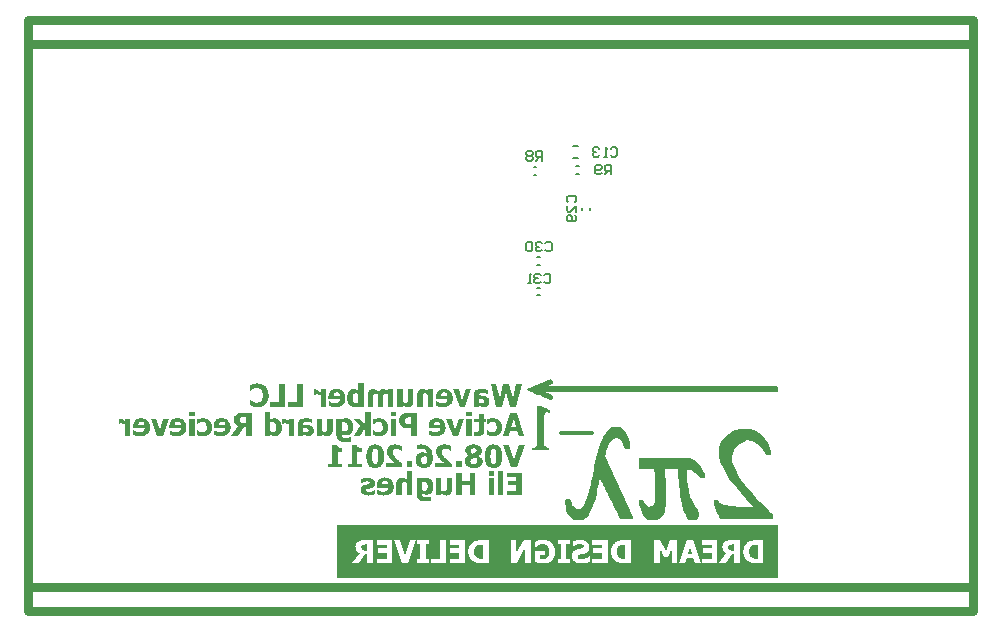
<source format=gbo>
%FSLAX23Y23*%
%MOIN*%
G70*
G01*
G75*
G04 Layer_Color=32896*
%ADD10R,0.155X0.125*%
%ADD11R,0.033X0.031*%
%ADD12R,0.031X0.033*%
%ADD13R,0.043X0.055*%
%ADD14R,0.035X0.049*%
%ADD15R,0.049X0.035*%
%ADD16R,0.031X0.118*%
%ADD17R,0.118X0.031*%
%ADD18R,0.071X0.094*%
%ADD19R,0.125X0.050*%
%ADD20R,0.079X0.024*%
%ADD21R,0.094X0.110*%
%ADD22R,0.024X0.033*%
%ADD23R,0.083X0.130*%
%ADD24R,0.083X0.035*%
%ADD25R,0.120X0.050*%
%ADD26R,0.041X0.010*%
%ADD27R,0.081X0.024*%
%ADD28R,0.055X0.043*%
%ADD29R,0.033X0.024*%
%ADD30C,0.007*%
%ADD31C,0.010*%
%ADD32C,0.020*%
%ADD33C,0.050*%
%ADD34C,0.030*%
%ADD35C,0.118*%
%ADD36C,0.116*%
%ADD37C,0.059*%
%ADD38R,0.059X0.059*%
%ADD39C,0.100*%
%ADD40C,0.026*%
%ADD41C,0.004*%
%ADD42C,0.020*%
%ADD43C,0.024*%
%ADD44C,0.010*%
%ADD45C,0.012*%
%ADD46C,0.008*%
%ADD47C,0.008*%
%ADD48C,0.006*%
%ADD49C,0.005*%
%ADD50R,0.163X0.133*%
%ADD51R,0.041X0.039*%
%ADD52R,0.039X0.041*%
%ADD53R,0.051X0.063*%
%ADD54R,0.043X0.057*%
%ADD55R,0.057X0.043*%
%ADD56R,0.039X0.126*%
%ADD57R,0.126X0.039*%
%ADD58R,0.079X0.102*%
%ADD59R,0.133X0.058*%
%ADD60R,0.087X0.032*%
%ADD61R,0.102X0.118*%
%ADD62R,0.032X0.041*%
%ADD63R,0.091X0.138*%
%ADD64R,0.091X0.043*%
%ADD65R,0.128X0.058*%
%ADD66R,0.049X0.018*%
%ADD67R,0.089X0.032*%
%ADD68R,0.063X0.051*%
%ADD69R,0.041X0.032*%
%ADD70C,0.126*%
%ADD71C,0.008*%
%ADD72C,0.124*%
%ADD73C,0.067*%
%ADD74R,0.067X0.067*%
%ADD75C,0.108*%
G36*
X1487Y-1415D02*
X1489Y-1415D01*
X1491Y-1416D01*
X1493Y-1416D01*
X1494Y-1416D01*
X1495Y-1417D01*
X1496Y-1417D01*
X1496Y-1417D01*
X1496Y-1417D01*
X1496D01*
X1498Y-1417D01*
X1500Y-1418D01*
X1501Y-1419D01*
X1503Y-1420D01*
X1504Y-1420D01*
X1504Y-1421D01*
X1505Y-1421D01*
X1505Y-1421D01*
X1506Y-1422D01*
X1507Y-1424D01*
X1508Y-1425D01*
X1509Y-1426D01*
X1510Y-1426D01*
X1510Y-1427D01*
X1510Y-1428D01*
X1510Y-1428D01*
X1511Y-1429D01*
X1511Y-1430D01*
X1512Y-1432D01*
X1512Y-1433D01*
X1512Y-1434D01*
X1512Y-1435D01*
Y-1435D01*
Y-1435D01*
X1512Y-1438D01*
X1512Y-1440D01*
X1511Y-1441D01*
X1511Y-1443D01*
X1510Y-1444D01*
X1510Y-1445D01*
X1510Y-1446D01*
X1510Y-1446D01*
Y-1446D01*
X1508Y-1447D01*
X1507Y-1449D01*
X1506Y-1450D01*
X1504Y-1451D01*
X1503Y-1452D01*
X1501Y-1453D01*
X1501Y-1453D01*
X1501Y-1453D01*
X1500Y-1454D01*
X1500D01*
Y-1454D01*
X1503Y-1455D01*
X1505Y-1456D01*
X1507Y-1457D01*
X1508Y-1459D01*
X1509Y-1460D01*
X1510Y-1460D01*
X1510Y-1461D01*
X1511Y-1461D01*
X1512Y-1463D01*
X1513Y-1465D01*
X1513Y-1466D01*
X1514Y-1468D01*
X1514Y-1470D01*
X1514Y-1471D01*
X1514Y-1471D01*
Y-1471D01*
Y-1472D01*
Y-1472D01*
X1514Y-1473D01*
X1514Y-1475D01*
X1514Y-1476D01*
X1513Y-1478D01*
X1513Y-1479D01*
X1513Y-1480D01*
X1513Y-1480D01*
X1513Y-1480D01*
X1512Y-1482D01*
X1511Y-1483D01*
X1510Y-1484D01*
X1509Y-1485D01*
X1508Y-1486D01*
X1508Y-1487D01*
X1507Y-1487D01*
X1507Y-1487D01*
X1506Y-1488D01*
X1504Y-1489D01*
X1503Y-1490D01*
X1501Y-1491D01*
X1500Y-1491D01*
X1499Y-1492D01*
X1498Y-1492D01*
X1498Y-1492D01*
X1498Y-1492D01*
X1498D01*
X1496Y-1493D01*
X1493Y-1493D01*
X1491Y-1493D01*
X1489Y-1494D01*
X1487Y-1494D01*
X1487D01*
X1486Y-1494D01*
X1485D01*
X1482Y-1494D01*
X1480Y-1493D01*
X1478Y-1493D01*
X1476Y-1493D01*
X1474Y-1493D01*
X1473Y-1493D01*
X1473Y-1492D01*
X1473Y-1492D01*
X1472D01*
X1472Y-1492D01*
X1472D01*
X1470Y-1491D01*
X1468Y-1491D01*
X1467Y-1490D01*
X1465Y-1489D01*
X1464Y-1488D01*
X1463Y-1488D01*
X1463Y-1487D01*
X1463Y-1487D01*
X1461Y-1486D01*
X1460Y-1485D01*
X1459Y-1484D01*
X1458Y-1483D01*
X1458Y-1482D01*
X1457Y-1481D01*
X1457Y-1480D01*
X1457Y-1480D01*
X1456Y-1479D01*
X1456Y-1477D01*
X1455Y-1475D01*
X1455Y-1474D01*
X1455Y-1473D01*
X1455Y-1472D01*
Y-1471D01*
Y-1471D01*
X1455Y-1469D01*
X1455Y-1466D01*
X1456Y-1464D01*
X1457Y-1463D01*
X1457Y-1461D01*
X1458Y-1460D01*
X1458Y-1460D01*
X1458Y-1460D01*
X1458Y-1460D01*
Y-1459D01*
X1460Y-1458D01*
X1462Y-1456D01*
X1463Y-1455D01*
X1465Y-1453D01*
X1467Y-1453D01*
X1467Y-1452D01*
X1468Y-1452D01*
X1469Y-1452D01*
X1469Y-1452D01*
X1469Y-1451D01*
X1469D01*
Y-1451D01*
X1467Y-1450D01*
X1465Y-1449D01*
X1463Y-1448D01*
X1462Y-1446D01*
X1461Y-1445D01*
X1460Y-1445D01*
X1460Y-1444D01*
X1460Y-1444D01*
X1459Y-1442D01*
X1458Y-1441D01*
X1457Y-1439D01*
X1457Y-1437D01*
X1457Y-1436D01*
X1457Y-1435D01*
Y-1435D01*
Y-1434D01*
Y-1434D01*
Y-1434D01*
X1457Y-1433D01*
X1457Y-1431D01*
X1457Y-1430D01*
X1458Y-1429D01*
X1458Y-1428D01*
X1458Y-1427D01*
X1458Y-1427D01*
X1459Y-1427D01*
X1459Y-1425D01*
X1460Y-1424D01*
X1461Y-1423D01*
X1462Y-1422D01*
X1463Y-1422D01*
X1463Y-1421D01*
X1464Y-1421D01*
X1464Y-1421D01*
X1465Y-1420D01*
X1466Y-1419D01*
X1468Y-1418D01*
X1469Y-1418D01*
X1470Y-1417D01*
X1471Y-1417D01*
X1472Y-1417D01*
X1472Y-1417D01*
X1472D01*
X1474Y-1416D01*
X1476Y-1416D01*
X1478Y-1416D01*
X1480Y-1415D01*
X1482Y-1415D01*
X1483Y-1415D01*
X1484D01*
X1487Y-1415D01*
D02*
G37*
G36*
X1478Y-1321D02*
X1459D01*
Y-1307D01*
X1478D01*
Y-1321D01*
D02*
G37*
G36*
X1227D02*
X1209D01*
Y-1307D01*
X1227D01*
Y-1321D01*
D02*
G37*
G36*
X1030Y-1418D02*
X1030Y-1419D01*
X1030Y-1420D01*
X1031Y-1420D01*
X1031Y-1421D01*
X1031Y-1421D01*
X1031Y-1422D01*
X1031Y-1422D01*
X1032Y-1423D01*
X1034Y-1424D01*
X1034Y-1424D01*
X1035Y-1425D01*
X1035Y-1425D01*
X1035Y-1425D01*
X1036Y-1425D01*
X1037Y-1426D01*
X1039Y-1426D01*
X1039Y-1426D01*
X1040Y-1426D01*
X1040Y-1426D01*
X1041D01*
X1043Y-1427D01*
X1044Y-1427D01*
X1045D01*
X1046Y-1427D01*
X1047D01*
Y-1439D01*
X1032D01*
Y-1479D01*
X1047D01*
Y-1492D01*
X998D01*
Y-1479D01*
X1013D01*
Y-1417D01*
X1030D01*
X1030Y-1418D01*
D02*
G37*
G36*
X1553Y-1415D02*
X1556Y-1416D01*
X1558Y-1416D01*
X1560Y-1416D01*
X1561Y-1417D01*
X1562Y-1417D01*
X1563Y-1417D01*
X1563Y-1417D01*
X1563Y-1418D01*
X1564Y-1418D01*
X1564D01*
X1566Y-1419D01*
X1567Y-1420D01*
X1569Y-1421D01*
X1570Y-1422D01*
X1571Y-1424D01*
X1572Y-1424D01*
X1572Y-1425D01*
X1573Y-1425D01*
Y-1425D01*
X1574Y-1427D01*
X1575Y-1429D01*
X1576Y-1431D01*
X1577Y-1433D01*
X1577Y-1435D01*
X1577Y-1436D01*
X1578Y-1436D01*
X1578Y-1437D01*
X1578Y-1437D01*
X1578Y-1437D01*
Y-1437D01*
X1578Y-1440D01*
X1579Y-1443D01*
X1579Y-1446D01*
X1579Y-1448D01*
X1579Y-1450D01*
Y-1451D01*
X1579Y-1452D01*
Y-1453D01*
Y-1453D01*
Y-1454D01*
Y-1454D01*
Y-1454D01*
X1579Y-1458D01*
X1579Y-1461D01*
X1579Y-1464D01*
X1579Y-1465D01*
X1579Y-1466D01*
X1578Y-1468D01*
X1578Y-1469D01*
X1578Y-1469D01*
X1578Y-1470D01*
X1578Y-1471D01*
Y-1471D01*
X1578Y-1471D01*
Y-1471D01*
X1577Y-1474D01*
X1576Y-1476D01*
X1576Y-1478D01*
X1575Y-1480D01*
X1574Y-1482D01*
X1573Y-1483D01*
X1573Y-1483D01*
X1573Y-1483D01*
X1573Y-1483D01*
Y-1484D01*
X1571Y-1485D01*
X1570Y-1487D01*
X1568Y-1488D01*
X1567Y-1489D01*
X1566Y-1490D01*
X1565Y-1491D01*
X1564Y-1491D01*
X1564Y-1491D01*
X1564Y-1491D01*
X1564D01*
X1562Y-1492D01*
X1559Y-1493D01*
X1557Y-1493D01*
X1555Y-1493D01*
X1553Y-1493D01*
X1552D01*
X1552Y-1494D01*
X1550D01*
X1548Y-1493D01*
X1545Y-1493D01*
X1543Y-1493D01*
X1541Y-1492D01*
X1539Y-1492D01*
X1538Y-1492D01*
X1538Y-1491D01*
X1538Y-1491D01*
X1537Y-1491D01*
X1537Y-1491D01*
X1537D01*
X1535Y-1490D01*
X1533Y-1489D01*
X1532Y-1488D01*
X1530Y-1486D01*
X1529Y-1485D01*
X1529Y-1485D01*
X1528Y-1484D01*
X1528Y-1484D01*
Y-1484D01*
X1527Y-1482D01*
X1526Y-1480D01*
X1525Y-1478D01*
X1524Y-1476D01*
X1524Y-1474D01*
X1523Y-1473D01*
X1523Y-1473D01*
X1523Y-1472D01*
X1523Y-1472D01*
X1523Y-1472D01*
Y-1471D01*
X1523Y-1469D01*
X1522Y-1466D01*
X1522Y-1463D01*
X1522Y-1460D01*
X1521Y-1459D01*
Y-1458D01*
X1521Y-1457D01*
Y-1456D01*
Y-1455D01*
Y-1455D01*
Y-1455D01*
Y-1454D01*
X1521Y-1451D01*
X1522Y-1448D01*
X1522Y-1445D01*
X1522Y-1444D01*
X1522Y-1442D01*
X1522Y-1441D01*
X1522Y-1440D01*
X1523Y-1440D01*
X1523Y-1439D01*
X1523Y-1438D01*
Y-1438D01*
X1523Y-1438D01*
Y-1438D01*
X1524Y-1435D01*
X1524Y-1433D01*
X1525Y-1431D01*
X1526Y-1429D01*
X1527Y-1427D01*
X1527Y-1426D01*
X1528Y-1426D01*
X1528Y-1426D01*
X1528Y-1425D01*
Y-1425D01*
X1529Y-1424D01*
X1531Y-1422D01*
X1532Y-1421D01*
X1534Y-1420D01*
X1535Y-1419D01*
X1536Y-1418D01*
X1536Y-1418D01*
X1537Y-1418D01*
X1537Y-1418D01*
X1537D01*
X1539Y-1417D01*
X1541Y-1416D01*
X1544Y-1416D01*
X1546Y-1415D01*
X1548Y-1415D01*
X1548D01*
X1549Y-1415D01*
X1550D01*
X1553Y-1415D01*
D02*
G37*
G36*
X1159D02*
X1162Y-1416D01*
X1164Y-1416D01*
X1166Y-1416D01*
X1167Y-1417D01*
X1168Y-1417D01*
X1168Y-1417D01*
X1169Y-1417D01*
X1169Y-1418D01*
X1169Y-1418D01*
X1169D01*
X1171Y-1419D01*
X1173Y-1420D01*
X1175Y-1421D01*
X1176Y-1422D01*
X1177Y-1424D01*
X1178Y-1424D01*
X1178Y-1425D01*
X1178Y-1425D01*
Y-1425D01*
X1180Y-1427D01*
X1181Y-1429D01*
X1182Y-1431D01*
X1182Y-1433D01*
X1183Y-1435D01*
X1183Y-1436D01*
X1183Y-1436D01*
X1183Y-1437D01*
X1184Y-1437D01*
X1184Y-1437D01*
Y-1437D01*
X1184Y-1440D01*
X1185Y-1443D01*
X1185Y-1446D01*
X1185Y-1448D01*
X1185Y-1450D01*
Y-1451D01*
X1185Y-1452D01*
Y-1453D01*
Y-1453D01*
Y-1454D01*
Y-1454D01*
Y-1454D01*
X1185Y-1458D01*
X1185Y-1461D01*
X1185Y-1464D01*
X1185Y-1465D01*
X1184Y-1466D01*
X1184Y-1468D01*
X1184Y-1469D01*
X1184Y-1469D01*
X1184Y-1470D01*
X1184Y-1471D01*
Y-1471D01*
X1184Y-1471D01*
Y-1471D01*
X1183Y-1474D01*
X1182Y-1476D01*
X1181Y-1478D01*
X1180Y-1480D01*
X1180Y-1482D01*
X1179Y-1483D01*
X1179Y-1483D01*
X1179Y-1483D01*
X1179Y-1483D01*
Y-1484D01*
X1177Y-1485D01*
X1176Y-1487D01*
X1174Y-1488D01*
X1173Y-1489D01*
X1171Y-1490D01*
X1171Y-1491D01*
X1170Y-1491D01*
X1170Y-1491D01*
X1170Y-1491D01*
X1170D01*
X1167Y-1492D01*
X1165Y-1493D01*
X1163Y-1493D01*
X1161Y-1493D01*
X1159Y-1493D01*
X1158D01*
X1158Y-1494D01*
X1156D01*
X1153Y-1493D01*
X1151Y-1493D01*
X1148Y-1493D01*
X1147Y-1492D01*
X1145Y-1492D01*
X1144Y-1492D01*
X1144Y-1491D01*
X1143Y-1491D01*
X1143Y-1491D01*
X1143Y-1491D01*
X1143D01*
X1141Y-1490D01*
X1139Y-1489D01*
X1137Y-1488D01*
X1136Y-1486D01*
X1135Y-1485D01*
X1134Y-1485D01*
X1134Y-1484D01*
X1134Y-1484D01*
Y-1484D01*
X1133Y-1482D01*
X1132Y-1480D01*
X1131Y-1478D01*
X1130Y-1476D01*
X1129Y-1474D01*
X1129Y-1473D01*
X1129Y-1473D01*
X1129Y-1472D01*
X1129Y-1472D01*
X1129Y-1472D01*
Y-1471D01*
X1128Y-1469D01*
X1128Y-1466D01*
X1128Y-1463D01*
X1127Y-1460D01*
X1127Y-1459D01*
Y-1458D01*
X1127Y-1457D01*
Y-1456D01*
Y-1455D01*
Y-1455D01*
Y-1455D01*
Y-1454D01*
X1127Y-1451D01*
X1127Y-1448D01*
X1128Y-1445D01*
X1128Y-1444D01*
X1128Y-1442D01*
X1128Y-1441D01*
X1128Y-1440D01*
X1128Y-1440D01*
X1129Y-1439D01*
X1129Y-1438D01*
Y-1438D01*
X1129Y-1438D01*
Y-1438D01*
X1129Y-1435D01*
X1130Y-1433D01*
X1131Y-1431D01*
X1132Y-1429D01*
X1133Y-1427D01*
X1133Y-1426D01*
X1133Y-1426D01*
X1134Y-1426D01*
X1134Y-1425D01*
Y-1425D01*
X1135Y-1424D01*
X1137Y-1422D01*
X1138Y-1421D01*
X1140Y-1420D01*
X1141Y-1419D01*
X1142Y-1418D01*
X1142Y-1418D01*
X1142Y-1418D01*
X1143Y-1418D01*
X1143D01*
X1145Y-1417D01*
X1147Y-1416D01*
X1149Y-1416D01*
X1151Y-1415D01*
X1153Y-1415D01*
X1154D01*
X1155Y-1415D01*
X1156D01*
X1159Y-1415D01*
D02*
G37*
G36*
X1141Y-1386D02*
X1123D01*
Y-1365D01*
X1121Y-1361D01*
X1105Y-1386D01*
X1084D01*
X1106Y-1354D01*
X1086Y-1329D01*
X1107D01*
X1123Y-1351D01*
Y-1307D01*
X1141D01*
Y-1386D01*
D02*
G37*
G36*
X1433D02*
X1414D01*
X1393Y-1329D01*
X1411D01*
X1423Y-1367D01*
X1435Y-1329D01*
X1453D01*
X1433Y-1386D01*
D02*
G37*
G36*
X448D02*
X429D01*
X408Y-1329D01*
X426D01*
X438Y-1367D01*
X449Y-1329D01*
X468D01*
X448Y-1386D01*
D02*
G37*
G36*
X554Y-1321D02*
X536D01*
Y-1307D01*
X554D01*
Y-1321D01*
D02*
G37*
G36*
X1061Y-1328D02*
X1062Y-1328D01*
X1064Y-1328D01*
X1065Y-1329D01*
X1067Y-1329D01*
X1068Y-1329D01*
X1068Y-1330D01*
X1068Y-1330D01*
X1068D01*
X1070Y-1331D01*
X1071Y-1331D01*
X1073Y-1332D01*
X1074Y-1333D01*
X1075Y-1334D01*
X1075Y-1335D01*
X1076Y-1335D01*
X1076Y-1335D01*
X1077Y-1337D01*
X1078Y-1338D01*
X1079Y-1340D01*
X1080Y-1341D01*
X1080Y-1342D01*
X1081Y-1343D01*
X1081Y-1344D01*
X1081Y-1344D01*
X1081Y-1344D01*
Y-1344D01*
X1082Y-1346D01*
X1082Y-1348D01*
X1082Y-1350D01*
X1083Y-1352D01*
X1083Y-1354D01*
Y-1355D01*
X1083Y-1355D01*
Y-1356D01*
Y-1356D01*
Y-1356D01*
Y-1356D01*
X1083Y-1359D01*
X1083Y-1361D01*
X1082Y-1364D01*
X1082Y-1366D01*
X1081Y-1368D01*
X1081Y-1370D01*
X1080Y-1371D01*
X1080Y-1373D01*
X1079Y-1374D01*
X1079Y-1375D01*
X1078Y-1376D01*
X1078Y-1377D01*
X1077Y-1377D01*
X1077Y-1378D01*
X1077Y-1378D01*
X1077Y-1378D01*
X1076Y-1379D01*
X1074Y-1380D01*
X1073Y-1381D01*
X1072Y-1382D01*
X1070Y-1383D01*
X1069Y-1383D01*
X1066Y-1384D01*
X1065Y-1385D01*
X1064Y-1385D01*
X1063Y-1385D01*
X1062Y-1385D01*
X1061Y-1385D01*
X1060D01*
X1058Y-1385D01*
X1057Y-1385D01*
X1055Y-1385D01*
X1054Y-1384D01*
X1053Y-1384D01*
X1052Y-1384D01*
X1052Y-1384D01*
X1052Y-1384D01*
X1050Y-1383D01*
X1049Y-1382D01*
X1048Y-1382D01*
X1047Y-1381D01*
X1046Y-1380D01*
X1045Y-1380D01*
X1045Y-1380D01*
X1045Y-1379D01*
Y-1380D01*
Y-1382D01*
X1045Y-1383D01*
X1045Y-1384D01*
X1045Y-1385D01*
X1045Y-1385D01*
X1045Y-1386D01*
X1045Y-1386D01*
Y-1386D01*
X1046Y-1388D01*
X1046Y-1389D01*
X1047Y-1389D01*
X1047Y-1390D01*
X1047Y-1390D01*
X1047Y-1390D01*
X1048Y-1390D01*
X1048Y-1391D01*
X1049Y-1392D01*
X1050Y-1392D01*
X1051Y-1393D01*
X1052Y-1393D01*
X1052Y-1393D01*
X1052D01*
X1053Y-1393D01*
X1055Y-1394D01*
X1056Y-1394D01*
X1057Y-1394D01*
X1058D01*
X1059Y-1394D01*
X1060D01*
X1061Y-1394D01*
X1063Y-1394D01*
X1063Y-1394D01*
X1064D01*
X1064Y-1394D01*
X1064D01*
X1065Y-1393D01*
X1067Y-1393D01*
X1067Y-1393D01*
X1068Y-1393D01*
X1068Y-1393D01*
X1068D01*
X1070Y-1392D01*
X1071Y-1392D01*
X1071Y-1392D01*
X1071Y-1392D01*
X1072Y-1392D01*
X1072D01*
X1073Y-1391D01*
X1074Y-1391D01*
X1074Y-1391D01*
X1075Y-1391D01*
X1075Y-1391D01*
X1077D01*
Y-1405D01*
X1075Y-1405D01*
X1074Y-1405D01*
X1073Y-1406D01*
X1071Y-1406D01*
X1070Y-1406D01*
X1069Y-1406D01*
X1068Y-1407D01*
X1068D01*
X1064Y-1407D01*
X1063Y-1407D01*
X1061Y-1407D01*
X1059Y-1407D01*
X1057D01*
X1055Y-1407D01*
X1053Y-1407D01*
X1050Y-1407D01*
X1049Y-1407D01*
X1047Y-1406D01*
X1047Y-1406D01*
X1046Y-1406D01*
X1046Y-1406D01*
X1045D01*
X1045Y-1406D01*
X1045D01*
X1043Y-1405D01*
X1041Y-1405D01*
X1040Y-1404D01*
X1038Y-1403D01*
X1037Y-1402D01*
X1036Y-1402D01*
X1036Y-1402D01*
X1036Y-1401D01*
X1034Y-1400D01*
X1033Y-1399D01*
X1032Y-1397D01*
X1031Y-1396D01*
X1030Y-1395D01*
X1030Y-1394D01*
X1030Y-1393D01*
X1029Y-1393D01*
X1029Y-1393D01*
Y-1393D01*
X1029Y-1391D01*
X1028Y-1388D01*
X1028Y-1386D01*
X1027Y-1384D01*
X1027Y-1382D01*
Y-1382D01*
X1027Y-1381D01*
Y-1380D01*
Y-1380D01*
Y-1380D01*
Y-1380D01*
Y-1329D01*
X1044D01*
X1045Y-1332D01*
X1047Y-1331D01*
X1048Y-1330D01*
X1049Y-1330D01*
X1050Y-1329D01*
X1051Y-1329D01*
X1051Y-1329D01*
X1051D01*
X1053Y-1328D01*
X1054Y-1328D01*
X1055Y-1328D01*
X1056Y-1328D01*
X1057D01*
X1058Y-1328D01*
X1059D01*
X1061Y-1328D01*
D02*
G37*
G36*
X931D02*
X933Y-1328D01*
X935Y-1328D01*
X936Y-1328D01*
X937Y-1328D01*
X938Y-1329D01*
X938Y-1329D01*
X938D01*
X940Y-1329D01*
X942Y-1329D01*
X943Y-1330D01*
X945Y-1330D01*
X946Y-1330D01*
X946Y-1330D01*
X947Y-1331D01*
X947D01*
Y-1344D01*
X945D01*
X942Y-1343D01*
X941Y-1342D01*
X940Y-1342D01*
X939Y-1342D01*
X938Y-1341D01*
X937Y-1341D01*
X937D01*
X936Y-1341D01*
X934Y-1341D01*
X933Y-1340D01*
X932Y-1340D01*
X931D01*
X930Y-1340D01*
X930D01*
X927Y-1340D01*
X925Y-1340D01*
X924Y-1341D01*
X922Y-1341D01*
X921Y-1341D01*
X920Y-1342D01*
X920Y-1342D01*
X920Y-1342D01*
X918Y-1343D01*
X918Y-1344D01*
X917Y-1345D01*
X917Y-1346D01*
X916Y-1347D01*
X916Y-1348D01*
Y-1348D01*
Y-1348D01*
Y-1349D01*
Y-1349D01*
X919Y-1349D01*
X922Y-1349D01*
X924Y-1349D01*
X926Y-1350D01*
X927Y-1350D01*
X928Y-1350D01*
X929Y-1350D01*
X929D01*
X930Y-1350D01*
X930Y-1350D01*
X930D01*
X933Y-1351D01*
X935Y-1351D01*
X937Y-1352D01*
X939Y-1352D01*
X940Y-1353D01*
X941Y-1353D01*
X942Y-1353D01*
X942Y-1353D01*
X942D01*
X943Y-1354D01*
X945Y-1355D01*
X946Y-1356D01*
X947Y-1357D01*
X948Y-1358D01*
X949Y-1359D01*
X949Y-1359D01*
X949Y-1360D01*
X950Y-1361D01*
X950Y-1363D01*
X951Y-1365D01*
X951Y-1366D01*
X951Y-1368D01*
X951Y-1369D01*
Y-1369D01*
Y-1370D01*
Y-1370D01*
Y-1370D01*
X951Y-1371D01*
X951Y-1373D01*
X951Y-1375D01*
X950Y-1377D01*
X949Y-1379D01*
X948Y-1381D01*
X948Y-1381D01*
X947Y-1382D01*
X947Y-1382D01*
X947Y-1382D01*
X947Y-1382D01*
Y-1383D01*
X946Y-1383D01*
X945Y-1384D01*
X943Y-1385D01*
X940Y-1386D01*
X938Y-1387D01*
X937Y-1387D01*
X936Y-1387D01*
X935D01*
X935Y-1388D01*
X933D01*
X931Y-1387D01*
X930Y-1387D01*
X930Y-1387D01*
X929Y-1387D01*
X928Y-1387D01*
X928Y-1387D01*
X928D01*
X926Y-1386D01*
X925Y-1386D01*
X925Y-1386D01*
X924Y-1386D01*
X924Y-1385D01*
X923Y-1385D01*
X923D01*
X922Y-1385D01*
X922Y-1384D01*
X921Y-1384D01*
X920Y-1384D01*
X920Y-1383D01*
X920Y-1383D01*
X920Y-1383D01*
X920Y-1383D01*
X918Y-1382D01*
X917Y-1381D01*
X917Y-1381D01*
X916Y-1380D01*
X916Y-1380D01*
X916Y-1380D01*
Y-1386D01*
X898D01*
Y-1347D01*
X899Y-1346D01*
X899Y-1344D01*
X899Y-1342D01*
X900Y-1341D01*
X900Y-1339D01*
X901Y-1338D01*
X901Y-1337D01*
X902Y-1336D01*
X903Y-1335D01*
X903Y-1335D01*
X904Y-1334D01*
X904Y-1333D01*
X905Y-1333D01*
X905Y-1333D01*
X905Y-1333D01*
X905Y-1332D01*
X907Y-1332D01*
X908Y-1331D01*
X910Y-1330D01*
X911Y-1330D01*
X915Y-1329D01*
X918Y-1328D01*
X920Y-1328D01*
X921Y-1328D01*
X923Y-1328D01*
X924D01*
X925Y-1328D01*
X929D01*
X931Y-1328D01*
D02*
G37*
G36*
X1552Y-1584D02*
X1534D01*
Y-1527D01*
X1552D01*
Y-1584D01*
D02*
G37*
G36*
X1132Y-1526D02*
X1134Y-1526D01*
X1136Y-1526D01*
X1137Y-1526D01*
X1139Y-1527D01*
X1140Y-1527D01*
X1140Y-1527D01*
X1141D01*
X1141Y-1527D01*
X1141D01*
X1143Y-1528D01*
X1144Y-1529D01*
X1146Y-1529D01*
X1147Y-1530D01*
X1148Y-1530D01*
X1149Y-1531D01*
X1149Y-1531D01*
X1149Y-1531D01*
X1150Y-1532D01*
X1151Y-1533D01*
X1152Y-1534D01*
X1153Y-1535D01*
X1154Y-1536D01*
X1154Y-1537D01*
X1154Y-1537D01*
X1154Y-1537D01*
X1155Y-1539D01*
X1155Y-1540D01*
X1156Y-1541D01*
X1156Y-1542D01*
X1156Y-1543D01*
X1156Y-1544D01*
Y-1544D01*
Y-1545D01*
X1156Y-1547D01*
X1155Y-1549D01*
X1155Y-1551D01*
X1154Y-1552D01*
X1154Y-1553D01*
X1153Y-1554D01*
X1153Y-1555D01*
X1153Y-1555D01*
X1151Y-1557D01*
X1150Y-1558D01*
X1148Y-1559D01*
X1146Y-1560D01*
X1145Y-1560D01*
X1144Y-1561D01*
X1143Y-1561D01*
X1143Y-1561D01*
X1143Y-1561D01*
X1143D01*
X1141Y-1562D01*
X1140Y-1562D01*
X1139Y-1562D01*
X1138Y-1562D01*
X1138Y-1563D01*
X1137Y-1563D01*
X1137D01*
X1136Y-1563D01*
X1135Y-1563D01*
X1134Y-1563D01*
X1134Y-1563D01*
X1133Y-1563D01*
X1132Y-1564D01*
X1132Y-1564D01*
X1132D01*
X1131Y-1564D01*
X1130Y-1564D01*
X1129Y-1565D01*
X1128Y-1565D01*
X1128Y-1565D01*
X1127Y-1565D01*
X1127Y-1566D01*
X1127D01*
X1127Y-1566D01*
X1126Y-1567D01*
X1126Y-1568D01*
X1126Y-1568D01*
X1126Y-1568D01*
Y-1568D01*
Y-1569D01*
X1126Y-1570D01*
X1126Y-1570D01*
X1127Y-1571D01*
X1127Y-1571D01*
X1128Y-1572D01*
X1128Y-1572D01*
X1128Y-1572D01*
X1129Y-1572D01*
X1130Y-1573D01*
X1131Y-1573D01*
X1132Y-1573D01*
X1133Y-1573D01*
X1134D01*
X1134Y-1573D01*
X1136D01*
X1138Y-1573D01*
X1139Y-1573D01*
X1140Y-1573D01*
X1141Y-1573D01*
X1141Y-1573D01*
X1142Y-1573D01*
X1142D01*
X1144Y-1572D01*
X1145Y-1572D01*
X1146Y-1571D01*
X1147Y-1571D01*
X1147Y-1571D01*
X1147Y-1571D01*
X1147D01*
X1149Y-1570D01*
X1149Y-1570D01*
X1150Y-1569D01*
X1151Y-1569D01*
X1151Y-1569D01*
X1152Y-1568D01*
X1152Y-1568D01*
X1152D01*
X1153Y-1567D01*
X1154Y-1567D01*
X1155Y-1566D01*
X1155Y-1566D01*
X1156D01*
Y-1581D01*
X1155Y-1582D01*
X1153Y-1582D01*
X1152Y-1583D01*
X1150Y-1583D01*
X1149Y-1584D01*
X1148Y-1584D01*
X1148Y-1584D01*
X1147D01*
X1147Y-1584D01*
X1147D01*
X1145Y-1585D01*
X1143Y-1585D01*
X1141Y-1585D01*
X1139Y-1585D01*
X1137Y-1585D01*
X1137Y-1586D01*
X1135D01*
X1133Y-1585D01*
X1130Y-1585D01*
X1128Y-1585D01*
X1127Y-1585D01*
X1125Y-1585D01*
X1124Y-1584D01*
X1124Y-1584D01*
X1124D01*
X1124Y-1584D01*
X1123D01*
X1122Y-1583D01*
X1120Y-1583D01*
X1119Y-1582D01*
X1117Y-1582D01*
X1116Y-1581D01*
X1115Y-1580D01*
X1115Y-1580D01*
X1115Y-1580D01*
X1114Y-1579D01*
X1112Y-1578D01*
X1112Y-1577D01*
X1111Y-1576D01*
X1110Y-1575D01*
X1110Y-1575D01*
X1110Y-1574D01*
X1109Y-1574D01*
X1109Y-1573D01*
X1108Y-1571D01*
X1108Y-1570D01*
X1108Y-1569D01*
X1108Y-1568D01*
X1108Y-1567D01*
Y-1567D01*
Y-1566D01*
X1108Y-1564D01*
X1108Y-1562D01*
X1109Y-1560D01*
X1109Y-1559D01*
X1110Y-1558D01*
X1110Y-1557D01*
X1111Y-1556D01*
X1111Y-1556D01*
X1112Y-1555D01*
X1114Y-1554D01*
X1115Y-1553D01*
X1117Y-1552D01*
X1118Y-1551D01*
X1119Y-1551D01*
X1119Y-1551D01*
X1120Y-1550D01*
X1120Y-1550D01*
X1120D01*
X1122Y-1550D01*
X1123Y-1550D01*
X1124Y-1549D01*
X1125Y-1549D01*
X1125Y-1549D01*
X1126Y-1549D01*
X1126D01*
X1128Y-1549D01*
X1129Y-1548D01*
X1129Y-1548D01*
X1130Y-1548D01*
X1131Y-1548D01*
X1131Y-1548D01*
X1131D01*
X1132Y-1547D01*
X1134Y-1547D01*
X1135Y-1547D01*
X1135Y-1546D01*
X1136Y-1546D01*
X1136Y-1546D01*
X1137Y-1546D01*
X1137D01*
X1137Y-1545D01*
X1137Y-1545D01*
X1138Y-1544D01*
X1138Y-1543D01*
X1138Y-1543D01*
Y-1543D01*
Y-1543D01*
X1138Y-1542D01*
X1138Y-1541D01*
X1137Y-1541D01*
X1137Y-1540D01*
X1136Y-1540D01*
X1136Y-1539D01*
X1135Y-1539D01*
X1135Y-1539D01*
X1134Y-1539D01*
X1133Y-1538D01*
X1132Y-1538D01*
X1131Y-1538D01*
X1130Y-1538D01*
X1130Y-1538D01*
X1129D01*
X1127Y-1538D01*
X1126Y-1538D01*
X1125Y-1538D01*
X1124Y-1538D01*
X1124Y-1538D01*
X1123Y-1539D01*
X1123D01*
X1121Y-1539D01*
X1121Y-1539D01*
X1120Y-1540D01*
X1119Y-1540D01*
X1119Y-1540D01*
X1118Y-1540D01*
X1118D01*
X1117Y-1541D01*
X1116Y-1542D01*
X1115Y-1542D01*
X1115Y-1542D01*
X1115Y-1542D01*
X1114Y-1542D01*
X1113Y-1543D01*
X1112Y-1544D01*
X1112Y-1544D01*
X1112Y-1544D01*
X1110D01*
Y-1530D01*
X1111Y-1529D01*
X1113Y-1529D01*
X1114Y-1528D01*
X1116Y-1528D01*
X1117Y-1527D01*
X1118Y-1527D01*
X1118Y-1527D01*
X1119D01*
X1121Y-1527D01*
X1122Y-1526D01*
X1124Y-1526D01*
X1126Y-1526D01*
X1127D01*
X1129Y-1526D01*
X1130D01*
X1132Y-1526D01*
D02*
G37*
G36*
X1389Y-1415D02*
X1391Y-1415D01*
X1394Y-1416D01*
X1396Y-1416D01*
X1397Y-1416D01*
X1398Y-1416D01*
X1399Y-1417D01*
X1399Y-1417D01*
X1399Y-1417D01*
X1400Y-1417D01*
X1400D01*
X1402Y-1417D01*
X1404Y-1418D01*
X1406Y-1419D01*
X1407Y-1419D01*
X1408Y-1419D01*
X1409Y-1420D01*
X1410Y-1420D01*
X1410Y-1420D01*
Y-1436D01*
X1408D01*
X1407Y-1436D01*
X1407Y-1435D01*
X1406Y-1435D01*
X1406Y-1435D01*
X1406D01*
X1404Y-1434D01*
X1403Y-1433D01*
X1402Y-1433D01*
X1402Y-1432D01*
X1401Y-1432D01*
X1401D01*
X1399Y-1432D01*
X1398Y-1431D01*
X1398Y-1431D01*
X1397Y-1431D01*
X1396Y-1430D01*
X1396Y-1430D01*
X1396D01*
X1394Y-1430D01*
X1393Y-1430D01*
X1392Y-1430D01*
X1392Y-1430D01*
X1391D01*
X1389Y-1430D01*
X1387Y-1430D01*
X1385Y-1431D01*
X1384Y-1431D01*
X1383Y-1432D01*
X1382Y-1432D01*
X1382Y-1432D01*
X1382Y-1432D01*
X1381Y-1434D01*
X1380Y-1435D01*
X1379Y-1436D01*
X1379Y-1438D01*
X1379Y-1439D01*
X1379Y-1440D01*
Y-1440D01*
Y-1440D01*
Y-1441D01*
X1379Y-1442D01*
X1379Y-1444D01*
X1379Y-1445D01*
X1380Y-1447D01*
X1380Y-1448D01*
X1381Y-1449D01*
X1381Y-1449D01*
X1381Y-1450D01*
X1382Y-1451D01*
X1383Y-1453D01*
X1385Y-1455D01*
X1386Y-1456D01*
X1387Y-1458D01*
X1388Y-1459D01*
X1389Y-1459D01*
X1389Y-1460D01*
X1389Y-1460D01*
X1389Y-1460D01*
X1391Y-1461D01*
X1392Y-1463D01*
X1394Y-1465D01*
X1396Y-1466D01*
X1397Y-1468D01*
X1398Y-1468D01*
X1398Y-1469D01*
X1399Y-1469D01*
X1399Y-1469D01*
X1399Y-1469D01*
X1401Y-1471D01*
X1403Y-1473D01*
X1405Y-1475D01*
X1407Y-1476D01*
X1409Y-1478D01*
X1410Y-1478D01*
X1410Y-1479D01*
X1411Y-1479D01*
X1411Y-1480D01*
X1411Y-1480D01*
X1412Y-1480D01*
Y-1492D01*
X1356D01*
Y-1478D01*
X1388D01*
X1387Y-1477D01*
X1386Y-1476D01*
X1384Y-1475D01*
X1383Y-1474D01*
X1383Y-1473D01*
X1382Y-1473D01*
X1382Y-1473D01*
X1379Y-1470D01*
X1377Y-1469D01*
X1376Y-1468D01*
X1375Y-1466D01*
X1374Y-1466D01*
X1373Y-1465D01*
X1373Y-1465D01*
X1371Y-1462D01*
X1368Y-1460D01*
X1367Y-1457D01*
X1365Y-1455D01*
X1364Y-1454D01*
X1364Y-1453D01*
X1363Y-1452D01*
X1363Y-1452D01*
X1363Y-1452D01*
X1363Y-1451D01*
Y-1451D01*
X1362Y-1449D01*
X1361Y-1446D01*
X1360Y-1444D01*
X1360Y-1442D01*
X1360Y-1440D01*
X1360Y-1440D01*
X1360Y-1439D01*
Y-1439D01*
Y-1438D01*
Y-1438D01*
Y-1438D01*
X1360Y-1436D01*
X1360Y-1434D01*
X1360Y-1432D01*
X1361Y-1431D01*
X1361Y-1429D01*
X1362Y-1428D01*
X1362Y-1427D01*
X1363Y-1425D01*
X1364Y-1425D01*
X1364Y-1424D01*
X1365Y-1423D01*
X1365Y-1422D01*
X1366Y-1422D01*
X1366Y-1422D01*
X1366Y-1421D01*
X1366Y-1421D01*
X1368Y-1420D01*
X1369Y-1419D01*
X1371Y-1418D01*
X1373Y-1418D01*
X1374Y-1417D01*
X1376Y-1417D01*
X1379Y-1416D01*
X1381Y-1416D01*
X1382Y-1415D01*
X1383Y-1415D01*
X1385Y-1415D01*
X1386Y-1415D01*
X1387D01*
X1389Y-1415D01*
D02*
G37*
G36*
X1190Y-1526D02*
X1193Y-1526D01*
X1195Y-1526D01*
X1197Y-1527D01*
X1199Y-1527D01*
X1201Y-1528D01*
X1203Y-1529D01*
X1204Y-1530D01*
X1206Y-1530D01*
X1207Y-1531D01*
X1208Y-1532D01*
X1209Y-1532D01*
X1209Y-1533D01*
X1210Y-1534D01*
X1210Y-1534D01*
X1210Y-1534D01*
X1211Y-1535D01*
X1213Y-1537D01*
X1214Y-1539D01*
X1215Y-1541D01*
X1215Y-1543D01*
X1216Y-1545D01*
X1217Y-1546D01*
X1217Y-1548D01*
X1217Y-1550D01*
X1218Y-1551D01*
X1218Y-1553D01*
X1218Y-1554D01*
Y-1555D01*
X1218Y-1555D01*
Y-1556D01*
Y-1556D01*
X1218Y-1559D01*
X1218Y-1561D01*
X1217Y-1563D01*
X1217Y-1565D01*
X1216Y-1567D01*
X1215Y-1569D01*
X1215Y-1571D01*
X1214Y-1572D01*
X1213Y-1574D01*
X1212Y-1575D01*
X1211Y-1576D01*
X1211Y-1577D01*
X1210Y-1577D01*
X1210Y-1578D01*
X1210Y-1578D01*
X1210Y-1578D01*
X1208Y-1579D01*
X1206Y-1580D01*
X1204Y-1582D01*
X1202Y-1582D01*
X1200Y-1583D01*
X1198Y-1584D01*
X1196Y-1584D01*
X1194Y-1585D01*
X1192Y-1585D01*
X1190Y-1585D01*
X1189Y-1585D01*
X1188Y-1585D01*
X1187D01*
X1186Y-1586D01*
X1183D01*
X1182Y-1585D01*
X1181Y-1585D01*
X1180Y-1585D01*
X1179D01*
X1178Y-1585D01*
X1178Y-1585D01*
X1177D01*
X1175Y-1585D01*
X1174Y-1585D01*
X1173Y-1584D01*
X1173Y-1584D01*
X1172Y-1584D01*
X1172Y-1584D01*
X1172D01*
X1170Y-1584D01*
X1169Y-1583D01*
X1169Y-1583D01*
X1168Y-1583D01*
X1167Y-1583D01*
X1167Y-1583D01*
X1167Y-1583D01*
X1167D01*
X1165Y-1582D01*
X1164Y-1581D01*
X1163Y-1581D01*
X1163Y-1581D01*
X1163Y-1581D01*
X1163D01*
Y-1566D01*
X1164D01*
X1165Y-1567D01*
X1166Y-1568D01*
X1167Y-1568D01*
X1167Y-1568D01*
X1167Y-1568D01*
X1168Y-1568D01*
X1169Y-1569D01*
X1170Y-1570D01*
X1171Y-1570D01*
X1171Y-1570D01*
X1171Y-1570D01*
X1172D01*
X1173Y-1571D01*
X1174Y-1572D01*
X1175Y-1572D01*
X1176Y-1572D01*
X1177Y-1572D01*
X1177Y-1572D01*
X1177D01*
X1179Y-1573D01*
X1180Y-1573D01*
X1181D01*
X1182Y-1573D01*
X1183D01*
X1186Y-1573D01*
X1187Y-1573D01*
X1188Y-1573D01*
X1189Y-1572D01*
X1189Y-1572D01*
X1190Y-1572D01*
X1190D01*
X1191Y-1572D01*
X1192Y-1572D01*
X1193Y-1571D01*
X1193Y-1571D01*
X1194Y-1570D01*
X1195Y-1570D01*
X1195Y-1570D01*
X1195Y-1570D01*
X1196Y-1569D01*
X1197Y-1568D01*
X1198Y-1567D01*
X1198Y-1567D01*
X1198Y-1566D01*
X1199Y-1566D01*
X1199Y-1566D01*
X1199Y-1565D01*
X1200Y-1564D01*
X1200Y-1562D01*
X1200Y-1561D01*
X1200Y-1560D01*
Y-1560D01*
X1200Y-1559D01*
Y-1559D01*
X1162D01*
Y-1553D01*
X1162Y-1550D01*
X1162Y-1548D01*
X1162Y-1546D01*
X1163Y-1544D01*
X1163Y-1542D01*
X1164Y-1541D01*
X1164Y-1539D01*
X1165Y-1538D01*
X1165Y-1537D01*
X1166Y-1535D01*
X1167Y-1535D01*
X1167Y-1534D01*
X1168Y-1533D01*
X1168Y-1533D01*
X1168Y-1533D01*
X1168Y-1533D01*
X1169Y-1531D01*
X1171Y-1530D01*
X1172Y-1529D01*
X1174Y-1529D01*
X1176Y-1528D01*
X1177Y-1527D01*
X1180Y-1526D01*
X1182Y-1526D01*
X1183Y-1526D01*
X1185Y-1526D01*
X1186Y-1526D01*
X1187Y-1525D01*
X1188D01*
X1190Y-1526D01*
D02*
G37*
G36*
X1646Y-1584D02*
X1595D01*
Y-1570D01*
X1627D01*
Y-1551D01*
X1598D01*
Y-1536D01*
X1627D01*
Y-1523D01*
X1595D01*
Y-1509D01*
X1646D01*
Y-1584D01*
D02*
G37*
G36*
X1583D02*
X1566D01*
Y-1505D01*
X1583D01*
Y-1584D01*
D02*
G37*
G36*
X1444Y-1492D02*
X1426D01*
Y-1472D01*
X1444D01*
Y-1492D01*
D02*
G37*
G36*
X1280D02*
X1262D01*
Y-1472D01*
X1280D01*
Y-1492D01*
D02*
G37*
G36*
X1096Y-1418D02*
X1096Y-1419D01*
X1096Y-1420D01*
X1096Y-1420D01*
X1097Y-1421D01*
X1097Y-1421D01*
X1097Y-1422D01*
X1097Y-1422D01*
X1098Y-1423D01*
X1100Y-1424D01*
X1100Y-1424D01*
X1100Y-1425D01*
X1101Y-1425D01*
X1101Y-1425D01*
X1102Y-1425D01*
X1103Y-1426D01*
X1104Y-1426D01*
X1105Y-1426D01*
X1106Y-1426D01*
X1106Y-1426D01*
X1106D01*
X1109Y-1427D01*
X1110Y-1427D01*
X1111D01*
X1112Y-1427D01*
X1113D01*
Y-1439D01*
X1097D01*
Y-1479D01*
X1113D01*
Y-1492D01*
X1064D01*
Y-1479D01*
X1079D01*
Y-1417D01*
X1096D01*
X1096Y-1418D01*
D02*
G37*
G36*
X1225Y-1415D02*
X1227Y-1415D01*
X1229Y-1416D01*
X1231Y-1416D01*
X1233Y-1416D01*
X1234Y-1416D01*
X1234Y-1417D01*
X1235Y-1417D01*
X1235Y-1417D01*
X1236Y-1417D01*
X1236D01*
X1238Y-1417D01*
X1240Y-1418D01*
X1242Y-1419D01*
X1243Y-1419D01*
X1244Y-1419D01*
X1245Y-1420D01*
X1245Y-1420D01*
X1246Y-1420D01*
Y-1436D01*
X1244D01*
X1243Y-1436D01*
X1242Y-1435D01*
X1242Y-1435D01*
X1242Y-1435D01*
X1241D01*
X1240Y-1434D01*
X1239Y-1433D01*
X1238Y-1433D01*
X1237Y-1432D01*
X1237Y-1432D01*
X1237D01*
X1235Y-1432D01*
X1234Y-1431D01*
X1233Y-1431D01*
X1233Y-1431D01*
X1232Y-1430D01*
X1232Y-1430D01*
X1232D01*
X1230Y-1430D01*
X1229Y-1430D01*
X1228Y-1430D01*
X1227Y-1430D01*
X1226D01*
X1224Y-1430D01*
X1223Y-1430D01*
X1221Y-1431D01*
X1220Y-1431D01*
X1219Y-1432D01*
X1218Y-1432D01*
X1218Y-1432D01*
X1218Y-1432D01*
X1217Y-1434D01*
X1216Y-1435D01*
X1215Y-1436D01*
X1215Y-1438D01*
X1215Y-1439D01*
X1214Y-1440D01*
Y-1440D01*
Y-1440D01*
Y-1441D01*
X1214Y-1442D01*
X1215Y-1444D01*
X1215Y-1445D01*
X1216Y-1447D01*
X1216Y-1448D01*
X1216Y-1449D01*
X1217Y-1449D01*
X1217Y-1450D01*
X1218Y-1451D01*
X1219Y-1453D01*
X1221Y-1455D01*
X1222Y-1456D01*
X1223Y-1458D01*
X1224Y-1459D01*
X1224Y-1459D01*
X1225Y-1460D01*
X1225Y-1460D01*
X1225Y-1460D01*
X1227Y-1461D01*
X1228Y-1463D01*
X1230Y-1465D01*
X1231Y-1466D01*
X1233Y-1468D01*
X1234Y-1468D01*
X1234Y-1469D01*
X1235Y-1469D01*
X1235Y-1469D01*
X1235Y-1469D01*
X1237Y-1471D01*
X1239Y-1473D01*
X1241Y-1475D01*
X1243Y-1476D01*
X1245Y-1478D01*
X1246Y-1478D01*
X1246Y-1479D01*
X1247Y-1479D01*
X1247Y-1480D01*
X1247Y-1480D01*
X1247Y-1480D01*
Y-1492D01*
X1192D01*
Y-1478D01*
X1224D01*
X1223Y-1477D01*
X1222Y-1476D01*
X1220Y-1475D01*
X1219Y-1474D01*
X1219Y-1473D01*
X1218Y-1473D01*
X1218Y-1473D01*
X1215Y-1470D01*
X1213Y-1469D01*
X1212Y-1468D01*
X1211Y-1466D01*
X1210Y-1466D01*
X1209Y-1465D01*
X1209Y-1465D01*
X1206Y-1462D01*
X1204Y-1460D01*
X1203Y-1457D01*
X1201Y-1455D01*
X1200Y-1454D01*
X1199Y-1453D01*
X1199Y-1452D01*
X1199Y-1452D01*
X1199Y-1452D01*
X1199Y-1451D01*
Y-1451D01*
X1198Y-1449D01*
X1197Y-1446D01*
X1196Y-1444D01*
X1196Y-1442D01*
X1196Y-1440D01*
X1195Y-1440D01*
X1195Y-1439D01*
Y-1439D01*
Y-1438D01*
Y-1438D01*
Y-1438D01*
X1195Y-1436D01*
X1196Y-1434D01*
X1196Y-1432D01*
X1196Y-1431D01*
X1197Y-1429D01*
X1198Y-1428D01*
X1198Y-1427D01*
X1199Y-1425D01*
X1199Y-1425D01*
X1200Y-1424D01*
X1201Y-1423D01*
X1201Y-1422D01*
X1202Y-1422D01*
X1202Y-1422D01*
X1202Y-1421D01*
X1202Y-1421D01*
X1204Y-1420D01*
X1205Y-1419D01*
X1207Y-1418D01*
X1208Y-1418D01*
X1210Y-1417D01*
X1212Y-1417D01*
X1215Y-1416D01*
X1217Y-1416D01*
X1218Y-1415D01*
X1219Y-1415D01*
X1220Y-1415D01*
X1221Y-1415D01*
X1223D01*
X1225Y-1415D01*
D02*
G37*
G36*
X1313Y-1415D02*
X1317Y-1416D01*
X1318Y-1416D01*
X1320Y-1416D01*
X1321Y-1417D01*
X1322Y-1417D01*
X1323Y-1417D01*
X1324Y-1418D01*
X1325Y-1418D01*
X1326Y-1418D01*
X1327Y-1418D01*
X1327Y-1419D01*
X1327Y-1419D01*
X1327D01*
X1330Y-1420D01*
X1332Y-1421D01*
X1334Y-1423D01*
X1336Y-1424D01*
X1337Y-1425D01*
X1338Y-1426D01*
X1339Y-1427D01*
X1339Y-1427D01*
X1339Y-1427D01*
X1339Y-1427D01*
X1341Y-1430D01*
X1342Y-1432D01*
X1344Y-1434D01*
X1345Y-1436D01*
X1345Y-1438D01*
X1346Y-1439D01*
X1346Y-1440D01*
X1346Y-1440D01*
X1346Y-1441D01*
X1346Y-1441D01*
Y-1441D01*
X1347Y-1444D01*
X1347Y-1447D01*
X1348Y-1450D01*
X1348Y-1453D01*
X1348Y-1454D01*
X1348Y-1455D01*
Y-1456D01*
X1348Y-1457D01*
Y-1458D01*
Y-1458D01*
Y-1458D01*
Y-1458D01*
X1348Y-1462D01*
X1348Y-1465D01*
X1348Y-1468D01*
X1347Y-1469D01*
X1347Y-1470D01*
X1347Y-1471D01*
X1347Y-1472D01*
X1347Y-1473D01*
X1346Y-1474D01*
X1346Y-1474D01*
X1346Y-1475D01*
X1346Y-1475D01*
Y-1475D01*
X1345Y-1477D01*
X1344Y-1480D01*
X1343Y-1481D01*
X1342Y-1483D01*
X1341Y-1484D01*
X1340Y-1485D01*
X1340Y-1486D01*
X1340Y-1486D01*
X1338Y-1487D01*
X1337Y-1489D01*
X1335Y-1490D01*
X1334Y-1490D01*
X1333Y-1491D01*
X1332Y-1491D01*
X1331Y-1492D01*
X1331Y-1492D01*
X1331D01*
X1329Y-1492D01*
X1327Y-1493D01*
X1325Y-1493D01*
X1323Y-1493D01*
X1321Y-1493D01*
X1321D01*
X1320Y-1494D01*
X1319D01*
X1317Y-1493D01*
X1314Y-1493D01*
X1312Y-1493D01*
X1310Y-1492D01*
X1308Y-1492D01*
X1307Y-1491D01*
X1305Y-1490D01*
X1304Y-1490D01*
X1303Y-1489D01*
X1301Y-1488D01*
X1301Y-1488D01*
X1300Y-1487D01*
X1299Y-1487D01*
X1299Y-1486D01*
X1298Y-1486D01*
X1298Y-1486D01*
X1297Y-1485D01*
X1296Y-1483D01*
X1295Y-1481D01*
X1294Y-1480D01*
X1293Y-1478D01*
X1293Y-1476D01*
X1292Y-1475D01*
X1292Y-1473D01*
X1291Y-1472D01*
X1291Y-1471D01*
X1291Y-1470D01*
X1291Y-1468D01*
X1291Y-1468D01*
Y-1467D01*
Y-1467D01*
Y-1466D01*
X1291Y-1464D01*
X1291Y-1461D01*
X1292Y-1459D01*
X1292Y-1457D01*
X1292Y-1456D01*
X1293Y-1455D01*
X1293Y-1455D01*
X1293Y-1454D01*
X1293Y-1454D01*
Y-1454D01*
X1294Y-1452D01*
X1295Y-1451D01*
X1296Y-1449D01*
X1297Y-1448D01*
X1298Y-1447D01*
X1299Y-1447D01*
X1299Y-1446D01*
X1299Y-1446D01*
X1302Y-1445D01*
X1303Y-1444D01*
X1304Y-1444D01*
X1304Y-1443D01*
X1305Y-1443D01*
X1305Y-1443D01*
X1306D01*
X1307Y-1443D01*
X1308Y-1442D01*
X1310Y-1442D01*
X1311Y-1442D01*
X1312D01*
X1313Y-1442D01*
X1313D01*
X1315Y-1442D01*
X1317Y-1442D01*
X1318Y-1442D01*
X1319Y-1443D01*
X1320Y-1443D01*
X1321Y-1443D01*
X1322Y-1443D01*
X1322Y-1443D01*
X1325Y-1445D01*
X1326Y-1445D01*
X1327Y-1446D01*
X1328Y-1446D01*
X1329Y-1447D01*
X1329Y-1447D01*
X1329Y-1447D01*
X1329Y-1444D01*
X1328Y-1441D01*
X1327Y-1439D01*
X1326Y-1437D01*
X1325Y-1436D01*
X1325Y-1435D01*
X1324Y-1435D01*
X1324Y-1434D01*
X1324Y-1434D01*
X1323Y-1434D01*
X1323Y-1433D01*
X1322Y-1432D01*
X1319Y-1431D01*
X1317Y-1430D01*
X1315Y-1430D01*
X1313Y-1429D01*
X1312Y-1429D01*
X1311D01*
X1311Y-1429D01*
X1308D01*
X1307Y-1429D01*
X1306Y-1429D01*
X1305Y-1430D01*
X1304Y-1430D01*
X1303Y-1430D01*
X1303Y-1430D01*
X1303D01*
X1302Y-1430D01*
X1301Y-1431D01*
X1300Y-1431D01*
X1300Y-1431D01*
X1299Y-1431D01*
X1299Y-1431D01*
X1299Y-1431D01*
X1297D01*
Y-1417D01*
X1298Y-1417D01*
X1299Y-1416D01*
X1300Y-1416D01*
X1301Y-1416D01*
X1302Y-1416D01*
X1302Y-1416D01*
X1302D01*
X1305Y-1416D01*
X1306Y-1415D01*
X1307D01*
X1308Y-1415D01*
X1310D01*
X1313Y-1415D01*
D02*
G37*
G36*
X1628Y-1492D02*
X1608D01*
X1582Y-1417D01*
X1602D01*
X1618Y-1468D01*
X1634Y-1417D01*
X1654D01*
X1628Y-1492D01*
D02*
G37*
G36*
X554Y-1386D02*
X536D01*
Y-1329D01*
X554D01*
Y-1386D01*
D02*
G37*
G36*
X308Y-1329D02*
X308Y-1329D01*
X309Y-1329D01*
X310Y-1330D01*
X310Y-1330D01*
X311Y-1330D01*
X311D01*
X312Y-1331D01*
X313Y-1331D01*
X314Y-1331D01*
X314Y-1332D01*
X315Y-1332D01*
X315Y-1332D01*
X315Y-1332D01*
X316Y-1333D01*
X318Y-1334D01*
X318Y-1334D01*
X319Y-1334D01*
X319Y-1335D01*
X319Y-1335D01*
X320Y-1336D01*
X321Y-1337D01*
X322Y-1337D01*
X322Y-1337D01*
X322Y-1337D01*
Y-1329D01*
X340D01*
Y-1386D01*
X322D01*
Y-1348D01*
X320Y-1347D01*
X319Y-1347D01*
X318Y-1347D01*
X318Y-1346D01*
X317Y-1346D01*
X317Y-1346D01*
X316D01*
X314Y-1346D01*
X313Y-1346D01*
X312Y-1345D01*
X312Y-1345D01*
X309D01*
X308Y-1345D01*
X307D01*
X307Y-1346D01*
X306D01*
X305Y-1346D01*
X304Y-1346D01*
X304Y-1346D01*
X303Y-1346D01*
X302D01*
Y-1329D01*
X303Y-1329D01*
X304D01*
X305Y-1329D01*
X306D01*
X308Y-1329D01*
D02*
G37*
G36*
X807Y-1332D02*
X808Y-1331D01*
X809Y-1330D01*
X810Y-1330D01*
X811Y-1329D01*
X812Y-1329D01*
X813Y-1329D01*
X813Y-1329D01*
X813D01*
X814Y-1328D01*
X816Y-1328D01*
X817Y-1328D01*
X818Y-1328D01*
X819Y-1328D01*
X821D01*
X822Y-1328D01*
X824Y-1328D01*
X826Y-1328D01*
X827Y-1329D01*
X828Y-1329D01*
X829Y-1330D01*
X830Y-1330D01*
X830Y-1330D01*
X830D01*
X832Y-1331D01*
X833Y-1332D01*
X834Y-1333D01*
X835Y-1334D01*
X836Y-1334D01*
X837Y-1335D01*
X837Y-1336D01*
X837Y-1336D01*
X839Y-1337D01*
X840Y-1339D01*
X841Y-1341D01*
X841Y-1342D01*
X842Y-1343D01*
X842Y-1344D01*
X843Y-1345D01*
X843Y-1345D01*
X843Y-1345D01*
Y-1345D01*
X843Y-1347D01*
X844Y-1350D01*
X844Y-1352D01*
X844Y-1354D01*
X845Y-1355D01*
Y-1356D01*
X845Y-1357D01*
Y-1357D01*
Y-1358D01*
Y-1358D01*
Y-1358D01*
X845Y-1361D01*
X844Y-1363D01*
X844Y-1365D01*
X844Y-1367D01*
X843Y-1369D01*
X843Y-1371D01*
X842Y-1372D01*
X842Y-1374D01*
X841Y-1375D01*
X841Y-1376D01*
X840Y-1377D01*
X840Y-1378D01*
X840Y-1379D01*
X839Y-1379D01*
X839Y-1379D01*
X839Y-1380D01*
X838Y-1381D01*
X837Y-1382D01*
X836Y-1383D01*
X834Y-1384D01*
X833Y-1385D01*
X832Y-1386D01*
X830Y-1386D01*
X829Y-1387D01*
X828Y-1387D01*
X827Y-1387D01*
X826Y-1387D01*
X825Y-1387D01*
X825D01*
X824Y-1388D01*
X823D01*
X822Y-1387D01*
X821Y-1387D01*
X820Y-1387D01*
X819D01*
X819Y-1387D01*
X819Y-1387D01*
X819D01*
X817Y-1387D01*
X816Y-1386D01*
X815Y-1386D01*
X815Y-1386D01*
X815Y-1386D01*
X814D01*
X813Y-1385D01*
X812Y-1384D01*
X811Y-1384D01*
X811Y-1383D01*
X811Y-1383D01*
X811Y-1383D01*
X809Y-1382D01*
X808Y-1381D01*
X807Y-1381D01*
X807Y-1380D01*
X807Y-1380D01*
X807Y-1380D01*
Y-1386D01*
X789D01*
Y-1307D01*
X807D01*
Y-1332D01*
D02*
G37*
G36*
X1227Y-1386D02*
X1209D01*
Y-1329D01*
X1227D01*
Y-1386D01*
D02*
G37*
G36*
X853Y-1329D02*
X854Y-1329D01*
X854Y-1329D01*
X855Y-1330D01*
X856Y-1330D01*
X856Y-1330D01*
X856D01*
X858Y-1331D01*
X859Y-1331D01*
X859Y-1331D01*
X860Y-1332D01*
X860Y-1332D01*
X860Y-1332D01*
X860Y-1332D01*
X862Y-1333D01*
X863Y-1334D01*
X864Y-1334D01*
X864Y-1334D01*
X864Y-1335D01*
X864Y-1335D01*
X866Y-1336D01*
X867Y-1337D01*
X867Y-1337D01*
X868Y-1337D01*
X868Y-1337D01*
Y-1329D01*
X885D01*
Y-1386D01*
X868D01*
Y-1348D01*
X866Y-1347D01*
X865Y-1347D01*
X864Y-1347D01*
X863Y-1346D01*
X862Y-1346D01*
X862Y-1346D01*
X862D01*
X860Y-1346D01*
X859Y-1346D01*
X858Y-1345D01*
X857Y-1345D01*
X854D01*
X854Y-1345D01*
X852D01*
X852Y-1346D01*
X852D01*
X850Y-1346D01*
X850Y-1346D01*
X849Y-1346D01*
X849Y-1346D01*
X847D01*
Y-1329D01*
X848Y-1329D01*
X849D01*
X850Y-1329D01*
X851D01*
X853Y-1329D01*
D02*
G37*
G36*
X744Y-1386D02*
X725D01*
Y-1358D01*
X718D01*
X698Y-1386D01*
X674D01*
X700Y-1354D01*
X698Y-1353D01*
X695Y-1351D01*
X694Y-1350D01*
X692Y-1349D01*
X691Y-1347D01*
X690Y-1346D01*
X690Y-1346D01*
X690Y-1346D01*
X689Y-1346D01*
Y-1346D01*
X688Y-1343D01*
X687Y-1341D01*
X686Y-1339D01*
X686Y-1336D01*
X686Y-1334D01*
X686Y-1334D01*
Y-1333D01*
X685Y-1332D01*
Y-1332D01*
Y-1332D01*
Y-1331D01*
X686Y-1329D01*
X686Y-1327D01*
X686Y-1326D01*
X687Y-1324D01*
X687Y-1323D01*
X687Y-1322D01*
X688Y-1322D01*
X688Y-1321D01*
X689Y-1320D01*
X690Y-1319D01*
X691Y-1318D01*
X692Y-1317D01*
X693Y-1316D01*
X694Y-1315D01*
X694Y-1315D01*
X694Y-1315D01*
X696Y-1314D01*
X697Y-1313D01*
X699Y-1313D01*
X700Y-1312D01*
X701Y-1312D01*
X702Y-1312D01*
X703Y-1312D01*
X703D01*
X705Y-1311D01*
X707Y-1311D01*
X708Y-1311D01*
X710Y-1311D01*
X712Y-1311D01*
X744D01*
Y-1386D01*
D02*
G37*
G36*
X1972Y-1358D02*
X1978Y-1362D01*
X1984Y-1366D01*
X1989Y-1372D01*
X1997Y-1383D01*
X2002Y-1396D01*
X2004Y-1407D01*
X2006Y-1417D01*
X2007Y-1421D01*
Y-1424D01*
Y-1426D01*
Y-1426D01*
X2006Y-1429D01*
X2004Y-1430D01*
X2003Y-1431D01*
X1992D01*
X1989Y-1430D01*
X1988Y-1427D01*
X1987Y-1426D01*
Y-1425D01*
X1983Y-1415D01*
X1980Y-1407D01*
X1977Y-1402D01*
X1973Y-1398D01*
X1971Y-1396D01*
X1968Y-1396D01*
X1967Y-1395D01*
X1957D01*
X1953Y-1396D01*
X1949Y-1397D01*
X1946Y-1401D01*
X1942Y-1404D01*
X1936Y-1414D01*
X1931Y-1425D01*
X1927Y-1436D01*
X1924Y-1446D01*
X1923Y-1449D01*
X1922Y-1452D01*
X1922Y-1454D01*
Y-1455D01*
X2017Y-1657D01*
Y-1659D01*
X2017Y-1661D01*
X2016Y-1662D01*
X2015Y-1663D01*
X1972D01*
X1962Y-1642D01*
X1952Y-1624D01*
X1944Y-1607D01*
X1937Y-1592D01*
X1931Y-1580D01*
X1925Y-1569D01*
X1921Y-1560D01*
X1917Y-1551D01*
X1914Y-1545D01*
X1912Y-1540D01*
X1910Y-1536D01*
X1908Y-1532D01*
X1907Y-1531D01*
X1907Y-1529D01*
Y-1528D01*
X1905D01*
X1903Y-1539D01*
X1902Y-1546D01*
X1900Y-1552D01*
X1899Y-1556D01*
X1898Y-1558D01*
X1897Y-1559D01*
Y-1560D01*
X1894Y-1579D01*
X1891Y-1596D01*
X1887Y-1610D01*
X1882Y-1622D01*
X1877Y-1633D01*
X1873Y-1641D01*
X1868Y-1649D01*
X1864Y-1655D01*
X1859Y-1659D01*
X1855Y-1662D01*
X1852Y-1665D01*
X1848Y-1666D01*
X1843Y-1668D01*
X1824D01*
X1818Y-1666D01*
X1812Y-1663D01*
X1804Y-1655D01*
X1797Y-1645D01*
X1793Y-1633D01*
X1791Y-1622D01*
X1790Y-1613D01*
X1789Y-1610D01*
Y-1607D01*
Y-1606D01*
Y-1605D01*
Y-1601D01*
X1791Y-1597D01*
X1792Y-1596D01*
X1793Y-1596D01*
X1807D01*
X1808Y-1603D01*
X1811Y-1610D01*
X1813Y-1616D01*
X1817Y-1620D01*
X1821Y-1624D01*
X1823Y-1626D01*
X1826Y-1628D01*
X1827Y-1629D01*
X1839D01*
X1843Y-1627D01*
X1847Y-1624D01*
X1851Y-1618D01*
X1854Y-1611D01*
X1858Y-1602D01*
X1862Y-1593D01*
X1868Y-1571D01*
X1874Y-1551D01*
X1877Y-1541D01*
X1878Y-1532D01*
X1880Y-1526D01*
X1882Y-1520D01*
X1882Y-1516D01*
Y-1515D01*
X1885Y-1501D01*
X1887Y-1486D01*
X1890Y-1474D01*
X1892Y-1462D01*
X1898Y-1441D01*
X1903Y-1423D01*
X1909Y-1407D01*
X1915Y-1395D01*
X1920Y-1384D01*
X1925Y-1376D01*
X1930Y-1369D01*
X1934Y-1364D01*
X1938Y-1361D01*
X1942Y-1358D01*
X1944Y-1356D01*
X1947Y-1356D01*
X1965D01*
X1972Y-1358D01*
D02*
G37*
G36*
X2404Y-1364D02*
X2412Y-1365D01*
X2414Y-1366D01*
X2417D01*
X2418Y-1366D01*
X2419D01*
X2429Y-1371D01*
X2437Y-1377D01*
X2445Y-1383D01*
X2452Y-1390D01*
X2457Y-1396D01*
X2462Y-1403D01*
X2468Y-1416D01*
X2472Y-1427D01*
X2474Y-1436D01*
X2475Y-1441D01*
Y-1443D01*
Y-1445D01*
Y-1446D01*
X2474Y-1448D01*
X2473Y-1450D01*
X2472Y-1451D01*
X2460D01*
X2455Y-1442D01*
X2450Y-1435D01*
X2445Y-1428D01*
X2440Y-1422D01*
X2435Y-1418D01*
X2429Y-1414D01*
X2420Y-1408D01*
X2411Y-1405D01*
X2404Y-1403D01*
X2400Y-1402D01*
X2394D01*
X2386Y-1406D01*
X2378Y-1410D01*
X2372Y-1414D01*
X2366Y-1418D01*
X2362Y-1423D01*
X2357Y-1428D01*
X2352Y-1437D01*
X2348Y-1446D01*
X2347Y-1454D01*
X2346Y-1459D01*
Y-1460D01*
Y-1461D01*
X2347Y-1474D01*
X2352Y-1488D01*
X2358Y-1502D01*
X2367Y-1518D01*
X2377Y-1534D01*
X2389Y-1549D01*
X2414Y-1579D01*
X2427Y-1593D01*
X2439Y-1606D01*
X2451Y-1618D01*
X2461Y-1628D01*
X2470Y-1636D01*
X2477Y-1643D01*
X2481Y-1646D01*
X2482Y-1648D01*
Y-1659D01*
X2482Y-1661D01*
X2481Y-1662D01*
X2480Y-1663D01*
X2307D01*
X2306Y-1662D01*
X2304Y-1661D01*
X2302Y-1658D01*
X2301Y-1654D01*
X2297Y-1645D01*
X2293Y-1635D01*
X2290Y-1624D01*
X2287Y-1616D01*
X2286Y-1611D01*
X2285Y-1609D01*
X2284Y-1607D01*
Y-1606D01*
Y-1605D01*
X2285Y-1602D01*
X2286Y-1601D01*
X2287Y-1601D01*
X2299D01*
X2302Y-1603D01*
X2303Y-1606D01*
X2306Y-1610D01*
X2309Y-1612D01*
X2313Y-1615D01*
X2319Y-1616D01*
X2325Y-1618D01*
X2338Y-1621D01*
X2352Y-1622D01*
X2357D01*
X2363Y-1623D01*
X2419D01*
X2413Y-1616D01*
X2393Y-1596D01*
X2376Y-1578D01*
X2361Y-1561D01*
X2348Y-1544D01*
X2337Y-1529D01*
X2328Y-1516D01*
X2321Y-1503D01*
X2315Y-1491D01*
X2310Y-1481D01*
X2307Y-1472D01*
X2304Y-1465D01*
X2302Y-1459D01*
X2302Y-1454D01*
X2301Y-1450D01*
Y-1448D01*
Y-1447D01*
Y-1426D01*
X2305Y-1416D01*
X2310Y-1406D01*
X2316Y-1397D01*
X2322Y-1390D01*
X2328Y-1384D01*
X2335Y-1379D01*
X2341Y-1374D01*
X2347Y-1371D01*
X2359Y-1366D01*
X2368Y-1364D01*
X2372Y-1363D01*
X2397D01*
X2404Y-1364D01*
D02*
G37*
G36*
X2205Y-1461D02*
X2212Y-1463D01*
X2219Y-1466D01*
X2225Y-1471D01*
X2235Y-1480D01*
X2243Y-1491D01*
X2250Y-1503D01*
X2254Y-1512D01*
X2256Y-1516D01*
X2257Y-1520D01*
X2257Y-1521D01*
Y-1522D01*
X2257Y-1526D01*
X2256Y-1527D01*
X2255Y-1528D01*
X2241D01*
X2233Y-1518D01*
X2225Y-1511D01*
X2217Y-1506D01*
X2211Y-1501D01*
X2205Y-1500D01*
X2200Y-1499D01*
X2197Y-1498D01*
X2194D01*
X2196Y-1518D01*
X2197Y-1536D01*
X2199Y-1552D01*
X2202Y-1566D01*
X2203Y-1576D01*
X2205Y-1585D01*
X2206Y-1590D01*
X2207Y-1591D01*
Y-1591D01*
X2212Y-1600D01*
X2216Y-1606D01*
X2220Y-1613D01*
X2223Y-1619D01*
X2228Y-1627D01*
X2232Y-1634D01*
X2233Y-1638D01*
X2234Y-1641D01*
X2235Y-1642D01*
Y-1648D01*
X2234Y-1655D01*
X2232Y-1660D01*
X2230Y-1663D01*
X2227Y-1666D01*
X2223Y-1667D01*
X2221Y-1668D01*
X2207D01*
X2203Y-1667D01*
X2201Y-1666D01*
X2198Y-1664D01*
X2195Y-1661D01*
X2191Y-1652D01*
X2186Y-1641D01*
X2182Y-1629D01*
X2179Y-1614D01*
X2176Y-1599D01*
X2173Y-1583D01*
X2172Y-1567D01*
X2170Y-1552D01*
X2168Y-1537D01*
X2167Y-1525D01*
X2167Y-1514D01*
X2166Y-1506D01*
Y-1502D01*
Y-1500D01*
Y-1499D01*
Y-1498D01*
X2121D01*
X2122Y-1517D01*
X2124Y-1536D01*
X2125Y-1553D01*
X2126Y-1568D01*
X2127Y-1581D01*
Y-1586D01*
Y-1591D01*
Y-1594D01*
Y-1596D01*
Y-1598D01*
Y-1599D01*
X2126Y-1611D01*
X2125Y-1621D01*
X2123Y-1631D01*
X2121Y-1639D01*
X2118Y-1646D01*
X2115Y-1651D01*
X2112Y-1656D01*
X2107Y-1660D01*
X2101Y-1665D01*
X2095Y-1667D01*
X2091Y-1668D01*
X2077D01*
X2072Y-1667D01*
X2066Y-1666D01*
X2061Y-1663D01*
X2057Y-1659D01*
X2049Y-1650D01*
X2044Y-1639D01*
X2041Y-1629D01*
X2038Y-1620D01*
X2037Y-1616D01*
X2037Y-1613D01*
Y-1611D01*
Y-1611D01*
Y-1605D01*
X2037Y-1602D01*
X2038Y-1601D01*
X2039Y-1601D01*
X2049D01*
X2053Y-1608D01*
X2057Y-1614D01*
X2061Y-1617D01*
X2062Y-1621D01*
X2065Y-1622D01*
X2066Y-1623D01*
X2070D01*
X2077Y-1622D01*
X2081Y-1619D01*
X2084Y-1615D01*
X2087Y-1610D01*
X2088Y-1606D01*
X2089Y-1601D01*
Y-1598D01*
Y-1597D01*
Y-1516D01*
X2087Y-1498D01*
X2038D01*
X2036Y-1497D01*
X2035Y-1496D01*
X2034Y-1495D01*
Y-1494D01*
Y-1464D01*
X2035Y-1462D01*
X2036Y-1461D01*
X2197D01*
X2205Y-1461D01*
D02*
G37*
G36*
X1746Y-1201D02*
X1748Y-1203D01*
X1749Y-1205D01*
Y-1206D01*
Y-1209D01*
X1748Y-1211D01*
X1746Y-1213D01*
X1742Y-1215D01*
X1739Y-1217D01*
X1736Y-1218D01*
X1732Y-1220D01*
X1730Y-1221D01*
X1729D01*
Y-1222D01*
X2496D01*
X2497Y-1223D01*
X2498Y-1224D01*
X2499Y-1225D01*
Y-1226D01*
Y-1237D01*
X2498Y-1239D01*
X2497Y-1240D01*
X2497Y-1241D01*
X1727D01*
Y-1243D01*
X1730Y-1244D01*
X1733Y-1245D01*
X1741Y-1248D01*
X1744Y-1251D01*
X1747Y-1252D01*
X1748Y-1253D01*
X1749Y-1254D01*
X1748Y-1260D01*
X1747Y-1263D01*
X1745Y-1265D01*
X1744Y-1266D01*
X1740D01*
X1727Y-1261D01*
X1715Y-1256D01*
X1705Y-1252D01*
X1697Y-1249D01*
X1689Y-1246D01*
X1682Y-1242D01*
X1677Y-1241D01*
X1673Y-1238D01*
X1669Y-1236D01*
X1667Y-1235D01*
X1663Y-1233D01*
X1662Y-1231D01*
Y-1230D01*
X1742Y-1198D01*
X1746Y-1201D01*
D02*
G37*
G36*
X1709Y-1288D02*
X1715Y-1291D01*
X1724Y-1295D01*
X1731Y-1298D01*
X1735Y-1301D01*
X1738Y-1302D01*
X1739Y-1304D01*
X1740Y-1305D01*
Y-1306D01*
X1738Y-1311D01*
X1725Y-1308D01*
X1723Y-1309D01*
X1722Y-1311D01*
X1721Y-1315D01*
X1720Y-1318D01*
X1719Y-1322D01*
Y-1326D01*
Y-1328D01*
Y-1329D01*
Y-1413D01*
Y-1416D01*
X1720Y-1419D01*
X1721Y-1420D01*
X1722Y-1421D01*
X1738Y-1431D01*
X1737Y-1432D01*
X1736Y-1433D01*
X1735Y-1434D01*
X1682D01*
X1680Y-1433D01*
X1678Y-1432D01*
Y-1431D01*
Y-1431D01*
X1680Y-1426D01*
X1686Y-1426D01*
X1690Y-1424D01*
X1692Y-1421D01*
X1694Y-1418D01*
X1697Y-1412D01*
Y-1411D01*
Y-1410D01*
Y-1290D01*
X1697Y-1287D01*
X1698Y-1286D01*
X1700Y-1286D01*
X1702D01*
X1709Y-1288D01*
D02*
G37*
G36*
X1882Y-1371D02*
X1883Y-1372D01*
X1884Y-1373D01*
Y-1374D01*
Y-1380D01*
X1883Y-1381D01*
X1882Y-1382D01*
X1882Y-1383D01*
X1774D01*
X1772Y-1382D01*
X1771Y-1381D01*
X1770Y-1381D01*
Y-1380D01*
Y-1374D01*
X1771Y-1372D01*
X1772Y-1371D01*
X1881D01*
X1882Y-1371D01*
D02*
G37*
G36*
X1363Y-1328D02*
X1365Y-1328D01*
X1368Y-1328D01*
X1370Y-1329D01*
X1372Y-1329D01*
X1374Y-1330D01*
X1375Y-1331D01*
X1377Y-1332D01*
X1378Y-1332D01*
X1379Y-1333D01*
X1380Y-1334D01*
X1381Y-1334D01*
X1382Y-1335D01*
X1382Y-1336D01*
X1383Y-1336D01*
X1383Y-1336D01*
X1384Y-1337D01*
X1385Y-1339D01*
X1386Y-1341D01*
X1387Y-1343D01*
X1388Y-1345D01*
X1389Y-1347D01*
X1389Y-1348D01*
X1390Y-1350D01*
X1390Y-1352D01*
X1390Y-1353D01*
X1390Y-1355D01*
X1391Y-1356D01*
Y-1357D01*
X1391Y-1357D01*
Y-1358D01*
Y-1358D01*
X1391Y-1361D01*
X1390Y-1363D01*
X1390Y-1365D01*
X1389Y-1367D01*
X1389Y-1369D01*
X1388Y-1371D01*
X1387Y-1373D01*
X1386Y-1374D01*
X1386Y-1376D01*
X1385Y-1377D01*
X1384Y-1378D01*
X1383Y-1379D01*
X1383Y-1379D01*
X1382Y-1380D01*
X1382Y-1380D01*
X1382Y-1380D01*
X1380Y-1381D01*
X1379Y-1382D01*
X1377Y-1384D01*
X1375Y-1384D01*
X1373Y-1385D01*
X1371Y-1386D01*
X1369Y-1386D01*
X1367Y-1387D01*
X1365Y-1387D01*
X1363Y-1387D01*
X1362Y-1387D01*
X1360Y-1387D01*
X1359D01*
X1358Y-1388D01*
X1356D01*
X1355Y-1387D01*
X1353Y-1387D01*
X1352Y-1387D01*
X1351D01*
X1351Y-1387D01*
X1350Y-1387D01*
X1350D01*
X1348Y-1387D01*
X1347Y-1387D01*
X1346Y-1386D01*
X1345Y-1386D01*
X1345Y-1386D01*
X1344Y-1386D01*
X1344D01*
X1343Y-1386D01*
X1342Y-1385D01*
X1341Y-1385D01*
X1340Y-1385D01*
X1340Y-1385D01*
X1340Y-1385D01*
X1339Y-1385D01*
X1339D01*
X1338Y-1384D01*
X1337Y-1383D01*
X1336Y-1383D01*
X1336Y-1383D01*
X1335Y-1383D01*
X1335D01*
Y-1368D01*
X1337D01*
X1338Y-1369D01*
X1339Y-1370D01*
X1340Y-1370D01*
X1340Y-1370D01*
X1340Y-1370D01*
X1340Y-1370D01*
X1342Y-1371D01*
X1343Y-1372D01*
X1343Y-1372D01*
X1344Y-1372D01*
X1344Y-1372D01*
X1344D01*
X1346Y-1373D01*
X1347Y-1374D01*
X1348Y-1374D01*
X1349Y-1374D01*
X1349Y-1374D01*
X1350Y-1374D01*
X1350D01*
X1352Y-1375D01*
X1353Y-1375D01*
X1354D01*
X1355Y-1375D01*
X1356D01*
X1358Y-1375D01*
X1359Y-1375D01*
X1360Y-1375D01*
X1361Y-1374D01*
X1362Y-1374D01*
X1362Y-1374D01*
X1362D01*
X1363Y-1374D01*
X1364Y-1374D01*
X1365Y-1373D01*
X1366Y-1373D01*
X1367Y-1372D01*
X1367Y-1372D01*
X1367Y-1372D01*
X1368Y-1372D01*
X1369Y-1371D01*
X1370Y-1370D01*
X1370Y-1369D01*
X1371Y-1369D01*
X1371Y-1368D01*
X1371Y-1368D01*
X1371Y-1368D01*
X1372Y-1367D01*
X1372Y-1366D01*
X1372Y-1364D01*
X1373Y-1363D01*
X1373Y-1362D01*
Y-1362D01*
X1373Y-1361D01*
Y-1361D01*
X1334D01*
Y-1355D01*
X1334Y-1352D01*
X1334Y-1350D01*
X1335Y-1348D01*
X1335Y-1346D01*
X1336Y-1344D01*
X1336Y-1343D01*
X1337Y-1341D01*
X1337Y-1340D01*
X1338Y-1339D01*
X1339Y-1337D01*
X1339Y-1337D01*
X1340Y-1336D01*
X1340Y-1335D01*
X1340Y-1335D01*
X1341Y-1335D01*
X1341Y-1335D01*
X1342Y-1333D01*
X1344Y-1332D01*
X1345Y-1331D01*
X1347Y-1331D01*
X1348Y-1330D01*
X1350Y-1329D01*
X1353Y-1328D01*
X1355Y-1328D01*
X1356Y-1328D01*
X1357Y-1328D01*
X1358Y-1328D01*
X1359Y-1327D01*
X1360D01*
X1363Y-1328D01*
D02*
G37*
G36*
X1171Y-1328D02*
X1173Y-1328D01*
X1175Y-1328D01*
X1177Y-1329D01*
X1178Y-1329D01*
X1179Y-1329D01*
X1180Y-1329D01*
X1180Y-1329D01*
X1180Y-1329D01*
X1180D01*
X1182Y-1330D01*
X1184Y-1331D01*
X1186Y-1332D01*
X1187Y-1333D01*
X1189Y-1333D01*
X1190Y-1334D01*
X1190Y-1334D01*
X1190Y-1335D01*
X1192Y-1336D01*
X1193Y-1338D01*
X1194Y-1339D01*
X1195Y-1341D01*
X1196Y-1342D01*
X1197Y-1343D01*
X1197Y-1344D01*
X1197Y-1344D01*
X1197Y-1344D01*
Y-1344D01*
X1198Y-1346D01*
X1199Y-1349D01*
X1199Y-1351D01*
X1199Y-1353D01*
X1200Y-1355D01*
Y-1356D01*
X1200Y-1357D01*
Y-1357D01*
Y-1358D01*
Y-1358D01*
Y-1358D01*
X1200Y-1361D01*
X1199Y-1363D01*
X1199Y-1365D01*
X1199Y-1367D01*
X1198Y-1369D01*
X1198Y-1370D01*
X1198Y-1370D01*
X1198Y-1371D01*
X1198Y-1371D01*
X1197Y-1371D01*
Y-1371D01*
X1197Y-1373D01*
X1195Y-1375D01*
X1194Y-1377D01*
X1193Y-1378D01*
X1192Y-1379D01*
X1192Y-1380D01*
X1191Y-1380D01*
X1191Y-1380D01*
X1189Y-1382D01*
X1187Y-1383D01*
X1186Y-1384D01*
X1184Y-1384D01*
X1183Y-1385D01*
X1182Y-1385D01*
X1181Y-1386D01*
X1181Y-1386D01*
X1181Y-1386D01*
X1181D01*
X1179Y-1386D01*
X1176Y-1387D01*
X1174Y-1387D01*
X1172Y-1387D01*
X1170Y-1387D01*
X1170D01*
X1169Y-1388D01*
X1167D01*
X1165Y-1387D01*
X1164D01*
X1164Y-1387D01*
X1163Y-1387D01*
X1162D01*
X1162Y-1387D01*
X1162D01*
X1160Y-1387D01*
X1159Y-1387D01*
X1159Y-1386D01*
X1158Y-1386D01*
X1157Y-1386D01*
X1157Y-1386D01*
X1157D01*
X1156Y-1386D01*
X1154Y-1385D01*
X1154Y-1385D01*
X1153Y-1385D01*
X1153Y-1385D01*
X1153D01*
X1152Y-1384D01*
X1151Y-1384D01*
X1150Y-1384D01*
X1150Y-1383D01*
X1150Y-1383D01*
X1149D01*
Y-1368D01*
X1152D01*
X1152Y-1369D01*
X1153Y-1369D01*
X1154Y-1370D01*
X1154Y-1370D01*
X1154Y-1370D01*
X1155Y-1371D01*
X1156Y-1372D01*
X1156Y-1372D01*
X1157Y-1372D01*
X1157Y-1372D01*
X1157Y-1372D01*
X1158Y-1373D01*
X1160Y-1374D01*
X1160Y-1374D01*
X1161Y-1374D01*
X1161Y-1374D01*
X1161D01*
X1163Y-1375D01*
X1164Y-1375D01*
X1165Y-1375D01*
X1166Y-1375D01*
X1167D01*
X1169Y-1375D01*
X1172Y-1374D01*
X1173Y-1374D01*
X1175Y-1373D01*
X1176Y-1372D01*
X1177Y-1371D01*
X1177Y-1371D01*
X1178Y-1371D01*
X1178Y-1370D01*
X1179Y-1369D01*
X1180Y-1367D01*
X1181Y-1365D01*
X1181Y-1363D01*
X1181Y-1361D01*
X1182Y-1360D01*
Y-1359D01*
X1182Y-1359D01*
Y-1358D01*
Y-1358D01*
Y-1358D01*
X1181Y-1355D01*
X1181Y-1353D01*
X1180Y-1350D01*
X1180Y-1349D01*
X1179Y-1347D01*
X1179Y-1346D01*
X1178Y-1346D01*
X1178Y-1345D01*
X1178Y-1345D01*
Y-1345D01*
X1177Y-1344D01*
X1176Y-1344D01*
X1175Y-1342D01*
X1173Y-1342D01*
X1171Y-1341D01*
X1170Y-1341D01*
X1169Y-1341D01*
X1168Y-1340D01*
X1167D01*
X1165Y-1341D01*
X1165Y-1341D01*
X1164Y-1341D01*
X1163Y-1341D01*
X1163Y-1341D01*
X1162Y-1341D01*
X1162D01*
X1160Y-1342D01*
X1160Y-1342D01*
X1159Y-1342D01*
X1159Y-1343D01*
X1158Y-1343D01*
X1158Y-1343D01*
X1158D01*
X1156Y-1344D01*
X1155Y-1344D01*
X1155Y-1345D01*
X1155Y-1345D01*
X1155Y-1345D01*
X1154Y-1345D01*
X1153Y-1346D01*
X1152Y-1347D01*
X1152Y-1347D01*
X1152Y-1347D01*
X1149D01*
Y-1332D01*
X1151Y-1331D01*
X1153Y-1331D01*
X1155Y-1330D01*
X1156Y-1330D01*
X1157Y-1329D01*
X1158Y-1329D01*
X1159Y-1329D01*
X1159D01*
X1161Y-1328D01*
X1162Y-1328D01*
X1164Y-1328D01*
X1165Y-1328D01*
X1167D01*
X1167Y-1328D01*
X1168D01*
X1171Y-1328D01*
D02*
G37*
G36*
X646Y-1328D02*
X649Y-1328D01*
X651Y-1328D01*
X653Y-1329D01*
X655Y-1329D01*
X657Y-1330D01*
X659Y-1331D01*
X660Y-1332D01*
X662Y-1332D01*
X663Y-1333D01*
X664Y-1334D01*
X665Y-1334D01*
X665Y-1335D01*
X666Y-1336D01*
X666Y-1336D01*
X666Y-1336D01*
X667Y-1337D01*
X669Y-1339D01*
X670Y-1341D01*
X671Y-1343D01*
X671Y-1345D01*
X672Y-1347D01*
X673Y-1348D01*
X673Y-1350D01*
X673Y-1352D01*
X674Y-1353D01*
X674Y-1355D01*
X674Y-1356D01*
Y-1357D01*
X674Y-1357D01*
Y-1358D01*
Y-1358D01*
X674Y-1361D01*
X674Y-1363D01*
X673Y-1365D01*
X673Y-1367D01*
X672Y-1369D01*
X671Y-1371D01*
X671Y-1373D01*
X670Y-1374D01*
X669Y-1376D01*
X668Y-1377D01*
X667Y-1378D01*
X667Y-1379D01*
X666Y-1379D01*
X666Y-1380D01*
X666Y-1380D01*
X666Y-1380D01*
X664Y-1381D01*
X662Y-1382D01*
X660Y-1384D01*
X658Y-1384D01*
X656Y-1385D01*
X654Y-1386D01*
X652Y-1386D01*
X650Y-1387D01*
X648Y-1387D01*
X646Y-1387D01*
X645Y-1387D01*
X644Y-1387D01*
X643D01*
X642Y-1388D01*
X639D01*
X638Y-1387D01*
X637Y-1387D01*
X636Y-1387D01*
X635D01*
X634Y-1387D01*
X634Y-1387D01*
X633D01*
X631Y-1387D01*
X630Y-1387D01*
X629Y-1386D01*
X629Y-1386D01*
X628Y-1386D01*
X628Y-1386D01*
X628D01*
X626Y-1386D01*
X625Y-1385D01*
X625Y-1385D01*
X624Y-1385D01*
X623Y-1385D01*
X623Y-1385D01*
X623Y-1385D01*
X623D01*
X621Y-1384D01*
X620Y-1383D01*
X619Y-1383D01*
X619Y-1383D01*
X619Y-1383D01*
X619D01*
Y-1368D01*
X620D01*
X621Y-1369D01*
X622Y-1370D01*
X623Y-1370D01*
X623Y-1370D01*
X623Y-1370D01*
X624Y-1370D01*
X625Y-1371D01*
X626Y-1372D01*
X627Y-1372D01*
X627Y-1372D01*
X627Y-1372D01*
X628D01*
X629Y-1373D01*
X630Y-1374D01*
X631Y-1374D01*
X632Y-1374D01*
X633Y-1374D01*
X633Y-1374D01*
X633D01*
X635Y-1375D01*
X636Y-1375D01*
X637D01*
X638Y-1375D01*
X639D01*
X642Y-1375D01*
X643Y-1375D01*
X644Y-1375D01*
X645Y-1374D01*
X645Y-1374D01*
X646Y-1374D01*
X646D01*
X647Y-1374D01*
X648Y-1374D01*
X649Y-1373D01*
X649Y-1373D01*
X650Y-1372D01*
X651Y-1372D01*
X651Y-1372D01*
X651Y-1372D01*
X652Y-1371D01*
X653Y-1370D01*
X654Y-1369D01*
X654Y-1369D01*
X654Y-1368D01*
X655Y-1368D01*
X655Y-1368D01*
X655Y-1367D01*
X656Y-1366D01*
X656Y-1364D01*
X656Y-1363D01*
X656Y-1362D01*
Y-1362D01*
X656Y-1361D01*
Y-1361D01*
X618D01*
Y-1355D01*
X618Y-1352D01*
X618Y-1350D01*
X618Y-1348D01*
X619Y-1346D01*
X619Y-1344D01*
X620Y-1343D01*
X620Y-1341D01*
X621Y-1340D01*
X621Y-1339D01*
X622Y-1337D01*
X623Y-1337D01*
X623Y-1336D01*
X624Y-1335D01*
X624Y-1335D01*
X624Y-1335D01*
X624Y-1335D01*
X625Y-1333D01*
X627Y-1332D01*
X628Y-1331D01*
X630Y-1331D01*
X632Y-1330D01*
X633Y-1329D01*
X636Y-1328D01*
X638Y-1328D01*
X639Y-1328D01*
X641Y-1328D01*
X642Y-1328D01*
X643Y-1327D01*
X644D01*
X646Y-1328D01*
D02*
G37*
G36*
X1014Y-1366D02*
X1014Y-1368D01*
X1014Y-1370D01*
X1014Y-1372D01*
X1013Y-1373D01*
X1013Y-1375D01*
X1012Y-1376D01*
X1012Y-1377D01*
X1012Y-1378D01*
X1011Y-1379D01*
X1011Y-1380D01*
X1010Y-1381D01*
X1010Y-1381D01*
X1010Y-1382D01*
X1009Y-1382D01*
X1009Y-1382D01*
Y-1382D01*
X1008Y-1383D01*
X1007Y-1384D01*
X1006Y-1385D01*
X1005Y-1385D01*
X1003Y-1386D01*
X1001Y-1387D01*
X999Y-1387D01*
X998Y-1387D01*
X997Y-1387D01*
X997Y-1388D01*
X996D01*
X994Y-1387D01*
X992Y-1387D01*
X991Y-1387D01*
X990Y-1387D01*
X989Y-1386D01*
X988Y-1386D01*
X987Y-1386D01*
X987Y-1386D01*
X986Y-1385D01*
X984Y-1384D01*
X983Y-1383D01*
X981Y-1382D01*
X980Y-1381D01*
X979Y-1380D01*
X979Y-1380D01*
X979Y-1380D01*
Y-1386D01*
X961D01*
Y-1329D01*
X979D01*
Y-1370D01*
X980Y-1371D01*
X982Y-1371D01*
X982Y-1372D01*
X983Y-1372D01*
X983Y-1372D01*
X983D01*
X985Y-1373D01*
X986Y-1373D01*
X986Y-1373D01*
X987Y-1373D01*
X989D01*
X990Y-1373D01*
X991Y-1373D01*
X991Y-1372D01*
X992Y-1372D01*
X992Y-1372D01*
X992Y-1372D01*
X992D01*
X994Y-1371D01*
X994Y-1370D01*
X995Y-1370D01*
X995Y-1370D01*
X995Y-1369D01*
Y-1369D01*
X996Y-1368D01*
X996Y-1366D01*
X996Y-1366D01*
X996Y-1365D01*
Y-1365D01*
Y-1365D01*
X996Y-1364D01*
Y-1362D01*
Y-1361D01*
X996Y-1360D01*
Y-1359D01*
Y-1358D01*
Y-1358D01*
Y-1357D01*
Y-1329D01*
X1014D01*
Y-1366D01*
D02*
G37*
G36*
X1550Y-1328D02*
X1552Y-1328D01*
X1554Y-1328D01*
X1556Y-1329D01*
X1558Y-1329D01*
X1559Y-1329D01*
X1559Y-1329D01*
X1560Y-1329D01*
X1560Y-1329D01*
X1560D01*
X1562Y-1330D01*
X1564Y-1331D01*
X1566Y-1332D01*
X1567Y-1333D01*
X1568Y-1333D01*
X1569Y-1334D01*
X1570Y-1334D01*
X1570Y-1335D01*
X1571Y-1336D01*
X1573Y-1338D01*
X1574Y-1339D01*
X1575Y-1341D01*
X1576Y-1342D01*
X1576Y-1343D01*
X1576Y-1344D01*
X1577Y-1344D01*
X1577Y-1344D01*
Y-1344D01*
X1578Y-1346D01*
X1578Y-1349D01*
X1579Y-1351D01*
X1579Y-1353D01*
X1579Y-1355D01*
Y-1356D01*
X1579Y-1357D01*
Y-1357D01*
Y-1358D01*
Y-1358D01*
Y-1358D01*
X1579Y-1361D01*
X1579Y-1363D01*
X1579Y-1365D01*
X1578Y-1367D01*
X1578Y-1369D01*
X1578Y-1370D01*
X1577Y-1370D01*
X1577Y-1371D01*
X1577Y-1371D01*
X1577Y-1371D01*
Y-1371D01*
X1576Y-1373D01*
X1575Y-1375D01*
X1574Y-1377D01*
X1573Y-1378D01*
X1572Y-1379D01*
X1571Y-1380D01*
X1571Y-1380D01*
X1570Y-1380D01*
X1569Y-1382D01*
X1567Y-1383D01*
X1565Y-1384D01*
X1564Y-1384D01*
X1562Y-1385D01*
X1561Y-1385D01*
X1561Y-1386D01*
X1560Y-1386D01*
X1560Y-1386D01*
X1560D01*
X1558Y-1386D01*
X1556Y-1387D01*
X1554Y-1387D01*
X1552Y-1387D01*
X1550Y-1387D01*
X1549D01*
X1549Y-1388D01*
X1546D01*
X1545Y-1387D01*
X1544D01*
X1543Y-1387D01*
X1542Y-1387D01*
X1542D01*
X1542Y-1387D01*
X1542D01*
X1540Y-1387D01*
X1539Y-1387D01*
X1538Y-1386D01*
X1538Y-1386D01*
X1537Y-1386D01*
X1537Y-1386D01*
X1537D01*
X1535Y-1386D01*
X1534Y-1385D01*
X1533Y-1385D01*
X1533Y-1385D01*
X1533Y-1385D01*
X1533D01*
X1531Y-1384D01*
X1530Y-1384D01*
X1530Y-1384D01*
X1529Y-1383D01*
X1529Y-1383D01*
X1529D01*
Y-1368D01*
X1531D01*
X1532Y-1369D01*
X1533Y-1369D01*
X1533Y-1370D01*
X1533Y-1370D01*
X1533Y-1370D01*
X1535Y-1371D01*
X1535Y-1372D01*
X1536Y-1372D01*
X1536Y-1372D01*
X1536Y-1372D01*
X1537Y-1372D01*
X1538Y-1373D01*
X1539Y-1374D01*
X1540Y-1374D01*
X1540Y-1374D01*
X1541Y-1374D01*
X1541D01*
X1543Y-1375D01*
X1544Y-1375D01*
X1545Y-1375D01*
X1546Y-1375D01*
X1547D01*
X1549Y-1375D01*
X1551Y-1374D01*
X1553Y-1374D01*
X1554Y-1373D01*
X1556Y-1372D01*
X1556Y-1371D01*
X1557Y-1371D01*
X1557Y-1371D01*
X1558Y-1370D01*
X1559Y-1369D01*
X1560Y-1367D01*
X1560Y-1365D01*
X1561Y-1363D01*
X1561Y-1361D01*
X1561Y-1360D01*
Y-1359D01*
X1561Y-1359D01*
Y-1358D01*
Y-1358D01*
Y-1358D01*
X1561Y-1355D01*
X1561Y-1353D01*
X1560Y-1350D01*
X1559Y-1349D01*
X1559Y-1347D01*
X1558Y-1346D01*
X1558Y-1346D01*
X1558Y-1345D01*
X1558Y-1345D01*
Y-1345D01*
X1557Y-1344D01*
X1556Y-1344D01*
X1554Y-1342D01*
X1553Y-1342D01*
X1551Y-1341D01*
X1549Y-1341D01*
X1548Y-1341D01*
X1548Y-1340D01*
X1547D01*
X1545Y-1341D01*
X1544Y-1341D01*
X1543Y-1341D01*
X1543Y-1341D01*
X1542Y-1341D01*
X1542Y-1341D01*
X1542D01*
X1540Y-1342D01*
X1539Y-1342D01*
X1539Y-1342D01*
X1538Y-1343D01*
X1538Y-1343D01*
X1537Y-1343D01*
X1537D01*
X1536Y-1344D01*
X1535Y-1344D01*
X1535Y-1345D01*
X1534Y-1345D01*
X1534Y-1345D01*
X1534Y-1345D01*
X1533Y-1346D01*
X1532Y-1347D01*
X1532Y-1347D01*
X1531Y-1347D01*
X1529D01*
Y-1332D01*
X1531Y-1331D01*
X1533Y-1331D01*
X1534Y-1330D01*
X1536Y-1330D01*
X1537Y-1329D01*
X1538Y-1329D01*
X1538Y-1329D01*
X1538D01*
X1540Y-1328D01*
X1542Y-1328D01*
X1543Y-1328D01*
X1545Y-1328D01*
X1546D01*
X1547Y-1328D01*
X1548D01*
X1550Y-1328D01*
D02*
G37*
G36*
X1520Y-1329D02*
X1526D01*
Y-1342D01*
X1520D01*
Y-1368D01*
X1519Y-1370D01*
X1519Y-1372D01*
X1519Y-1373D01*
X1519Y-1375D01*
X1518Y-1376D01*
X1518Y-1377D01*
X1518Y-1378D01*
X1517Y-1379D01*
X1517Y-1380D01*
X1516Y-1381D01*
X1516Y-1381D01*
X1515Y-1382D01*
X1515Y-1382D01*
X1515Y-1383D01*
X1515Y-1383D01*
Y-1383D01*
X1514Y-1384D01*
X1513Y-1384D01*
X1510Y-1385D01*
X1508Y-1386D01*
X1505Y-1387D01*
X1504Y-1387D01*
X1503Y-1387D01*
X1502Y-1387D01*
X1501D01*
X1500Y-1387D01*
X1497D01*
X1496Y-1387D01*
X1494Y-1387D01*
X1493Y-1387D01*
X1492D01*
X1492Y-1387D01*
X1491Y-1387D01*
X1491D01*
X1489Y-1386D01*
X1488Y-1386D01*
X1487Y-1386D01*
X1486Y-1386D01*
X1485Y-1386D01*
X1485Y-1386D01*
X1485D01*
Y-1373D01*
X1486D01*
X1487Y-1373D01*
X1487Y-1374D01*
X1488Y-1374D01*
X1489Y-1374D01*
X1489Y-1374D01*
X1489Y-1374D01*
X1490D01*
X1491Y-1375D01*
X1492Y-1375D01*
X1492D01*
X1493Y-1375D01*
X1495D01*
X1496Y-1375D01*
X1496Y-1375D01*
X1497Y-1374D01*
X1498Y-1374D01*
X1498Y-1374D01*
X1498Y-1374D01*
X1499D01*
X1500Y-1373D01*
X1500Y-1372D01*
X1501Y-1372D01*
X1501Y-1371D01*
X1501Y-1371D01*
Y-1371D01*
X1502Y-1370D01*
X1502Y-1368D01*
X1502Y-1368D01*
Y-1367D01*
Y-1367D01*
Y-1367D01*
Y-1365D01*
Y-1364D01*
Y-1364D01*
Y-1363D01*
Y-1362D01*
Y-1362D01*
Y-1362D01*
Y-1342D01*
X1485D01*
Y-1329D01*
X1502D01*
Y-1313D01*
X1520D01*
Y-1329D01*
D02*
G37*
G36*
X1653Y-1386D02*
X1634D01*
X1629Y-1371D01*
X1606D01*
X1601Y-1386D01*
X1582D01*
X1607Y-1311D01*
X1628D01*
X1653Y-1386D01*
D02*
G37*
G36*
X1478D02*
X1460D01*
Y-1329D01*
X1478D01*
Y-1386D01*
D02*
G37*
G36*
X1294D02*
X1275D01*
Y-1361D01*
X1264D01*
X1262Y-1361D01*
X1261Y-1361D01*
X1260Y-1361D01*
X1259Y-1361D01*
X1258Y-1361D01*
X1258Y-1361D01*
X1258D01*
X1256Y-1361D01*
X1255Y-1360D01*
X1254Y-1360D01*
X1253Y-1360D01*
X1253Y-1359D01*
X1252Y-1359D01*
X1252Y-1359D01*
X1252D01*
X1250Y-1358D01*
X1249Y-1358D01*
X1248Y-1357D01*
X1247Y-1357D01*
X1247Y-1356D01*
X1247Y-1356D01*
X1247Y-1356D01*
X1245Y-1355D01*
X1244Y-1354D01*
X1244Y-1354D01*
X1243Y-1353D01*
X1243Y-1353D01*
X1243Y-1353D01*
X1242Y-1352D01*
X1241Y-1351D01*
X1240Y-1350D01*
X1239Y-1349D01*
X1239Y-1347D01*
X1238Y-1346D01*
X1238Y-1345D01*
X1238Y-1345D01*
X1238Y-1345D01*
X1237Y-1343D01*
X1237Y-1341D01*
X1236Y-1339D01*
X1236Y-1338D01*
X1236Y-1336D01*
X1236Y-1335D01*
Y-1335D01*
Y-1335D01*
Y-1335D01*
Y-1335D01*
X1236Y-1332D01*
X1236Y-1330D01*
X1237Y-1328D01*
X1237Y-1326D01*
X1238Y-1325D01*
X1238Y-1324D01*
X1238Y-1324D01*
X1238Y-1323D01*
X1239Y-1322D01*
X1240Y-1320D01*
X1241Y-1319D01*
X1242Y-1318D01*
X1243Y-1317D01*
X1244Y-1316D01*
X1245Y-1316D01*
X1245Y-1316D01*
X1246Y-1315D01*
X1248Y-1314D01*
X1249Y-1313D01*
X1251Y-1313D01*
X1252Y-1313D01*
X1253Y-1312D01*
X1253Y-1312D01*
X1253D01*
X1255Y-1312D01*
X1257Y-1311D01*
X1259Y-1311D01*
X1261Y-1311D01*
X1262D01*
X1263Y-1311D01*
X1294D01*
Y-1386D01*
D02*
G37*
G36*
X583Y-1328D02*
X586Y-1328D01*
X588Y-1328D01*
X590Y-1329D01*
X591Y-1329D01*
X592Y-1329D01*
X593Y-1329D01*
X593Y-1329D01*
X593Y-1329D01*
X593D01*
X595Y-1330D01*
X597Y-1331D01*
X599Y-1332D01*
X600Y-1333D01*
X601Y-1333D01*
X602Y-1334D01*
X603Y-1334D01*
X603Y-1335D01*
X605Y-1336D01*
X606Y-1338D01*
X607Y-1339D01*
X608Y-1341D01*
X609Y-1342D01*
X610Y-1343D01*
X610Y-1344D01*
X610Y-1344D01*
X610Y-1344D01*
Y-1344D01*
X611Y-1346D01*
X612Y-1349D01*
X612Y-1351D01*
X612Y-1353D01*
X613Y-1355D01*
Y-1356D01*
X613Y-1357D01*
Y-1357D01*
Y-1358D01*
Y-1358D01*
Y-1358D01*
X613Y-1361D01*
X612Y-1363D01*
X612Y-1365D01*
X611Y-1367D01*
X611Y-1369D01*
X611Y-1370D01*
X611Y-1370D01*
X611Y-1371D01*
X610Y-1371D01*
X610Y-1371D01*
Y-1371D01*
X609Y-1373D01*
X608Y-1375D01*
X607Y-1377D01*
X606Y-1378D01*
X605Y-1379D01*
X604Y-1380D01*
X604Y-1380D01*
X604Y-1380D01*
X602Y-1382D01*
X600Y-1383D01*
X599Y-1384D01*
X597Y-1384D01*
X596Y-1385D01*
X595Y-1385D01*
X594Y-1386D01*
X594Y-1386D01*
X594Y-1386D01*
X594D01*
X591Y-1386D01*
X589Y-1387D01*
X587Y-1387D01*
X585Y-1387D01*
X583Y-1387D01*
X583D01*
X582Y-1388D01*
X579D01*
X578Y-1387D01*
X577D01*
X576Y-1387D01*
X576Y-1387D01*
X575D01*
X575Y-1387D01*
X575D01*
X573Y-1387D01*
X572Y-1387D01*
X572Y-1386D01*
X571Y-1386D01*
X570Y-1386D01*
X570Y-1386D01*
X570D01*
X568Y-1386D01*
X567Y-1385D01*
X567Y-1385D01*
X566Y-1385D01*
X566Y-1385D01*
X566D01*
X565Y-1384D01*
X563Y-1384D01*
X563Y-1384D01*
X563Y-1383D01*
X562Y-1383D01*
X562D01*
Y-1368D01*
X565D01*
X565Y-1369D01*
X566Y-1369D01*
X567Y-1370D01*
X567Y-1370D01*
X567Y-1370D01*
X568Y-1371D01*
X569Y-1372D01*
X569Y-1372D01*
X570Y-1372D01*
X570Y-1372D01*
X570Y-1372D01*
X571Y-1373D01*
X573Y-1374D01*
X573Y-1374D01*
X574Y-1374D01*
X574Y-1374D01*
X574D01*
X576Y-1375D01*
X577Y-1375D01*
X578Y-1375D01*
X579Y-1375D01*
X580D01*
X582Y-1375D01*
X584Y-1374D01*
X586Y-1374D01*
X588Y-1373D01*
X589Y-1372D01*
X590Y-1371D01*
X590Y-1371D01*
X591Y-1371D01*
X591Y-1370D01*
X592Y-1369D01*
X593Y-1367D01*
X594Y-1365D01*
X594Y-1363D01*
X594Y-1361D01*
X594Y-1360D01*
Y-1359D01*
X595Y-1359D01*
Y-1358D01*
Y-1358D01*
Y-1358D01*
X594Y-1355D01*
X594Y-1353D01*
X593Y-1350D01*
X593Y-1349D01*
X592Y-1347D01*
X591Y-1346D01*
X591Y-1346D01*
X591Y-1345D01*
X591Y-1345D01*
Y-1345D01*
X590Y-1344D01*
X589Y-1344D01*
X588Y-1342D01*
X586Y-1342D01*
X584Y-1341D01*
X583Y-1341D01*
X581Y-1341D01*
X581Y-1340D01*
X580D01*
X578Y-1341D01*
X577Y-1341D01*
X577Y-1341D01*
X576Y-1341D01*
X575Y-1341D01*
X575Y-1341D01*
X575D01*
X573Y-1342D01*
X573Y-1342D01*
X572Y-1342D01*
X571Y-1343D01*
X571Y-1343D01*
X571Y-1343D01*
X571D01*
X569Y-1344D01*
X568Y-1344D01*
X568Y-1345D01*
X568Y-1345D01*
X567Y-1345D01*
X567Y-1345D01*
X566Y-1346D01*
X565Y-1347D01*
X565Y-1347D01*
X565Y-1347D01*
X562D01*
Y-1332D01*
X564Y-1331D01*
X566Y-1331D01*
X567Y-1330D01*
X569Y-1330D01*
X570Y-1329D01*
X571Y-1329D01*
X572Y-1329D01*
X572D01*
X574Y-1328D01*
X575Y-1328D01*
X577Y-1328D01*
X578Y-1328D01*
X579D01*
X580Y-1328D01*
X581D01*
X583Y-1328D01*
D02*
G37*
G36*
X499Y-1328D02*
X502Y-1328D01*
X504Y-1328D01*
X506Y-1329D01*
X508Y-1329D01*
X510Y-1330D01*
X512Y-1331D01*
X513Y-1332D01*
X514Y-1332D01*
X516Y-1333D01*
X517Y-1334D01*
X517Y-1334D01*
X518Y-1335D01*
X519Y-1336D01*
X519Y-1336D01*
X519Y-1336D01*
X520Y-1337D01*
X522Y-1339D01*
X523Y-1341D01*
X524Y-1343D01*
X524Y-1345D01*
X525Y-1347D01*
X525Y-1348D01*
X526Y-1350D01*
X526Y-1352D01*
X526Y-1353D01*
X527Y-1355D01*
X527Y-1356D01*
Y-1357D01*
X527Y-1357D01*
Y-1358D01*
Y-1358D01*
X527Y-1361D01*
X526Y-1363D01*
X526Y-1365D01*
X525Y-1367D01*
X525Y-1369D01*
X524Y-1371D01*
X523Y-1373D01*
X523Y-1374D01*
X522Y-1376D01*
X521Y-1377D01*
X520Y-1378D01*
X520Y-1379D01*
X519Y-1379D01*
X519Y-1380D01*
X518Y-1380D01*
X518Y-1380D01*
X517Y-1381D01*
X515Y-1382D01*
X513Y-1384D01*
X511Y-1384D01*
X509Y-1385D01*
X507Y-1386D01*
X505Y-1386D01*
X503Y-1387D01*
X501Y-1387D01*
X499Y-1387D01*
X498Y-1387D01*
X496Y-1387D01*
X495D01*
X494Y-1388D01*
X492D01*
X491Y-1387D01*
X489Y-1387D01*
X488Y-1387D01*
X487D01*
X487Y-1387D01*
X486Y-1387D01*
X486D01*
X484Y-1387D01*
X483Y-1387D01*
X482Y-1386D01*
X481Y-1386D01*
X481Y-1386D01*
X480Y-1386D01*
X480D01*
X479Y-1386D01*
X478Y-1385D01*
X477Y-1385D01*
X477Y-1385D01*
X476Y-1385D01*
X476Y-1385D01*
X476Y-1385D01*
X475D01*
X474Y-1384D01*
X473Y-1383D01*
X472Y-1383D01*
X472Y-1383D01*
X471Y-1383D01*
X471D01*
Y-1368D01*
X473D01*
X474Y-1369D01*
X475Y-1370D01*
X476Y-1370D01*
X476Y-1370D01*
X476Y-1370D01*
X476Y-1370D01*
X478Y-1371D01*
X479Y-1372D01*
X479Y-1372D01*
X480Y-1372D01*
X480Y-1372D01*
X480D01*
X482Y-1373D01*
X483Y-1374D01*
X484Y-1374D01*
X485Y-1374D01*
X485Y-1374D01*
X486Y-1374D01*
X486D01*
X488Y-1375D01*
X489Y-1375D01*
X490D01*
X491Y-1375D01*
X492D01*
X494Y-1375D01*
X496Y-1375D01*
X497Y-1375D01*
X497Y-1374D01*
X498Y-1374D01*
X498Y-1374D01*
X499D01*
X500Y-1374D01*
X501Y-1374D01*
X502Y-1373D01*
X502Y-1373D01*
X503Y-1372D01*
X503Y-1372D01*
X504Y-1372D01*
X504Y-1372D01*
X505Y-1371D01*
X506Y-1370D01*
X507Y-1369D01*
X507Y-1369D01*
X507Y-1368D01*
X507Y-1368D01*
X508Y-1368D01*
X508Y-1367D01*
X508Y-1366D01*
X509Y-1364D01*
X509Y-1363D01*
X509Y-1362D01*
Y-1362D01*
X509Y-1361D01*
Y-1361D01*
X470D01*
Y-1355D01*
X470Y-1352D01*
X471Y-1350D01*
X471Y-1348D01*
X471Y-1346D01*
X472Y-1344D01*
X472Y-1343D01*
X473Y-1341D01*
X474Y-1340D01*
X474Y-1339D01*
X475Y-1337D01*
X475Y-1337D01*
X476Y-1336D01*
X476Y-1335D01*
X477Y-1335D01*
X477Y-1335D01*
X477Y-1335D01*
X478Y-1333D01*
X480Y-1332D01*
X481Y-1331D01*
X483Y-1331D01*
X484Y-1330D01*
X486Y-1329D01*
X489Y-1328D01*
X491Y-1328D01*
X492Y-1328D01*
X493Y-1328D01*
X494Y-1328D01*
X495Y-1327D01*
X497D01*
X499Y-1328D01*
D02*
G37*
G36*
X378D02*
X380Y-1328D01*
X383Y-1328D01*
X385Y-1329D01*
X387Y-1329D01*
X389Y-1330D01*
X390Y-1331D01*
X392Y-1332D01*
X393Y-1332D01*
X394Y-1333D01*
X395Y-1334D01*
X396Y-1334D01*
X397Y-1335D01*
X397Y-1336D01*
X398Y-1336D01*
X398Y-1336D01*
X399Y-1337D01*
X400Y-1339D01*
X401Y-1341D01*
X402Y-1343D01*
X403Y-1345D01*
X404Y-1347D01*
X404Y-1348D01*
X405Y-1350D01*
X405Y-1352D01*
X405Y-1353D01*
X405Y-1355D01*
X405Y-1356D01*
Y-1357D01*
X406Y-1357D01*
Y-1358D01*
Y-1358D01*
X405Y-1361D01*
X405Y-1363D01*
X405Y-1365D01*
X404Y-1367D01*
X404Y-1369D01*
X403Y-1371D01*
X402Y-1373D01*
X401Y-1374D01*
X400Y-1376D01*
X400Y-1377D01*
X399Y-1378D01*
X398Y-1379D01*
X398Y-1379D01*
X397Y-1380D01*
X397Y-1380D01*
X397Y-1380D01*
X395Y-1381D01*
X393Y-1382D01*
X392Y-1384D01*
X390Y-1384D01*
X388Y-1385D01*
X385Y-1386D01*
X384Y-1386D01*
X382Y-1387D01*
X380Y-1387D01*
X378Y-1387D01*
X376Y-1387D01*
X375Y-1387D01*
X374D01*
X373Y-1388D01*
X371D01*
X369Y-1387D01*
X368Y-1387D01*
X367Y-1387D01*
X366D01*
X365Y-1387D01*
X365Y-1387D01*
X365D01*
X363Y-1387D01*
X362Y-1387D01*
X361Y-1386D01*
X360Y-1386D01*
X360Y-1386D01*
X359Y-1386D01*
X359D01*
X358Y-1386D01*
X357Y-1385D01*
X356Y-1385D01*
X355Y-1385D01*
X355Y-1385D01*
X354Y-1385D01*
X354Y-1385D01*
X354D01*
X353Y-1384D01*
X351Y-1383D01*
X351Y-1383D01*
X351Y-1383D01*
X350Y-1383D01*
X350D01*
Y-1368D01*
X352D01*
X353Y-1369D01*
X354Y-1370D01*
X354Y-1370D01*
X355Y-1370D01*
X355Y-1370D01*
X355Y-1370D01*
X356Y-1371D01*
X358Y-1372D01*
X358Y-1372D01*
X359Y-1372D01*
X359Y-1372D01*
X359D01*
X361Y-1373D01*
X362Y-1374D01*
X363Y-1374D01*
X364Y-1374D01*
X364Y-1374D01*
X364Y-1374D01*
X365D01*
X367Y-1375D01*
X368Y-1375D01*
X369D01*
X369Y-1375D01*
X371D01*
X373Y-1375D01*
X374Y-1375D01*
X375Y-1375D01*
X376Y-1374D01*
X377Y-1374D01*
X377Y-1374D01*
X377D01*
X378Y-1374D01*
X379Y-1374D01*
X380Y-1373D01*
X381Y-1373D01*
X382Y-1372D01*
X382Y-1372D01*
X382Y-1372D01*
X382Y-1372D01*
X384Y-1371D01*
X385Y-1370D01*
X385Y-1369D01*
X386Y-1369D01*
X386Y-1368D01*
X386Y-1368D01*
X386Y-1368D01*
X387Y-1367D01*
X387Y-1366D01*
X387Y-1364D01*
X388Y-1363D01*
X388Y-1362D01*
Y-1362D01*
X388Y-1361D01*
Y-1361D01*
X349D01*
Y-1355D01*
X349Y-1352D01*
X349Y-1350D01*
X350Y-1348D01*
X350Y-1346D01*
X351Y-1344D01*
X351Y-1343D01*
X352Y-1341D01*
X352Y-1340D01*
X353Y-1339D01*
X354Y-1337D01*
X354Y-1337D01*
X355Y-1336D01*
X355Y-1335D01*
X355Y-1335D01*
X356Y-1335D01*
X356Y-1335D01*
X357Y-1333D01*
X358Y-1332D01*
X360Y-1331D01*
X362Y-1331D01*
X363Y-1330D01*
X365Y-1329D01*
X368Y-1328D01*
X369Y-1328D01*
X371Y-1328D01*
X372Y-1328D01*
X373Y-1328D01*
X374Y-1327D01*
X375D01*
X378Y-1328D01*
D02*
G37*
G36*
X1412Y-1564D02*
X1412Y-1566D01*
X1412Y-1568D01*
X1411Y-1570D01*
X1411Y-1571D01*
X1411Y-1573D01*
X1410Y-1574D01*
X1410Y-1575D01*
X1409Y-1576D01*
X1409Y-1577D01*
X1409Y-1578D01*
X1408Y-1579D01*
X1408Y-1579D01*
X1408Y-1580D01*
X1407Y-1580D01*
X1407Y-1580D01*
Y-1580D01*
X1406Y-1581D01*
X1405Y-1582D01*
X1404Y-1583D01*
X1403Y-1583D01*
X1401Y-1584D01*
X1399Y-1585D01*
X1397Y-1585D01*
X1396Y-1585D01*
X1395Y-1585D01*
X1395Y-1586D01*
X1394D01*
X1392Y-1585D01*
X1390Y-1585D01*
X1389Y-1585D01*
X1388Y-1585D01*
X1386Y-1584D01*
X1386Y-1584D01*
X1385Y-1584D01*
X1385Y-1584D01*
X1384Y-1583D01*
X1382Y-1582D01*
X1381Y-1581D01*
X1379Y-1580D01*
X1378Y-1579D01*
X1377Y-1578D01*
X1377Y-1578D01*
X1376Y-1578D01*
Y-1584D01*
X1359D01*
Y-1527D01*
X1376D01*
Y-1568D01*
X1378Y-1569D01*
X1380Y-1569D01*
X1380Y-1570D01*
X1381Y-1570D01*
X1381Y-1570D01*
X1381D01*
X1383Y-1571D01*
X1384Y-1571D01*
X1384Y-1571D01*
X1385Y-1571D01*
X1387D01*
X1388Y-1571D01*
X1389Y-1571D01*
X1389Y-1570D01*
X1390Y-1570D01*
X1390Y-1570D01*
X1390Y-1570D01*
X1390D01*
X1391Y-1569D01*
X1392Y-1568D01*
X1393Y-1568D01*
X1393Y-1568D01*
X1393Y-1567D01*
Y-1567D01*
X1393Y-1566D01*
X1394Y-1564D01*
X1394Y-1564D01*
X1394Y-1563D01*
Y-1563D01*
Y-1563D01*
X1394Y-1562D01*
Y-1560D01*
Y-1559D01*
X1394Y-1558D01*
Y-1557D01*
Y-1556D01*
Y-1556D01*
Y-1555D01*
Y-1527D01*
X1412D01*
Y-1564D01*
D02*
G37*
G36*
X767Y-1212D02*
X770Y-1213D01*
X773Y-1213D01*
X776Y-1214D01*
X778Y-1215D01*
X780Y-1216D01*
X782Y-1217D01*
X784Y-1217D01*
X786Y-1219D01*
X787Y-1219D01*
X788Y-1220D01*
X789Y-1221D01*
X790Y-1222D01*
X791Y-1222D01*
X791Y-1223D01*
X791Y-1223D01*
X793Y-1225D01*
X794Y-1227D01*
X796Y-1229D01*
X797Y-1232D01*
X798Y-1234D01*
X799Y-1237D01*
X799Y-1239D01*
X800Y-1241D01*
X800Y-1243D01*
X800Y-1245D01*
X801Y-1247D01*
X801Y-1248D01*
X801Y-1250D01*
X801Y-1251D01*
Y-1251D01*
Y-1251D01*
Y-1251D01*
X801Y-1255D01*
X801Y-1258D01*
X800Y-1261D01*
X799Y-1264D01*
X799Y-1266D01*
X798Y-1269D01*
X797Y-1271D01*
X796Y-1273D01*
X795Y-1275D01*
X794Y-1276D01*
X793Y-1277D01*
X793Y-1278D01*
X792Y-1279D01*
X792Y-1280D01*
X791Y-1280D01*
X791Y-1280D01*
X789Y-1282D01*
X787Y-1284D01*
X785Y-1285D01*
X783Y-1286D01*
X780Y-1287D01*
X778Y-1288D01*
X776Y-1289D01*
X774Y-1289D01*
X772Y-1290D01*
X770Y-1290D01*
X769Y-1290D01*
X767Y-1290D01*
X766Y-1290D01*
X765Y-1290D01*
X762D01*
X761Y-1290D01*
X759Y-1290D01*
X758Y-1290D01*
X757Y-1290D01*
X756Y-1290D01*
X756Y-1290D01*
X756D01*
X753Y-1289D01*
X752Y-1289D01*
X751Y-1289D01*
X750Y-1289D01*
X750Y-1288D01*
X749Y-1288D01*
X749D01*
X747Y-1288D01*
X746Y-1287D01*
X745Y-1287D01*
X745Y-1287D01*
X744Y-1287D01*
X744Y-1286D01*
X744D01*
X742Y-1285D01*
X741Y-1285D01*
X740Y-1285D01*
X740Y-1284D01*
X739Y-1284D01*
X739Y-1284D01*
X739D01*
Y-1266D01*
X741D01*
X742Y-1267D01*
X743Y-1268D01*
X743Y-1269D01*
X744Y-1269D01*
X744Y-1269D01*
X744Y-1269D01*
X745Y-1270D01*
X747Y-1271D01*
X747Y-1272D01*
X748Y-1272D01*
X748Y-1272D01*
X748Y-1272D01*
X749Y-1273D01*
X750Y-1273D01*
X751Y-1274D01*
X752Y-1274D01*
X753Y-1275D01*
X753Y-1275D01*
X754Y-1275D01*
X754Y-1275D01*
X755Y-1276D01*
X757Y-1276D01*
X758Y-1276D01*
X759Y-1276D01*
X760D01*
X761Y-1276D01*
X761D01*
X762Y-1276D01*
X764Y-1276D01*
X765Y-1276D01*
X766Y-1276D01*
X767Y-1275D01*
X768Y-1275D01*
X768Y-1275D01*
X768D01*
X770Y-1275D01*
X771Y-1274D01*
X772Y-1273D01*
X773Y-1273D01*
X774Y-1272D01*
X774Y-1271D01*
X775Y-1271D01*
X775Y-1271D01*
X776Y-1270D01*
X777Y-1269D01*
X778Y-1267D01*
X778Y-1266D01*
X779Y-1265D01*
X779Y-1264D01*
X780Y-1263D01*
X780Y-1263D01*
X780Y-1261D01*
X781Y-1259D01*
X781Y-1257D01*
X781Y-1256D01*
X781Y-1254D01*
Y-1253D01*
X782Y-1253D01*
Y-1252D01*
Y-1252D01*
Y-1252D01*
Y-1252D01*
X781Y-1249D01*
X781Y-1247D01*
X781Y-1245D01*
X781Y-1243D01*
X780Y-1242D01*
X780Y-1241D01*
X780Y-1240D01*
X780Y-1240D01*
X780Y-1240D01*
Y-1240D01*
X779Y-1238D01*
X778Y-1237D01*
X778Y-1235D01*
X777Y-1234D01*
X776Y-1233D01*
X776Y-1233D01*
X775Y-1232D01*
X775Y-1232D01*
X774Y-1231D01*
X773Y-1230D01*
X772Y-1229D01*
X771Y-1229D01*
X770Y-1228D01*
X769Y-1228D01*
X769Y-1228D01*
X769Y-1228D01*
X767Y-1227D01*
X766Y-1227D01*
X765Y-1227D01*
X764Y-1227D01*
X763Y-1226D01*
X762Y-1226D01*
X760D01*
X759Y-1227D01*
X758Y-1227D01*
X757Y-1227D01*
X756Y-1227D01*
X755Y-1227D01*
X755Y-1227D01*
X755Y-1227D01*
X754Y-1228D01*
X752Y-1228D01*
X751Y-1229D01*
X751Y-1229D01*
X750Y-1230D01*
X749Y-1230D01*
X749Y-1230D01*
X749Y-1230D01*
X747Y-1231D01*
X746Y-1232D01*
X746Y-1232D01*
X745Y-1233D01*
X744Y-1233D01*
X744Y-1233D01*
X744Y-1234D01*
X743Y-1235D01*
X742Y-1235D01*
X741Y-1236D01*
X741Y-1236D01*
X741Y-1236D01*
X741Y-1236D01*
X739D01*
Y-1219D01*
X739Y-1218D01*
X740Y-1218D01*
X742Y-1217D01*
X743Y-1217D01*
X743Y-1216D01*
X744Y-1216D01*
X744Y-1216D01*
X746Y-1215D01*
X747Y-1215D01*
X748Y-1215D01*
X748Y-1214D01*
X749Y-1214D01*
X749Y-1214D01*
X749D01*
X752Y-1214D01*
X753Y-1213D01*
X754Y-1213D01*
X755Y-1213D01*
X756Y-1213D01*
X756Y-1213D01*
X756D01*
X759Y-1212D01*
X760Y-1212D01*
X762D01*
X763Y-1212D01*
X764D01*
X767Y-1212D01*
D02*
G37*
G36*
X1387Y-1231D02*
X1390Y-1231D01*
X1392Y-1231D01*
X1394Y-1232D01*
X1396Y-1232D01*
X1398Y-1233D01*
X1400Y-1234D01*
X1401Y-1235D01*
X1402Y-1235D01*
X1404Y-1236D01*
X1405Y-1237D01*
X1405Y-1237D01*
X1406Y-1238D01*
X1406Y-1239D01*
X1407Y-1239D01*
X1407Y-1239D01*
X1408Y-1240D01*
X1409Y-1242D01*
X1411Y-1244D01*
X1411Y-1246D01*
X1412Y-1248D01*
X1413Y-1250D01*
X1413Y-1251D01*
X1414Y-1253D01*
X1414Y-1255D01*
X1414Y-1256D01*
X1415Y-1258D01*
X1415Y-1259D01*
Y-1260D01*
X1415Y-1260D01*
Y-1261D01*
Y-1261D01*
X1415Y-1264D01*
X1414Y-1266D01*
X1414Y-1268D01*
X1413Y-1270D01*
X1413Y-1272D01*
X1412Y-1274D01*
X1411Y-1276D01*
X1411Y-1277D01*
X1410Y-1279D01*
X1409Y-1280D01*
X1408Y-1281D01*
X1408Y-1282D01*
X1407Y-1282D01*
X1407Y-1283D01*
X1406Y-1283D01*
X1406Y-1283D01*
X1405Y-1284D01*
X1403Y-1285D01*
X1401Y-1287D01*
X1399Y-1287D01*
X1397Y-1288D01*
X1395Y-1289D01*
X1393Y-1289D01*
X1391Y-1290D01*
X1389Y-1290D01*
X1387Y-1290D01*
X1386Y-1290D01*
X1384Y-1290D01*
X1383D01*
X1382Y-1291D01*
X1380D01*
X1379Y-1290D01*
X1377Y-1290D01*
X1376Y-1290D01*
X1375D01*
X1375Y-1290D01*
X1374Y-1290D01*
X1374D01*
X1372Y-1290D01*
X1371Y-1290D01*
X1370Y-1289D01*
X1369Y-1289D01*
X1369Y-1289D01*
X1368Y-1289D01*
X1368D01*
X1367Y-1289D01*
X1366Y-1288D01*
X1365Y-1288D01*
X1365Y-1288D01*
X1364Y-1288D01*
X1364Y-1288D01*
X1363Y-1288D01*
X1363D01*
X1362Y-1287D01*
X1361Y-1286D01*
X1360Y-1286D01*
X1360Y-1286D01*
X1359Y-1286D01*
X1359D01*
Y-1271D01*
X1361D01*
X1362Y-1272D01*
X1363Y-1273D01*
X1364Y-1273D01*
X1364Y-1273D01*
X1364Y-1273D01*
X1364Y-1273D01*
X1366Y-1274D01*
X1367Y-1275D01*
X1367Y-1275D01*
X1368Y-1275D01*
X1368Y-1275D01*
X1368D01*
X1370Y-1276D01*
X1371Y-1277D01*
X1372Y-1277D01*
X1373Y-1277D01*
X1373Y-1277D01*
X1374Y-1277D01*
X1374D01*
X1376Y-1278D01*
X1377Y-1278D01*
X1378D01*
X1379Y-1278D01*
X1380D01*
X1382Y-1278D01*
X1383Y-1278D01*
X1384Y-1278D01*
X1385Y-1277D01*
X1386Y-1277D01*
X1386Y-1277D01*
X1386D01*
X1387Y-1277D01*
X1389Y-1277D01*
X1389Y-1276D01*
X1390Y-1276D01*
X1391Y-1275D01*
X1391Y-1275D01*
X1392Y-1275D01*
X1392Y-1275D01*
X1393Y-1274D01*
X1394Y-1273D01*
X1394Y-1272D01*
X1395Y-1272D01*
X1395Y-1271D01*
X1395Y-1271D01*
X1396Y-1271D01*
X1396Y-1270D01*
X1396Y-1269D01*
X1397Y-1267D01*
X1397Y-1266D01*
X1397Y-1265D01*
Y-1265D01*
X1397Y-1264D01*
Y-1264D01*
X1358D01*
Y-1258D01*
X1358Y-1255D01*
X1359Y-1253D01*
X1359Y-1251D01*
X1359Y-1249D01*
X1360Y-1247D01*
X1360Y-1246D01*
X1361Y-1244D01*
X1362Y-1243D01*
X1362Y-1242D01*
X1363Y-1240D01*
X1363Y-1240D01*
X1364Y-1239D01*
X1364Y-1238D01*
X1365Y-1238D01*
X1365Y-1238D01*
X1365Y-1238D01*
X1366Y-1236D01*
X1368Y-1235D01*
X1369Y-1234D01*
X1371Y-1234D01*
X1372Y-1233D01*
X1374Y-1232D01*
X1377Y-1231D01*
X1379Y-1231D01*
X1380Y-1231D01*
X1381Y-1231D01*
X1382Y-1231D01*
X1383Y-1230D01*
X1384D01*
X1387Y-1231D01*
D02*
G37*
G36*
X1283Y-1269D02*
X1283Y-1271D01*
X1283Y-1273D01*
X1283Y-1275D01*
X1283Y-1276D01*
X1282Y-1278D01*
X1282Y-1279D01*
X1282Y-1280D01*
X1281Y-1281D01*
X1281Y-1282D01*
X1280Y-1283D01*
X1280Y-1284D01*
X1279Y-1284D01*
X1279Y-1285D01*
X1279Y-1285D01*
X1279Y-1285D01*
Y-1285D01*
X1278Y-1286D01*
X1277Y-1287D01*
X1276Y-1288D01*
X1275Y-1288D01*
X1272Y-1289D01*
X1270Y-1290D01*
X1269Y-1290D01*
X1268Y-1290D01*
X1267Y-1290D01*
X1266Y-1291D01*
X1266D01*
X1264Y-1290D01*
X1262Y-1290D01*
X1260Y-1290D01*
X1259Y-1290D01*
X1258Y-1289D01*
X1257Y-1289D01*
X1257Y-1289D01*
X1257Y-1289D01*
X1255Y-1288D01*
X1254Y-1287D01*
X1252Y-1286D01*
X1251Y-1285D01*
X1250Y-1284D01*
X1249Y-1283D01*
X1248Y-1283D01*
X1248Y-1283D01*
Y-1289D01*
X1230D01*
Y-1232D01*
X1248D01*
Y-1273D01*
X1250Y-1274D01*
X1251Y-1274D01*
X1252Y-1275D01*
X1252Y-1275D01*
X1253Y-1275D01*
X1253D01*
X1255Y-1276D01*
X1255Y-1276D01*
X1256Y-1276D01*
X1256Y-1276D01*
X1258D01*
X1259Y-1276D01*
X1260Y-1276D01*
X1261Y-1275D01*
X1261Y-1275D01*
X1262Y-1275D01*
X1262Y-1275D01*
X1262D01*
X1263Y-1274D01*
X1264Y-1273D01*
X1264Y-1273D01*
X1264Y-1273D01*
X1264Y-1272D01*
Y-1272D01*
X1265Y-1271D01*
X1265Y-1269D01*
X1265Y-1269D01*
X1265Y-1268D01*
Y-1268D01*
Y-1268D01*
X1266Y-1267D01*
Y-1265D01*
Y-1264D01*
X1266Y-1263D01*
Y-1262D01*
Y-1261D01*
Y-1261D01*
Y-1260D01*
Y-1232D01*
X1283D01*
Y-1269D01*
D02*
G37*
G36*
X1625Y-1289D02*
X1604D01*
X1593Y-1242D01*
X1580Y-1289D01*
X1560D01*
X1541Y-1214D01*
X1560D01*
X1571Y-1264D01*
X1583Y-1214D01*
X1602D01*
X1614Y-1264D01*
X1624Y-1214D01*
X1644D01*
X1625Y-1289D01*
D02*
G37*
G36*
X1457D02*
X1438D01*
X1417Y-1232D01*
X1436D01*
X1447Y-1270D01*
X1459Y-1232D01*
X1477D01*
X1457Y-1289D01*
D02*
G37*
G36*
X915D02*
X865D01*
Y-1275D01*
X896D01*
Y-1214D01*
X915D01*
Y-1289D01*
D02*
G37*
G36*
X856D02*
X806D01*
Y-1275D01*
X837D01*
Y-1214D01*
X856D01*
Y-1289D01*
D02*
G37*
G36*
X959Y-1232D02*
X960Y-1232D01*
X960Y-1232D01*
X961Y-1233D01*
X962Y-1233D01*
X962Y-1233D01*
X962D01*
X964Y-1234D01*
X964Y-1234D01*
X965Y-1234D01*
X966Y-1235D01*
X966Y-1235D01*
X966Y-1235D01*
X966Y-1235D01*
X968Y-1236D01*
X969Y-1237D01*
X970Y-1237D01*
X970Y-1237D01*
X970Y-1238D01*
X970Y-1238D01*
X972Y-1239D01*
X973Y-1240D01*
X973Y-1240D01*
X973Y-1240D01*
X974Y-1240D01*
Y-1232D01*
X991D01*
Y-1289D01*
X974D01*
Y-1251D01*
X972Y-1250D01*
X970Y-1250D01*
X970Y-1250D01*
X969Y-1249D01*
X968Y-1249D01*
X968Y-1249D01*
X968D01*
X965Y-1249D01*
X965Y-1249D01*
X964Y-1248D01*
X963Y-1248D01*
X960D01*
X960Y-1248D01*
X958D01*
X958Y-1249D01*
X958D01*
X956Y-1249D01*
X955Y-1249D01*
X955Y-1249D01*
X955Y-1249D01*
X953D01*
Y-1232D01*
X954Y-1232D01*
X955D01*
X956Y-1232D01*
X957D01*
X959Y-1232D01*
D02*
G37*
G36*
X1029Y-1231D02*
X1032Y-1231D01*
X1034Y-1231D01*
X1036Y-1232D01*
X1038Y-1232D01*
X1040Y-1233D01*
X1042Y-1234D01*
X1043Y-1235D01*
X1044Y-1235D01*
X1046Y-1236D01*
X1047Y-1237D01*
X1048Y-1237D01*
X1048Y-1238D01*
X1049Y-1239D01*
X1049Y-1239D01*
X1049Y-1239D01*
X1050Y-1240D01*
X1052Y-1242D01*
X1053Y-1244D01*
X1054Y-1246D01*
X1054Y-1248D01*
X1055Y-1250D01*
X1055Y-1251D01*
X1056Y-1253D01*
X1056Y-1255D01*
X1056Y-1256D01*
X1057Y-1258D01*
X1057Y-1259D01*
Y-1260D01*
X1057Y-1260D01*
Y-1261D01*
Y-1261D01*
X1057Y-1264D01*
X1056Y-1266D01*
X1056Y-1268D01*
X1056Y-1270D01*
X1055Y-1272D01*
X1054Y-1274D01*
X1053Y-1276D01*
X1053Y-1277D01*
X1052Y-1279D01*
X1051Y-1280D01*
X1050Y-1281D01*
X1050Y-1282D01*
X1049Y-1282D01*
X1049Y-1283D01*
X1048Y-1283D01*
X1048Y-1283D01*
X1047Y-1284D01*
X1045Y-1285D01*
X1043Y-1287D01*
X1041Y-1287D01*
X1039Y-1288D01*
X1037Y-1289D01*
X1035Y-1289D01*
X1033Y-1290D01*
X1031Y-1290D01*
X1029Y-1290D01*
X1028Y-1290D01*
X1026Y-1290D01*
X1025D01*
X1025Y-1291D01*
X1022D01*
X1021Y-1290D01*
X1019Y-1290D01*
X1018Y-1290D01*
X1017D01*
X1017Y-1290D01*
X1016Y-1290D01*
X1016D01*
X1014Y-1290D01*
X1013Y-1290D01*
X1012Y-1289D01*
X1011Y-1289D01*
X1011Y-1289D01*
X1010Y-1289D01*
X1010D01*
X1009Y-1289D01*
X1008Y-1288D01*
X1007Y-1288D01*
X1007Y-1288D01*
X1006Y-1288D01*
X1006Y-1288D01*
X1006Y-1288D01*
X1005D01*
X1004Y-1287D01*
X1003Y-1286D01*
X1002Y-1286D01*
X1002Y-1286D01*
X1001Y-1286D01*
X1001D01*
Y-1271D01*
X1003D01*
X1004Y-1272D01*
X1005Y-1273D01*
X1006Y-1273D01*
X1006Y-1273D01*
X1006Y-1273D01*
X1006Y-1273D01*
X1008Y-1274D01*
X1009Y-1275D01*
X1010Y-1275D01*
X1010Y-1275D01*
X1010Y-1275D01*
X1010D01*
X1012Y-1276D01*
X1013Y-1277D01*
X1014Y-1277D01*
X1015Y-1277D01*
X1015Y-1277D01*
X1016Y-1277D01*
X1016D01*
X1018Y-1278D01*
X1019Y-1278D01*
X1020D01*
X1021Y-1278D01*
X1022D01*
X1024Y-1278D01*
X1026Y-1278D01*
X1027Y-1278D01*
X1027Y-1277D01*
X1028Y-1277D01*
X1028Y-1277D01*
X1029D01*
X1030Y-1277D01*
X1031Y-1277D01*
X1032Y-1276D01*
X1032Y-1276D01*
X1033Y-1275D01*
X1033Y-1275D01*
X1034Y-1275D01*
X1034Y-1275D01*
X1035Y-1274D01*
X1036Y-1273D01*
X1037Y-1272D01*
X1037Y-1272D01*
X1037Y-1271D01*
X1038Y-1271D01*
X1038Y-1271D01*
X1038Y-1270D01*
X1038Y-1269D01*
X1039Y-1267D01*
X1039Y-1266D01*
X1039Y-1265D01*
Y-1265D01*
X1039Y-1264D01*
Y-1264D01*
X1000D01*
Y-1258D01*
X1000Y-1255D01*
X1001Y-1253D01*
X1001Y-1251D01*
X1001Y-1249D01*
X1002Y-1247D01*
X1002Y-1246D01*
X1003Y-1244D01*
X1004Y-1243D01*
X1004Y-1242D01*
X1005Y-1240D01*
X1005Y-1240D01*
X1006Y-1239D01*
X1006Y-1238D01*
X1007Y-1238D01*
X1007Y-1238D01*
X1007Y-1238D01*
X1008Y-1236D01*
X1010Y-1235D01*
X1011Y-1234D01*
X1013Y-1234D01*
X1014Y-1233D01*
X1016Y-1232D01*
X1019Y-1231D01*
X1021Y-1231D01*
X1022Y-1231D01*
X1023Y-1231D01*
X1024Y-1231D01*
X1025Y-1230D01*
X1027D01*
X1029Y-1231D01*
D02*
G37*
G36*
X1316Y-1231D02*
X1318Y-1231D01*
X1319Y-1231D01*
X1320Y-1232D01*
X1322Y-1232D01*
X1322Y-1232D01*
X1323Y-1233D01*
X1323Y-1233D01*
X1325Y-1234D01*
X1326Y-1235D01*
X1328Y-1235D01*
X1329Y-1236D01*
X1330Y-1237D01*
X1331Y-1238D01*
X1331Y-1238D01*
X1331Y-1239D01*
Y-1232D01*
X1349D01*
Y-1289D01*
X1331D01*
Y-1249D01*
X1330Y-1248D01*
X1329Y-1247D01*
X1328Y-1247D01*
X1328Y-1247D01*
X1327Y-1246D01*
X1327Y-1246D01*
X1327D01*
X1325Y-1246D01*
X1324Y-1246D01*
X1324Y-1245D01*
X1323Y-1245D01*
X1321D01*
X1320Y-1245D01*
X1320Y-1246D01*
X1319Y-1246D01*
X1319Y-1246D01*
X1318Y-1246D01*
X1318Y-1246D01*
X1318D01*
X1317Y-1247D01*
X1316Y-1248D01*
X1316Y-1248D01*
X1315Y-1249D01*
X1315Y-1249D01*
Y-1249D01*
X1315Y-1250D01*
X1315Y-1250D01*
X1314Y-1252D01*
X1314Y-1253D01*
Y-1254D01*
X1314Y-1254D01*
Y-1254D01*
X1314Y-1257D01*
Y-1258D01*
X1314Y-1259D01*
Y-1260D01*
Y-1260D01*
Y-1261D01*
Y-1261D01*
Y-1289D01*
X1296D01*
Y-1252D01*
Y-1250D01*
X1296Y-1249D01*
X1297Y-1247D01*
X1297Y-1245D01*
X1297Y-1244D01*
X1298Y-1243D01*
X1298Y-1241D01*
X1298Y-1240D01*
X1299Y-1239D01*
X1299Y-1239D01*
X1300Y-1238D01*
X1300Y-1237D01*
X1300Y-1237D01*
X1301Y-1236D01*
X1301Y-1236D01*
X1301Y-1236D01*
X1302Y-1235D01*
X1303Y-1234D01*
X1304Y-1234D01*
X1305Y-1233D01*
X1307Y-1232D01*
X1309Y-1231D01*
X1311Y-1231D01*
X1312Y-1231D01*
X1313Y-1231D01*
X1313Y-1231D01*
X1314D01*
X1316Y-1231D01*
D02*
G37*
G36*
X1280Y-1584D02*
X1262D01*
Y-1544D01*
X1261Y-1543D01*
X1260Y-1542D01*
X1259Y-1542D01*
X1259Y-1542D01*
X1258Y-1541D01*
X1258Y-1541D01*
X1258D01*
X1256Y-1541D01*
X1255Y-1541D01*
X1255Y-1540D01*
X1254Y-1540D01*
X1252D01*
X1251Y-1540D01*
X1251Y-1541D01*
X1250Y-1541D01*
X1249Y-1541D01*
X1249Y-1541D01*
X1249Y-1541D01*
X1249D01*
X1248Y-1542D01*
X1247Y-1543D01*
X1246Y-1543D01*
X1246Y-1544D01*
X1246Y-1544D01*
Y-1544D01*
X1246Y-1545D01*
X1246Y-1545D01*
X1245Y-1547D01*
X1245Y-1548D01*
Y-1549D01*
X1245Y-1549D01*
Y-1549D01*
X1245Y-1552D01*
Y-1553D01*
X1245Y-1554D01*
Y-1555D01*
Y-1555D01*
Y-1556D01*
Y-1556D01*
Y-1584D01*
X1227D01*
Y-1547D01*
Y-1545D01*
X1227Y-1544D01*
X1227Y-1542D01*
X1228Y-1540D01*
X1228Y-1539D01*
X1228Y-1538D01*
X1229Y-1536D01*
X1229Y-1535D01*
X1230Y-1534D01*
X1230Y-1534D01*
X1231Y-1533D01*
X1231Y-1532D01*
X1231Y-1532D01*
X1231Y-1531D01*
X1232Y-1531D01*
X1232Y-1531D01*
X1233Y-1530D01*
X1234Y-1529D01*
X1235Y-1529D01*
X1236Y-1528D01*
X1238Y-1527D01*
X1240Y-1526D01*
X1242Y-1526D01*
X1243Y-1526D01*
X1243Y-1526D01*
X1244Y-1526D01*
X1245D01*
X1247Y-1526D01*
X1248Y-1526D01*
X1250Y-1526D01*
X1251Y-1527D01*
X1253Y-1527D01*
X1253Y-1527D01*
X1254Y-1528D01*
X1254Y-1528D01*
X1256Y-1529D01*
X1257Y-1530D01*
X1258Y-1530D01*
X1260Y-1531D01*
X1261Y-1532D01*
X1262Y-1533D01*
X1262Y-1533D01*
X1262Y-1534D01*
Y-1505D01*
X1280D01*
Y-1584D01*
D02*
G37*
G36*
X1327Y-1526D02*
X1329Y-1526D01*
X1331Y-1526D01*
X1332Y-1527D01*
X1333Y-1527D01*
X1334Y-1527D01*
X1335Y-1528D01*
X1335Y-1528D01*
X1335D01*
X1336Y-1529D01*
X1338Y-1529D01*
X1339Y-1530D01*
X1340Y-1531D01*
X1341Y-1532D01*
X1342Y-1533D01*
X1342Y-1533D01*
X1342Y-1533D01*
X1344Y-1535D01*
X1345Y-1536D01*
X1346Y-1538D01*
X1346Y-1539D01*
X1347Y-1540D01*
X1347Y-1541D01*
X1347Y-1542D01*
X1348Y-1542D01*
X1348Y-1542D01*
Y-1542D01*
X1348Y-1544D01*
X1349Y-1546D01*
X1349Y-1548D01*
X1349Y-1550D01*
X1349Y-1552D01*
Y-1553D01*
X1349Y-1553D01*
Y-1554D01*
Y-1554D01*
Y-1554D01*
Y-1554D01*
X1349Y-1557D01*
X1349Y-1559D01*
X1349Y-1562D01*
X1348Y-1564D01*
X1348Y-1566D01*
X1348Y-1568D01*
X1347Y-1569D01*
X1346Y-1571D01*
X1346Y-1572D01*
X1345Y-1573D01*
X1345Y-1574D01*
X1344Y-1575D01*
X1344Y-1575D01*
X1344Y-1576D01*
X1344Y-1576D01*
X1343Y-1576D01*
X1342Y-1577D01*
X1341Y-1578D01*
X1340Y-1579D01*
X1338Y-1580D01*
X1337Y-1581D01*
X1335Y-1581D01*
X1333Y-1582D01*
X1331Y-1583D01*
X1330Y-1583D01*
X1329Y-1583D01*
X1328Y-1583D01*
X1327Y-1583D01*
X1326D01*
X1325Y-1583D01*
X1323Y-1583D01*
X1322Y-1583D01*
X1321Y-1582D01*
X1320Y-1582D01*
X1319Y-1582D01*
X1319Y-1582D01*
X1318Y-1582D01*
X1317Y-1581D01*
X1315Y-1580D01*
X1314Y-1580D01*
X1313Y-1579D01*
X1312Y-1578D01*
X1312Y-1578D01*
X1311Y-1578D01*
X1311Y-1577D01*
Y-1578D01*
Y-1580D01*
X1311Y-1581D01*
X1312Y-1582D01*
X1312Y-1583D01*
X1312Y-1583D01*
X1312Y-1584D01*
X1312Y-1584D01*
Y-1584D01*
X1313Y-1586D01*
X1313Y-1587D01*
X1313Y-1587D01*
X1314Y-1588D01*
X1314Y-1588D01*
X1314Y-1588D01*
X1314Y-1588D01*
X1315Y-1589D01*
X1315Y-1590D01*
X1317Y-1590D01*
X1318Y-1591D01*
X1318Y-1591D01*
X1319Y-1591D01*
X1319D01*
X1320Y-1591D01*
X1321Y-1592D01*
X1322Y-1592D01*
X1323Y-1592D01*
X1325D01*
X1325Y-1592D01*
X1326D01*
X1328Y-1592D01*
X1329Y-1592D01*
X1330Y-1592D01*
X1330D01*
X1330Y-1592D01*
X1330D01*
X1332Y-1591D01*
X1333Y-1591D01*
X1334Y-1591D01*
X1334Y-1591D01*
X1335Y-1591D01*
X1335D01*
X1336Y-1590D01*
X1337Y-1590D01*
X1338Y-1590D01*
X1338Y-1590D01*
X1338Y-1590D01*
X1338D01*
X1340Y-1589D01*
X1341Y-1589D01*
X1341Y-1589D01*
X1341Y-1589D01*
X1341Y-1589D01*
X1343D01*
Y-1603D01*
X1342Y-1603D01*
X1341Y-1603D01*
X1339Y-1604D01*
X1338Y-1604D01*
X1337Y-1604D01*
X1336Y-1604D01*
X1335Y-1605D01*
X1335D01*
X1331Y-1605D01*
X1329Y-1605D01*
X1327Y-1605D01*
X1326Y-1605D01*
X1324D01*
X1321Y-1605D01*
X1319Y-1605D01*
X1317Y-1605D01*
X1315Y-1605D01*
X1314Y-1604D01*
X1313Y-1604D01*
X1313Y-1604D01*
X1312Y-1604D01*
X1312D01*
X1312Y-1604D01*
X1312D01*
X1310Y-1603D01*
X1308Y-1603D01*
X1306Y-1602D01*
X1305Y-1601D01*
X1304Y-1600D01*
X1303Y-1600D01*
X1302Y-1600D01*
X1302Y-1599D01*
X1301Y-1598D01*
X1300Y-1597D01*
X1298Y-1595D01*
X1298Y-1594D01*
X1297Y-1593D01*
X1296Y-1592D01*
X1296Y-1591D01*
X1296Y-1591D01*
X1296Y-1591D01*
Y-1591D01*
X1295Y-1589D01*
X1295Y-1586D01*
X1294Y-1584D01*
X1294Y-1582D01*
X1294Y-1580D01*
Y-1580D01*
X1294Y-1579D01*
Y-1578D01*
Y-1578D01*
Y-1578D01*
Y-1578D01*
Y-1527D01*
X1311D01*
X1311Y-1530D01*
X1314Y-1529D01*
X1315Y-1528D01*
X1316Y-1528D01*
X1317Y-1527D01*
X1317Y-1527D01*
X1318Y-1527D01*
X1318D01*
X1319Y-1526D01*
X1320Y-1526D01*
X1322Y-1526D01*
X1323Y-1526D01*
X1324D01*
X1325Y-1526D01*
X1326D01*
X1327Y-1526D01*
D02*
G37*
G36*
X1490Y-1584D02*
X1471D01*
Y-1551D01*
X1445D01*
Y-1584D01*
X1426D01*
Y-1509D01*
X1445D01*
Y-1536D01*
X1471D01*
Y-1509D01*
X1490D01*
Y-1584D01*
D02*
G37*
G36*
X1118Y-1289D02*
X1101D01*
X1100Y-1286D01*
X1099Y-1287D01*
X1098Y-1288D01*
X1097Y-1288D01*
X1096Y-1288D01*
X1095Y-1289D01*
X1094Y-1289D01*
X1094Y-1289D01*
X1094D01*
X1091Y-1290D01*
X1090Y-1290D01*
X1089Y-1290D01*
X1088D01*
X1087Y-1290D01*
X1086D01*
X1085Y-1290D01*
X1083Y-1290D01*
X1081Y-1289D01*
X1079Y-1289D01*
X1078Y-1288D01*
X1077Y-1288D01*
X1075Y-1287D01*
X1074Y-1286D01*
X1073Y-1285D01*
X1072Y-1284D01*
X1071Y-1284D01*
X1071Y-1283D01*
X1070Y-1283D01*
X1070Y-1282D01*
X1069Y-1282D01*
X1069Y-1282D01*
X1068Y-1280D01*
X1067Y-1278D01*
X1066Y-1277D01*
X1065Y-1275D01*
X1065Y-1273D01*
X1064Y-1271D01*
X1063Y-1268D01*
X1063Y-1266D01*
X1063Y-1265D01*
X1063Y-1263D01*
X1063Y-1262D01*
X1062Y-1261D01*
Y-1261D01*
Y-1260D01*
Y-1260D01*
X1063Y-1257D01*
X1063Y-1255D01*
X1063Y-1253D01*
X1063Y-1251D01*
X1064Y-1249D01*
X1064Y-1247D01*
X1065Y-1245D01*
X1065Y-1244D01*
X1066Y-1243D01*
X1066Y-1242D01*
X1067Y-1241D01*
X1067Y-1240D01*
X1067Y-1239D01*
X1068Y-1239D01*
X1068Y-1239D01*
X1068Y-1239D01*
X1069Y-1237D01*
X1070Y-1236D01*
X1071Y-1235D01*
X1073Y-1234D01*
X1074Y-1233D01*
X1075Y-1233D01*
X1076Y-1232D01*
X1078Y-1232D01*
X1079Y-1231D01*
X1080Y-1231D01*
X1081Y-1231D01*
X1082Y-1231D01*
X1082Y-1231D01*
X1083D01*
X1085Y-1231D01*
X1087Y-1231D01*
X1089Y-1231D01*
X1090Y-1232D01*
X1091Y-1232D01*
X1092Y-1232D01*
X1092Y-1233D01*
X1093Y-1233D01*
X1094Y-1234D01*
X1095Y-1235D01*
X1097Y-1235D01*
X1098Y-1236D01*
X1099Y-1237D01*
X1100Y-1238D01*
X1100Y-1238D01*
X1100Y-1238D01*
Y-1210D01*
X1118D01*
Y-1289D01*
D02*
G37*
G36*
X1184Y-1231D02*
X1186Y-1231D01*
X1187Y-1231D01*
X1189Y-1232D01*
X1190Y-1232D01*
X1190Y-1232D01*
X1191Y-1233D01*
X1191Y-1233D01*
X1193Y-1234D01*
X1194Y-1235D01*
X1195Y-1235D01*
X1197Y-1236D01*
X1198Y-1237D01*
X1198Y-1238D01*
X1199Y-1238D01*
X1199Y-1239D01*
Y-1232D01*
X1217D01*
Y-1289D01*
X1199D01*
Y-1249D01*
X1198Y-1248D01*
X1196Y-1247D01*
X1196Y-1247D01*
X1196Y-1247D01*
X1195Y-1246D01*
X1195D01*
X1194Y-1246D01*
X1192Y-1245D01*
X1192Y-1245D01*
X1190D01*
X1189Y-1245D01*
X1188Y-1246D01*
X1188Y-1246D01*
X1187Y-1246D01*
X1187Y-1246D01*
X1187Y-1246D01*
X1186D01*
X1185Y-1247D01*
X1185Y-1248D01*
X1184Y-1249D01*
X1184Y-1249D01*
Y-1249D01*
X1184Y-1250D01*
X1184Y-1250D01*
X1183Y-1252D01*
X1183Y-1253D01*
X1183Y-1253D01*
Y-1254D01*
Y-1254D01*
X1183Y-1255D01*
Y-1256D01*
X1183Y-1257D01*
Y-1258D01*
Y-1259D01*
Y-1260D01*
Y-1260D01*
Y-1261D01*
Y-1289D01*
X1165D01*
Y-1249D01*
X1164Y-1248D01*
X1163Y-1247D01*
X1162Y-1247D01*
X1162Y-1247D01*
X1161Y-1246D01*
X1161Y-1246D01*
X1161D01*
X1160Y-1246D01*
X1158Y-1245D01*
X1158Y-1245D01*
X1156D01*
X1155Y-1245D01*
X1154Y-1246D01*
X1154Y-1246D01*
X1153Y-1246D01*
X1153Y-1246D01*
X1153Y-1246D01*
X1153D01*
X1152Y-1247D01*
X1151Y-1248D01*
X1150Y-1249D01*
X1150Y-1249D01*
Y-1249D01*
X1150Y-1250D01*
X1150Y-1250D01*
X1149Y-1252D01*
Y-1253D01*
X1149Y-1253D01*
Y-1254D01*
Y-1254D01*
X1149Y-1255D01*
Y-1256D01*
X1149Y-1257D01*
Y-1258D01*
Y-1259D01*
Y-1260D01*
Y-1260D01*
Y-1261D01*
Y-1289D01*
X1131D01*
Y-1252D01*
Y-1250D01*
X1132Y-1248D01*
X1132Y-1246D01*
X1132Y-1245D01*
X1132Y-1244D01*
X1132Y-1243D01*
X1132Y-1243D01*
X1133Y-1242D01*
X1133Y-1241D01*
X1134Y-1240D01*
X1134Y-1239D01*
X1135Y-1238D01*
X1135Y-1237D01*
X1136Y-1236D01*
X1136Y-1236D01*
X1136Y-1236D01*
X1137Y-1235D01*
X1138Y-1234D01*
X1139Y-1234D01*
X1140Y-1233D01*
X1140Y-1233D01*
X1141Y-1232D01*
X1141Y-1232D01*
X1141Y-1232D01*
X1143Y-1232D01*
X1144Y-1231D01*
X1145Y-1231D01*
X1146Y-1231D01*
X1147Y-1231D01*
X1148Y-1231D01*
X1148D01*
X1150Y-1231D01*
X1152Y-1231D01*
X1153Y-1232D01*
X1155Y-1232D01*
X1156Y-1232D01*
X1157Y-1233D01*
X1157Y-1233D01*
X1158Y-1233D01*
X1158D01*
X1159Y-1234D01*
X1161Y-1235D01*
X1163Y-1237D01*
X1164Y-1238D01*
X1165Y-1239D01*
X1166Y-1240D01*
X1167Y-1240D01*
X1167Y-1240D01*
X1167Y-1241D01*
X1168Y-1239D01*
X1169Y-1237D01*
X1170Y-1236D01*
X1171Y-1235D01*
X1172Y-1234D01*
X1173Y-1234D01*
X1173Y-1233D01*
X1173Y-1233D01*
X1175Y-1232D01*
X1176Y-1232D01*
X1178Y-1231D01*
X1179Y-1231D01*
X1181Y-1231D01*
X1182Y-1231D01*
X1182D01*
X1184Y-1231D01*
D02*
G37*
G36*
X1553Y-1519D02*
X1534D01*
Y-1505D01*
X1553D01*
Y-1519D01*
D02*
G37*
G36*
X2500Y-1862D02*
X1029D01*
Y-1683D01*
X2500D01*
Y-1862D01*
D02*
G37*
G36*
X1516Y-1231D02*
X1518Y-1231D01*
X1520Y-1231D01*
X1521Y-1231D01*
X1522Y-1231D01*
X1523Y-1232D01*
X1523Y-1232D01*
X1523D01*
X1525Y-1232D01*
X1527Y-1232D01*
X1529Y-1233D01*
X1530Y-1233D01*
X1531Y-1233D01*
X1531Y-1233D01*
X1532Y-1234D01*
X1532D01*
Y-1247D01*
X1530D01*
X1527Y-1246D01*
X1526Y-1245D01*
X1525Y-1245D01*
X1524Y-1245D01*
X1523Y-1244D01*
X1522Y-1244D01*
X1522D01*
X1521Y-1244D01*
X1519Y-1244D01*
X1518Y-1243D01*
X1517Y-1243D01*
X1516D01*
X1515Y-1243D01*
X1515D01*
X1513Y-1243D01*
X1510Y-1243D01*
X1509Y-1244D01*
X1507Y-1244D01*
X1506Y-1244D01*
X1505Y-1245D01*
X1505Y-1245D01*
X1505Y-1245D01*
X1504Y-1246D01*
X1503Y-1247D01*
X1502Y-1248D01*
X1502Y-1249D01*
X1501Y-1250D01*
X1501Y-1251D01*
Y-1251D01*
Y-1251D01*
Y-1252D01*
Y-1252D01*
X1504Y-1252D01*
X1507Y-1252D01*
X1509Y-1252D01*
X1511Y-1253D01*
X1512Y-1253D01*
X1513Y-1253D01*
X1514Y-1253D01*
X1514D01*
X1515Y-1253D01*
X1515Y-1253D01*
X1516D01*
X1518Y-1254D01*
X1520Y-1254D01*
X1522Y-1255D01*
X1524Y-1255D01*
X1525Y-1256D01*
X1526Y-1256D01*
X1527Y-1256D01*
X1527Y-1256D01*
X1527D01*
X1529Y-1257D01*
X1530Y-1258D01*
X1531Y-1259D01*
X1532Y-1260D01*
X1533Y-1261D01*
X1534Y-1262D01*
X1534Y-1262D01*
X1534Y-1263D01*
X1535Y-1264D01*
X1536Y-1266D01*
X1536Y-1268D01*
X1536Y-1269D01*
X1536Y-1271D01*
X1537Y-1272D01*
Y-1272D01*
Y-1273D01*
Y-1273D01*
Y-1273D01*
X1536Y-1274D01*
X1536Y-1276D01*
X1536Y-1278D01*
X1535Y-1280D01*
X1534Y-1282D01*
X1533Y-1284D01*
X1533Y-1284D01*
X1532Y-1285D01*
X1532Y-1285D01*
X1532Y-1285D01*
X1532Y-1285D01*
Y-1286D01*
X1531Y-1286D01*
X1530Y-1287D01*
X1528Y-1288D01*
X1526Y-1289D01*
X1524Y-1290D01*
X1522Y-1290D01*
X1521Y-1290D01*
X1521D01*
X1520Y-1291D01*
X1518D01*
X1517Y-1290D01*
X1516Y-1290D01*
X1515Y-1290D01*
X1514Y-1290D01*
X1513Y-1290D01*
X1513Y-1290D01*
X1513D01*
X1511Y-1289D01*
X1511Y-1289D01*
X1510Y-1289D01*
X1509Y-1289D01*
X1509Y-1288D01*
X1508Y-1288D01*
X1508D01*
X1508Y-1288D01*
X1507Y-1287D01*
X1506Y-1287D01*
X1506Y-1287D01*
X1505Y-1286D01*
X1505Y-1286D01*
X1505Y-1286D01*
X1505Y-1286D01*
X1503Y-1285D01*
X1502Y-1284D01*
X1502Y-1284D01*
X1502Y-1283D01*
X1501Y-1283D01*
X1501Y-1283D01*
Y-1289D01*
X1484D01*
Y-1250D01*
X1484Y-1249D01*
X1484Y-1247D01*
X1484Y-1245D01*
X1485Y-1244D01*
X1485Y-1242D01*
X1486Y-1241D01*
X1486Y-1240D01*
X1487Y-1239D01*
X1488Y-1238D01*
X1488Y-1238D01*
X1489Y-1237D01*
X1489Y-1236D01*
X1490Y-1236D01*
X1490Y-1236D01*
X1490Y-1236D01*
X1490Y-1235D01*
X1492Y-1235D01*
X1493Y-1234D01*
X1495Y-1233D01*
X1496Y-1233D01*
X1500Y-1232D01*
X1503Y-1231D01*
X1505Y-1231D01*
X1507Y-1231D01*
X1508Y-1231D01*
X1509D01*
X1510Y-1231D01*
X1514D01*
X1516Y-1231D01*
D02*
G37*
%LPC*%
G36*
X1716Y-1733D02*
X1715D01*
X1714Y-1733D01*
X1712D01*
X1711Y-1733D01*
X1708Y-1734D01*
X1706Y-1734D01*
X1703Y-1734D01*
X1701Y-1735D01*
X1701D01*
X1701Y-1735D01*
X1700Y-1735D01*
X1700Y-1735D01*
X1699Y-1736D01*
X1699Y-1736D01*
X1697Y-1736D01*
X1695Y-1737D01*
X1693Y-1738D01*
X1691Y-1739D01*
X1689Y-1740D01*
Y-1757D01*
X1691D01*
X1691Y-1757D01*
X1691Y-1757D01*
X1692Y-1757D01*
X1692Y-1756D01*
X1693Y-1756D01*
X1694Y-1755D01*
X1694Y-1755D01*
X1695Y-1754D01*
X1695Y-1754D01*
X1695Y-1754D01*
X1696Y-1753D01*
X1697Y-1753D01*
X1698Y-1752D01*
X1699Y-1751D01*
X1699Y-1751D01*
X1700Y-1751D01*
X1700Y-1751D01*
X1701Y-1750D01*
X1702Y-1750D01*
X1703Y-1749D01*
X1705Y-1749D01*
X1706Y-1748D01*
X1706Y-1748D01*
X1707Y-1748D01*
X1707Y-1748D01*
X1708Y-1748D01*
X1710Y-1748D01*
X1711Y-1747D01*
X1712Y-1747D01*
X1715D01*
X1716Y-1747D01*
X1717Y-1747D01*
X1718Y-1748D01*
X1720Y-1748D01*
X1721Y-1748D01*
X1723Y-1749D01*
X1723Y-1749D01*
X1723Y-1749D01*
X1724Y-1749D01*
X1725Y-1750D01*
X1726Y-1751D01*
X1727Y-1751D01*
X1728Y-1752D01*
X1730Y-1753D01*
X1730Y-1754D01*
X1730Y-1754D01*
X1731Y-1755D01*
X1732Y-1756D01*
X1732Y-1757D01*
X1733Y-1758D01*
X1734Y-1760D01*
X1735Y-1761D01*
X1735Y-1761D01*
X1735Y-1762D01*
X1735Y-1763D01*
X1735Y-1764D01*
X1736Y-1766D01*
X1736Y-1768D01*
X1736Y-1770D01*
X1736Y-1772D01*
Y-1772D01*
Y-1773D01*
Y-1773D01*
X1736Y-1774D01*
X1736Y-1775D01*
X1736Y-1777D01*
X1736Y-1778D01*
X1735Y-1779D01*
X1735Y-1783D01*
X1734Y-1784D01*
X1733Y-1786D01*
X1733Y-1787D01*
X1732Y-1789D01*
X1731Y-1790D01*
X1730Y-1792D01*
X1730Y-1792D01*
X1729Y-1792D01*
X1729Y-1792D01*
X1728Y-1793D01*
X1728Y-1793D01*
X1727Y-1794D01*
X1726Y-1794D01*
X1725Y-1795D01*
X1724Y-1795D01*
X1722Y-1796D01*
X1721Y-1796D01*
X1719Y-1797D01*
X1717Y-1797D01*
X1716Y-1798D01*
X1714Y-1798D01*
X1712Y-1798D01*
X1708D01*
X1707Y-1798D01*
Y-1783D01*
X1721D01*
Y-1769D01*
X1688D01*
Y-1806D01*
X1689D01*
X1689Y-1806D01*
X1689Y-1806D01*
X1689Y-1806D01*
X1690Y-1806D01*
X1690Y-1806D01*
X1692Y-1807D01*
X1694Y-1808D01*
X1696Y-1808D01*
X1699Y-1809D01*
X1701Y-1810D01*
X1701D01*
X1702Y-1810D01*
X1702Y-1810D01*
X1703Y-1810D01*
X1703Y-1810D01*
X1704Y-1810D01*
X1705Y-1810D01*
X1706Y-1811D01*
X1709Y-1811D01*
X1711Y-1811D01*
X1714Y-1811D01*
X1717Y-1812D01*
X1718D01*
X1719Y-1811D01*
X1720Y-1811D01*
X1721Y-1811D01*
X1723Y-1811D01*
X1725Y-1811D01*
X1727Y-1810D01*
X1729Y-1810D01*
X1732Y-1809D01*
X1734Y-1808D01*
X1736Y-1807D01*
X1739Y-1806D01*
X1741Y-1805D01*
X1743Y-1803D01*
X1745Y-1801D01*
X1745Y-1801D01*
X1746Y-1801D01*
X1746Y-1800D01*
X1747Y-1799D01*
X1748Y-1798D01*
X1748Y-1797D01*
X1749Y-1796D01*
X1750Y-1794D01*
X1751Y-1792D01*
X1752Y-1790D01*
X1753Y-1787D01*
X1754Y-1785D01*
X1755Y-1782D01*
X1755Y-1779D01*
X1756Y-1776D01*
X1756Y-1772D01*
Y-1772D01*
Y-1771D01*
X1756Y-1771D01*
X1755Y-1769D01*
X1755Y-1768D01*
X1755Y-1766D01*
X1755Y-1764D01*
X1754Y-1762D01*
X1754Y-1760D01*
X1753Y-1758D01*
X1752Y-1755D01*
X1751Y-1753D01*
X1750Y-1750D01*
X1749Y-1748D01*
X1747Y-1746D01*
X1745Y-1744D01*
X1745Y-1744D01*
X1745Y-1743D01*
X1744Y-1743D01*
X1743Y-1742D01*
X1742Y-1741D01*
X1741Y-1740D01*
X1739Y-1740D01*
X1738Y-1738D01*
X1736Y-1738D01*
X1733Y-1737D01*
X1731Y-1736D01*
X1728Y-1735D01*
X1726Y-1734D01*
X1723Y-1734D01*
X1720Y-1733D01*
X1716Y-1733D01*
D02*
G37*
G36*
X377Y-1339D02*
X377D01*
X375Y-1339D01*
X373Y-1339D01*
X372Y-1340D01*
X371Y-1340D01*
X370Y-1341D01*
X370Y-1341D01*
X369Y-1342D01*
X369Y-1342D01*
X368Y-1343D01*
X368Y-1344D01*
X367Y-1346D01*
X367Y-1347D01*
X367Y-1348D01*
X367Y-1349D01*
X366Y-1350D01*
Y-1350D01*
Y-1350D01*
Y-1350D01*
X388D01*
X388Y-1349D01*
X387Y-1347D01*
X387Y-1345D01*
X386Y-1344D01*
X386Y-1343D01*
X385Y-1342D01*
X385Y-1342D01*
X385Y-1342D01*
X384Y-1341D01*
X382Y-1340D01*
X381Y-1340D01*
X380Y-1339D01*
X378Y-1339D01*
X377Y-1339D01*
D02*
G37*
G36*
X1291Y-1735D02*
X1272D01*
X1255Y-1786D01*
X1239Y-1735D01*
X1220D01*
X1246Y-1810D01*
X1265D01*
X1291Y-1735D01*
D02*
G37*
G36*
X1053Y-1341D02*
X1052D01*
X1050Y-1341D01*
X1049Y-1341D01*
X1049Y-1341D01*
X1048D01*
X1048Y-1341D01*
X1048D01*
X1047Y-1342D01*
X1046Y-1342D01*
X1045Y-1342D01*
X1045Y-1342D01*
X1045Y-1342D01*
X1045D01*
Y-1368D01*
X1046Y-1369D01*
X1048Y-1370D01*
X1048Y-1370D01*
X1049Y-1370D01*
X1049Y-1370D01*
X1049D01*
X1051Y-1371D01*
X1052Y-1371D01*
X1052Y-1371D01*
X1053Y-1371D01*
X1055D01*
X1056Y-1371D01*
X1057Y-1371D01*
X1058Y-1371D01*
X1058Y-1371D01*
X1059Y-1370D01*
X1059Y-1370D01*
X1059D01*
X1061Y-1369D01*
X1062Y-1369D01*
X1062Y-1368D01*
X1062Y-1368D01*
X1062Y-1367D01*
X1063Y-1367D01*
X1063Y-1366D01*
X1064Y-1364D01*
X1064Y-1364D01*
X1064Y-1363D01*
X1064Y-1363D01*
Y-1363D01*
X1065Y-1361D01*
X1065Y-1360D01*
Y-1359D01*
X1065Y-1358D01*
Y-1357D01*
Y-1357D01*
Y-1357D01*
X1065Y-1354D01*
X1064Y-1352D01*
X1064Y-1350D01*
X1063Y-1348D01*
X1063Y-1347D01*
X1062Y-1346D01*
X1062Y-1345D01*
X1062Y-1345D01*
X1060Y-1344D01*
X1059Y-1343D01*
X1057Y-1342D01*
X1055Y-1341D01*
X1054Y-1341D01*
X1053Y-1341D01*
X1053Y-1341D01*
D02*
G37*
G36*
X1618Y-1332D02*
X1610Y-1357D01*
X1625D01*
X1618Y-1332D01*
D02*
G37*
G36*
X814Y-1341D02*
X814D01*
X812Y-1341D01*
X811Y-1341D01*
X811Y-1341D01*
X810Y-1341D01*
X810Y-1341D01*
X810D01*
X809Y-1342D01*
X808Y-1342D01*
X807Y-1342D01*
X807Y-1342D01*
X807Y-1342D01*
X807D01*
Y-1370D01*
X808Y-1371D01*
X810Y-1372D01*
X810Y-1372D01*
X811Y-1373D01*
X811Y-1373D01*
X811D01*
X813Y-1373D01*
X814Y-1374D01*
X814Y-1374D01*
X815Y-1374D01*
X816D01*
X818Y-1374D01*
X819Y-1373D01*
X821Y-1373D01*
X822Y-1372D01*
X823Y-1371D01*
X824Y-1371D01*
X824Y-1370D01*
X824Y-1370D01*
X824Y-1369D01*
X825Y-1369D01*
X826Y-1367D01*
X826Y-1365D01*
X826Y-1363D01*
X826Y-1361D01*
Y-1360D01*
X827Y-1359D01*
Y-1359D01*
Y-1358D01*
Y-1358D01*
Y-1358D01*
X826Y-1355D01*
X826Y-1353D01*
X826Y-1350D01*
X825Y-1349D01*
X824Y-1347D01*
X824Y-1346D01*
X823Y-1346D01*
X823Y-1345D01*
X823Y-1345D01*
X822Y-1344D01*
X821Y-1343D01*
X819Y-1342D01*
X817Y-1341D01*
X816Y-1341D01*
X815Y-1341D01*
X814Y-1341D01*
D02*
G37*
G36*
X1674Y-1735D02*
X1651D01*
X1627Y-1778D01*
Y-1735D01*
X1610D01*
Y-1810D01*
X1628D01*
X1657Y-1758D01*
Y-1810D01*
X1674D01*
Y-1735D01*
D02*
G37*
G36*
X1092Y-1245D02*
X1091D01*
X1089Y-1245D01*
X1088Y-1245D01*
X1086Y-1246D01*
X1085Y-1246D01*
X1084Y-1247D01*
X1084Y-1248D01*
X1083Y-1248D01*
X1083Y-1248D01*
X1083Y-1249D01*
X1082Y-1250D01*
X1082Y-1252D01*
X1081Y-1254D01*
X1081Y-1256D01*
X1081Y-1257D01*
Y-1258D01*
X1081Y-1259D01*
Y-1260D01*
Y-1260D01*
Y-1260D01*
Y-1260D01*
X1081Y-1263D01*
X1081Y-1266D01*
X1082Y-1268D01*
X1082Y-1270D01*
X1083Y-1271D01*
X1083Y-1272D01*
X1084Y-1273D01*
X1084Y-1273D01*
X1085Y-1274D01*
X1087Y-1275D01*
X1088Y-1276D01*
X1090Y-1277D01*
X1091Y-1277D01*
X1092Y-1277D01*
X1093Y-1277D01*
X1095D01*
X1096Y-1277D01*
X1096D01*
X1097Y-1277D01*
X1097D01*
X1098Y-1277D01*
X1099Y-1277D01*
X1100Y-1276D01*
X1100Y-1276D01*
X1100Y-1276D01*
X1100D01*
Y-1248D01*
X1099Y-1247D01*
X1097Y-1246D01*
X1097Y-1246D01*
X1096Y-1245D01*
X1096Y-1245D01*
X1096D01*
X1094Y-1245D01*
X1093Y-1245D01*
X1093Y-1245D01*
X1092Y-1245D01*
D02*
G37*
G36*
X1387Y-1242D02*
X1386D01*
X1384Y-1242D01*
X1383Y-1242D01*
X1381Y-1243D01*
X1380Y-1243D01*
X1379Y-1244D01*
X1379Y-1244D01*
X1378Y-1245D01*
X1378Y-1245D01*
X1378Y-1246D01*
X1377Y-1247D01*
X1376Y-1249D01*
X1376Y-1250D01*
X1376Y-1251D01*
X1376Y-1252D01*
X1376Y-1253D01*
Y-1253D01*
Y-1253D01*
Y-1253D01*
X1397D01*
X1397Y-1252D01*
X1397Y-1250D01*
X1396Y-1248D01*
X1395Y-1247D01*
X1395Y-1246D01*
X1394Y-1245D01*
X1394Y-1245D01*
X1394Y-1245D01*
X1393Y-1244D01*
X1391Y-1243D01*
X1390Y-1243D01*
X1389Y-1242D01*
X1388Y-1242D01*
X1387Y-1242D01*
D02*
G37*
G36*
X1029D02*
X1028D01*
X1026Y-1242D01*
X1025Y-1242D01*
X1023Y-1243D01*
X1022Y-1243D01*
X1021Y-1244D01*
X1021Y-1244D01*
X1021Y-1245D01*
X1020Y-1245D01*
X1020Y-1246D01*
X1019Y-1247D01*
X1018Y-1249D01*
X1018Y-1250D01*
X1018Y-1251D01*
X1018Y-1252D01*
X1018Y-1253D01*
Y-1253D01*
Y-1253D01*
Y-1253D01*
X1039D01*
X1039Y-1252D01*
X1039Y-1250D01*
X1038Y-1248D01*
X1038Y-1247D01*
X1037Y-1246D01*
X1036Y-1245D01*
X1036Y-1245D01*
X1036Y-1245D01*
X1035Y-1244D01*
X1034Y-1243D01*
X1032Y-1243D01*
X1031Y-1242D01*
X1030Y-1242D01*
X1029Y-1242D01*
D02*
G37*
G36*
X2162Y-1735D02*
X2140D01*
X2124Y-1772D01*
X2107Y-1735D01*
X2085D01*
Y-1810D01*
X2104D01*
Y-1760D01*
X2118Y-1792D01*
X2131D01*
X2144Y-1760D01*
Y-1810D01*
X2162D01*
Y-1735D01*
D02*
G37*
G36*
X916Y-1359D02*
X916D01*
Y-1371D01*
X918Y-1373D01*
X919Y-1374D01*
X920Y-1374D01*
X920Y-1374D01*
X920Y-1374D01*
X921D01*
X922Y-1375D01*
X923Y-1375D01*
X924Y-1375D01*
X924D01*
X925Y-1375D01*
X925D01*
X927Y-1375D01*
X928Y-1375D01*
X929Y-1375D01*
X930Y-1375D01*
X931Y-1374D01*
X931Y-1374D01*
X931Y-1374D01*
X931Y-1374D01*
X932Y-1373D01*
X933Y-1372D01*
X933Y-1371D01*
X933Y-1370D01*
X933Y-1370D01*
X934Y-1369D01*
Y-1369D01*
Y-1368D01*
X933Y-1367D01*
X933Y-1366D01*
X933Y-1366D01*
X933Y-1365D01*
X933Y-1365D01*
X933Y-1364D01*
X932Y-1364D01*
Y-1364D01*
X931Y-1363D01*
X930Y-1362D01*
X930Y-1362D01*
X929Y-1362D01*
X929Y-1361D01*
X929D01*
X927Y-1361D01*
X926Y-1361D01*
X925Y-1360D01*
X925Y-1360D01*
X924D01*
X924Y-1360D01*
X923D01*
X922Y-1360D01*
X921Y-1360D01*
X920Y-1360D01*
X919Y-1360D01*
X918Y-1360D01*
X917Y-1359D01*
X916Y-1359D01*
D02*
G37*
G36*
X1501Y-1262D02*
X1501D01*
Y-1274D01*
X1503Y-1276D01*
X1504Y-1277D01*
X1505Y-1277D01*
X1505Y-1277D01*
X1506Y-1277D01*
X1506D01*
X1507Y-1278D01*
X1508Y-1278D01*
X1509Y-1278D01*
X1510D01*
X1510Y-1278D01*
X1510D01*
X1512Y-1278D01*
X1513Y-1278D01*
X1514Y-1278D01*
X1515Y-1278D01*
X1516Y-1277D01*
X1516Y-1277D01*
X1516Y-1277D01*
X1517Y-1277D01*
X1517Y-1276D01*
X1518Y-1275D01*
X1518Y-1274D01*
X1518Y-1273D01*
X1519Y-1273D01*
X1519Y-1272D01*
Y-1272D01*
Y-1271D01*
X1519Y-1270D01*
X1518Y-1269D01*
X1518Y-1269D01*
X1518Y-1268D01*
X1518Y-1268D01*
X1518Y-1267D01*
X1517Y-1267D01*
Y-1267D01*
X1516Y-1266D01*
X1515Y-1265D01*
X1515Y-1265D01*
X1514Y-1265D01*
X1514Y-1264D01*
X1514D01*
X1512Y-1264D01*
X1511Y-1264D01*
X1510Y-1263D01*
X1510Y-1263D01*
X1509D01*
X1509Y-1263D01*
X1509D01*
X1507Y-1263D01*
X1506Y-1263D01*
X1505Y-1263D01*
X1504Y-1263D01*
X1503Y-1263D01*
X1502Y-1262D01*
X1501Y-1262D01*
D02*
G37*
G36*
X1336Y-1735D02*
X1295D01*
Y-1748D01*
X1306D01*
Y-1797D01*
X1295D01*
Y-1810D01*
X1336D01*
Y-1797D01*
X1325D01*
Y-1748D01*
X1336D01*
Y-1735D01*
D02*
G37*
G36*
X1392D02*
X1373D01*
Y-1796D01*
X1342D01*
Y-1810D01*
X1392D01*
Y-1735D01*
D02*
G37*
G36*
X1491Y-1458D02*
X1489Y-1459D01*
X1488Y-1459D01*
X1487Y-1460D01*
X1486Y-1460D01*
X1486Y-1460D01*
X1486Y-1460D01*
X1485Y-1461D01*
X1484Y-1461D01*
X1483Y-1461D01*
X1483Y-1461D01*
X1482Y-1462D01*
X1482Y-1462D01*
X1482Y-1462D01*
X1482D01*
X1480Y-1463D01*
X1478Y-1464D01*
X1477Y-1464D01*
X1477Y-1465D01*
X1476Y-1466D01*
X1475Y-1466D01*
X1475Y-1466D01*
X1475Y-1466D01*
X1475Y-1467D01*
X1474Y-1468D01*
X1474Y-1469D01*
X1474Y-1470D01*
X1473Y-1471D01*
X1473Y-1471D01*
Y-1472D01*
Y-1472D01*
Y-1473D01*
X1474Y-1474D01*
X1474Y-1475D01*
X1474Y-1475D01*
X1474Y-1476D01*
X1474Y-1476D01*
X1474Y-1476D01*
Y-1476D01*
X1475Y-1477D01*
X1476Y-1478D01*
X1477Y-1479D01*
X1477Y-1479D01*
X1477Y-1479D01*
X1478Y-1480D01*
X1479Y-1480D01*
X1480Y-1480D01*
X1480Y-1480D01*
X1480Y-1480D01*
X1480D01*
X1482Y-1481D01*
X1483Y-1481D01*
X1483Y-1481D01*
X1484D01*
X1486Y-1481D01*
X1487Y-1480D01*
X1489Y-1480D01*
X1490Y-1479D01*
X1491Y-1479D01*
X1492Y-1478D01*
X1492Y-1478D01*
X1493Y-1478D01*
X1494Y-1476D01*
X1494Y-1475D01*
X1495Y-1474D01*
X1495Y-1472D01*
X1496Y-1471D01*
X1496Y-1470D01*
X1496Y-1470D01*
Y-1470D01*
Y-1469D01*
X1496Y-1468D01*
X1496Y-1467D01*
X1495Y-1466D01*
X1495Y-1465D01*
X1495Y-1464D01*
X1495Y-1464D01*
X1495Y-1463D01*
X1494Y-1463D01*
X1494Y-1462D01*
X1493Y-1461D01*
X1493Y-1460D01*
X1492Y-1460D01*
X1492Y-1459D01*
X1491Y-1458D01*
X1491Y-1458D01*
X1491Y-1458D01*
D02*
G37*
G36*
X1213Y-1735D02*
X1162D01*
Y-1749D01*
X1194D01*
Y-1762D01*
X1164D01*
Y-1777D01*
X1194D01*
Y-1796D01*
X1162D01*
Y-1810D01*
X1213D01*
Y-1735D01*
D02*
G37*
G36*
X1804D02*
X1764D01*
Y-1748D01*
X1774D01*
Y-1797D01*
X1764D01*
Y-1810D01*
X1804D01*
Y-1797D01*
X1793D01*
Y-1748D01*
X1804D01*
Y-1735D01*
D02*
G37*
G36*
X1931D02*
X1880D01*
Y-1749D01*
X1912D01*
Y-1762D01*
X1882D01*
Y-1777D01*
X1912D01*
Y-1796D01*
X1880D01*
Y-1810D01*
X1931D01*
Y-1735D01*
D02*
G37*
G36*
X1455D02*
X1405D01*
Y-1749D01*
X1437D01*
Y-1762D01*
X1407D01*
Y-1777D01*
X1437D01*
Y-1796D01*
X1405D01*
Y-1810D01*
X1455D01*
Y-1735D01*
D02*
G37*
G36*
X1534D02*
X1508D01*
X1507Y-1735D01*
X1506D01*
X1503Y-1735D01*
X1501Y-1735D01*
X1498Y-1735D01*
X1496Y-1736D01*
X1495D01*
X1495Y-1736D01*
X1495Y-1736D01*
X1494Y-1736D01*
X1493Y-1736D01*
X1491Y-1737D01*
X1489Y-1737D01*
X1487Y-1738D01*
X1485Y-1739D01*
X1483Y-1741D01*
X1483Y-1741D01*
X1482Y-1741D01*
X1482Y-1741D01*
X1481Y-1742D01*
X1481Y-1742D01*
X1480Y-1743D01*
X1478Y-1744D01*
X1477Y-1746D01*
X1475Y-1748D01*
X1473Y-1751D01*
X1471Y-1754D01*
X1471Y-1754D01*
X1471Y-1754D01*
X1471Y-1754D01*
X1470Y-1755D01*
X1470Y-1756D01*
X1470Y-1757D01*
X1469Y-1758D01*
X1469Y-1759D01*
X1468Y-1760D01*
X1468Y-1762D01*
X1468Y-1763D01*
X1467Y-1765D01*
X1467Y-1769D01*
X1467Y-1773D01*
Y-1773D01*
Y-1773D01*
Y-1774D01*
X1467Y-1774D01*
Y-1775D01*
X1467Y-1776D01*
X1467Y-1778D01*
X1467Y-1779D01*
X1468Y-1782D01*
X1469Y-1785D01*
X1470Y-1788D01*
X1471Y-1790D01*
X1471Y-1791D01*
Y-1791D01*
X1472Y-1792D01*
X1472Y-1792D01*
X1472Y-1793D01*
X1473Y-1793D01*
X1473Y-1794D01*
X1474Y-1796D01*
X1476Y-1798D01*
X1478Y-1800D01*
X1480Y-1802D01*
X1483Y-1804D01*
X1483D01*
X1483Y-1804D01*
X1484Y-1804D01*
X1484Y-1805D01*
X1484Y-1805D01*
X1485Y-1805D01*
X1487Y-1806D01*
X1489Y-1807D01*
X1491Y-1808D01*
X1493Y-1808D01*
X1496Y-1809D01*
X1496D01*
X1496Y-1809D01*
X1497Y-1809D01*
X1498D01*
X1498Y-1809D01*
X1499Y-1809D01*
X1500Y-1809D01*
X1502Y-1810D01*
X1505Y-1810D01*
X1507Y-1810D01*
X1534D01*
Y-1735D01*
D02*
G37*
G36*
X1485Y-1428D02*
X1484D01*
X1483Y-1428D01*
X1482Y-1428D01*
X1480Y-1429D01*
X1479Y-1429D01*
X1479Y-1430D01*
X1478Y-1430D01*
X1478Y-1430D01*
X1478Y-1430D01*
X1477Y-1431D01*
X1476Y-1432D01*
X1476Y-1433D01*
X1475Y-1434D01*
X1475Y-1435D01*
X1475Y-1436D01*
Y-1436D01*
Y-1436D01*
Y-1438D01*
X1475Y-1439D01*
X1475Y-1440D01*
X1475Y-1440D01*
X1476Y-1441D01*
X1476Y-1442D01*
X1476Y-1442D01*
Y-1442D01*
X1477Y-1444D01*
X1477Y-1445D01*
X1478Y-1445D01*
X1478Y-1446D01*
X1478Y-1447D01*
X1479Y-1447D01*
X1479Y-1447D01*
X1480Y-1447D01*
X1481Y-1446D01*
X1482Y-1446D01*
X1483Y-1445D01*
X1483Y-1445D01*
X1484Y-1445D01*
X1484Y-1445D01*
X1484D01*
X1485Y-1444D01*
X1486Y-1444D01*
X1487Y-1444D01*
X1487Y-1444D01*
X1487Y-1443D01*
X1487D01*
X1488Y-1443D01*
X1489Y-1442D01*
X1490Y-1442D01*
X1491Y-1441D01*
X1492Y-1441D01*
X1492Y-1440D01*
X1492Y-1440D01*
X1492Y-1440D01*
X1493Y-1439D01*
X1493Y-1438D01*
X1493Y-1437D01*
X1493Y-1436D01*
X1494Y-1436D01*
Y-1435D01*
Y-1435D01*
X1493Y-1434D01*
X1493Y-1433D01*
X1493Y-1432D01*
X1492Y-1432D01*
X1492Y-1431D01*
X1492Y-1430D01*
X1491Y-1430D01*
X1491Y-1430D01*
X1490Y-1429D01*
X1489Y-1429D01*
X1488Y-1428D01*
X1487Y-1428D01*
X1486Y-1428D01*
X1485Y-1428D01*
D02*
G37*
G36*
X1839Y-1733D02*
X1837D01*
X1837Y-1733D01*
X1835Y-1734D01*
X1833Y-1734D01*
X1831Y-1734D01*
X1828Y-1734D01*
X1826Y-1735D01*
X1826D01*
X1826Y-1735D01*
X1825D01*
X1825Y-1735D01*
X1824Y-1735D01*
X1824Y-1735D01*
X1822Y-1736D01*
X1820Y-1736D01*
X1818Y-1737D01*
X1816Y-1738D01*
X1814Y-1738D01*
Y-1756D01*
X1816D01*
X1816Y-1755D01*
X1816Y-1755D01*
X1817Y-1754D01*
X1819Y-1754D01*
X1820Y-1753D01*
X1822Y-1752D01*
X1824Y-1751D01*
X1826Y-1750D01*
X1826D01*
X1826Y-1750D01*
X1827Y-1749D01*
X1827Y-1749D01*
X1827Y-1749D01*
X1828Y-1749D01*
X1830Y-1748D01*
X1832Y-1748D01*
X1834Y-1748D01*
X1836Y-1747D01*
X1838Y-1747D01*
X1840D01*
X1841Y-1747D01*
X1843Y-1748D01*
X1843D01*
X1843Y-1748D01*
X1844D01*
X1844Y-1748D01*
X1845Y-1748D01*
X1847Y-1749D01*
X1847D01*
X1847Y-1749D01*
X1848Y-1749D01*
X1848Y-1750D01*
X1849Y-1750D01*
X1850Y-1751D01*
Y-1751D01*
X1850Y-1752D01*
X1850Y-1752D01*
X1851Y-1752D01*
X1851Y-1753D01*
X1851Y-1754D01*
X1851Y-1755D01*
Y-1755D01*
Y-1755D01*
X1851Y-1756D01*
X1851Y-1756D01*
X1851Y-1757D01*
X1850Y-1758D01*
X1850Y-1759D01*
X1849Y-1759D01*
X1849Y-1760D01*
X1849Y-1760D01*
X1848Y-1760D01*
X1847Y-1760D01*
X1846Y-1761D01*
X1845Y-1761D01*
X1843Y-1762D01*
X1841Y-1762D01*
X1841D01*
X1841Y-1763D01*
X1840Y-1763D01*
X1839Y-1763D01*
X1838Y-1763D01*
X1837Y-1763D01*
X1834Y-1764D01*
X1834D01*
X1833Y-1764D01*
X1833Y-1764D01*
X1832Y-1765D01*
X1831Y-1765D01*
X1829Y-1765D01*
X1828Y-1766D01*
X1826Y-1766D01*
X1826D01*
X1826Y-1766D01*
X1826Y-1767D01*
X1825Y-1767D01*
X1824Y-1767D01*
X1824Y-1767D01*
X1822Y-1768D01*
X1820Y-1769D01*
X1818Y-1771D01*
X1816Y-1772D01*
X1815Y-1774D01*
X1815Y-1774D01*
X1814Y-1775D01*
X1814Y-1775D01*
X1814Y-1776D01*
X1813Y-1777D01*
X1812Y-1779D01*
X1812Y-1781D01*
X1811Y-1784D01*
X1811Y-1787D01*
Y-1787D01*
Y-1787D01*
X1811Y-1788D01*
Y-1788D01*
X1811Y-1789D01*
X1811Y-1790D01*
X1812Y-1792D01*
X1812Y-1793D01*
X1812Y-1794D01*
X1813Y-1796D01*
X1814Y-1797D01*
X1815Y-1799D01*
X1816Y-1800D01*
X1817Y-1802D01*
X1818Y-1803D01*
X1820Y-1805D01*
X1820Y-1805D01*
X1820Y-1805D01*
X1821Y-1805D01*
X1821Y-1806D01*
X1822Y-1806D01*
X1823Y-1807D01*
X1825Y-1807D01*
X1826Y-1808D01*
X1828Y-1809D01*
X1829Y-1809D01*
X1831Y-1810D01*
X1834Y-1810D01*
X1836Y-1811D01*
X1838Y-1811D01*
X1841Y-1811D01*
X1844Y-1811D01*
X1845D01*
X1846Y-1811D01*
X1848D01*
X1849Y-1811D01*
X1851Y-1811D01*
X1854Y-1811D01*
X1856Y-1810D01*
X1859Y-1810D01*
X1859D01*
X1859Y-1810D01*
X1859Y-1809D01*
X1860Y-1809D01*
X1860Y-1809D01*
X1861Y-1809D01*
X1863Y-1809D01*
X1865Y-1808D01*
X1867Y-1807D01*
X1871Y-1806D01*
Y-1788D01*
X1869D01*
X1869Y-1788D01*
X1869Y-1788D01*
X1869Y-1788D01*
X1868Y-1788D01*
X1868Y-1789D01*
X1867Y-1789D01*
X1866Y-1790D01*
X1864Y-1792D01*
X1862Y-1793D01*
X1859Y-1794D01*
X1857Y-1795D01*
X1857D01*
X1856Y-1795D01*
X1856Y-1795D01*
X1856Y-1796D01*
X1855Y-1796D01*
X1854Y-1796D01*
X1852Y-1796D01*
X1850Y-1797D01*
X1848Y-1797D01*
X1846Y-1798D01*
X1844Y-1798D01*
X1842D01*
X1842Y-1798D01*
X1841D01*
X1840Y-1797D01*
X1839Y-1797D01*
X1839D01*
X1839Y-1797D01*
X1838D01*
X1838Y-1797D01*
X1836Y-1797D01*
X1836Y-1796D01*
X1835Y-1796D01*
X1835D01*
X1835Y-1796D01*
X1834Y-1796D01*
X1834Y-1796D01*
X1833Y-1795D01*
X1832Y-1794D01*
X1832Y-1794D01*
X1831Y-1794D01*
X1831Y-1793D01*
X1831Y-1793D01*
X1831Y-1792D01*
X1830Y-1791D01*
X1830Y-1791D01*
X1830Y-1790D01*
Y-1790D01*
Y-1789D01*
X1830Y-1789D01*
X1831Y-1788D01*
X1831Y-1787D01*
X1831Y-1787D01*
X1832Y-1786D01*
X1832Y-1785D01*
X1833Y-1785D01*
X1833Y-1785D01*
X1833Y-1784D01*
X1834Y-1784D01*
X1835Y-1784D01*
X1836Y-1783D01*
X1837Y-1783D01*
X1838Y-1783D01*
X1838D01*
X1838Y-1782D01*
X1839Y-1782D01*
X1840Y-1782D01*
X1842Y-1782D01*
X1843Y-1781D01*
X1844Y-1781D01*
X1846Y-1781D01*
X1846D01*
X1847Y-1780D01*
X1848Y-1780D01*
X1849Y-1780D01*
X1850Y-1780D01*
X1851Y-1779D01*
X1854Y-1778D01*
X1854D01*
X1855Y-1778D01*
X1855Y-1778D01*
X1856Y-1778D01*
X1856Y-1778D01*
X1857Y-1777D01*
X1859Y-1776D01*
X1861Y-1775D01*
X1863Y-1774D01*
X1865Y-1772D01*
X1866Y-1771D01*
X1867Y-1770D01*
Y-1770D01*
X1867Y-1770D01*
X1867Y-1770D01*
X1867Y-1769D01*
X1868Y-1769D01*
X1868Y-1768D01*
X1869Y-1767D01*
X1869Y-1765D01*
X1870Y-1762D01*
X1870Y-1760D01*
X1870Y-1757D01*
Y-1757D01*
Y-1757D01*
X1870Y-1756D01*
Y-1755D01*
X1870Y-1754D01*
X1870Y-1753D01*
X1870Y-1752D01*
X1869Y-1751D01*
X1869Y-1750D01*
X1868Y-1748D01*
X1868Y-1747D01*
X1867Y-1745D01*
X1866Y-1744D01*
X1865Y-1743D01*
X1863Y-1741D01*
X1862Y-1740D01*
X1862Y-1740D01*
X1861Y-1740D01*
X1861Y-1739D01*
X1860Y-1739D01*
X1859Y-1738D01*
X1858Y-1738D01*
X1857Y-1737D01*
X1855Y-1737D01*
X1854Y-1736D01*
X1852Y-1735D01*
X1850Y-1735D01*
X1848Y-1734D01*
X1846Y-1734D01*
X1844Y-1734D01*
X1842Y-1733D01*
X1839Y-1733D01*
D02*
G37*
G36*
X1319Y-1539D02*
X1319D01*
X1317Y-1539D01*
X1316Y-1539D01*
X1315Y-1539D01*
X1315D01*
X1315Y-1539D01*
X1315D01*
X1313Y-1540D01*
X1312Y-1540D01*
X1312Y-1540D01*
X1312Y-1540D01*
X1311Y-1540D01*
X1311D01*
Y-1566D01*
X1313Y-1567D01*
X1314Y-1568D01*
X1315Y-1568D01*
X1315Y-1568D01*
X1316Y-1568D01*
X1316D01*
X1317Y-1569D01*
X1318Y-1569D01*
X1319Y-1569D01*
X1320Y-1569D01*
X1322D01*
X1323Y-1569D01*
X1324Y-1569D01*
X1324Y-1569D01*
X1325Y-1569D01*
X1325Y-1568D01*
X1326Y-1568D01*
X1326D01*
X1327Y-1567D01*
X1328Y-1567D01*
X1329Y-1566D01*
X1329Y-1566D01*
X1329Y-1565D01*
X1329Y-1565D01*
X1330Y-1564D01*
X1330Y-1562D01*
X1331Y-1562D01*
X1331Y-1561D01*
X1331Y-1561D01*
Y-1561D01*
X1331Y-1559D01*
X1331Y-1558D01*
Y-1557D01*
X1331Y-1556D01*
Y-1555D01*
Y-1555D01*
Y-1555D01*
X1331Y-1552D01*
X1331Y-1550D01*
X1330Y-1548D01*
X1330Y-1546D01*
X1329Y-1545D01*
X1329Y-1544D01*
X1328Y-1543D01*
X1328Y-1543D01*
X1327Y-1542D01*
X1325Y-1541D01*
X1324Y-1540D01*
X1322Y-1539D01*
X1321Y-1539D01*
X1320Y-1539D01*
X1319Y-1539D01*
D02*
G37*
G36*
X1190Y-1537D02*
X1189D01*
X1187Y-1537D01*
X1186Y-1537D01*
X1185Y-1538D01*
X1183Y-1538D01*
X1183Y-1539D01*
X1182Y-1539D01*
X1182Y-1540D01*
X1182Y-1540D01*
X1181Y-1541D01*
X1180Y-1542D01*
X1180Y-1544D01*
X1179Y-1545D01*
X1179Y-1546D01*
X1179Y-1547D01*
X1179Y-1548D01*
Y-1548D01*
Y-1548D01*
Y-1548D01*
X1200D01*
X1200Y-1547D01*
X1200Y-1545D01*
X1199Y-1543D01*
X1199Y-1542D01*
X1198Y-1541D01*
X1198Y-1540D01*
X1197Y-1540D01*
X1197Y-1540D01*
X1196Y-1539D01*
X1195Y-1538D01*
X1193Y-1538D01*
X1192Y-1537D01*
X1191Y-1537D01*
X1190Y-1537D01*
D02*
G37*
G36*
X1156Y-1429D02*
X1156D01*
X1155Y-1429D01*
X1154Y-1429D01*
X1153Y-1430D01*
X1151Y-1431D01*
X1150Y-1432D01*
X1150Y-1433D01*
X1149Y-1434D01*
X1149Y-1435D01*
X1148Y-1435D01*
Y-1435D01*
X1148Y-1436D01*
X1148Y-1437D01*
X1147Y-1439D01*
X1147Y-1440D01*
X1147Y-1443D01*
X1146Y-1447D01*
X1146Y-1448D01*
X1146Y-1450D01*
Y-1451D01*
X1146Y-1452D01*
Y-1453D01*
Y-1454D01*
Y-1454D01*
Y-1454D01*
Y-1457D01*
X1146Y-1459D01*
X1146Y-1461D01*
X1147Y-1463D01*
X1147Y-1465D01*
X1147Y-1467D01*
X1147Y-1468D01*
X1147Y-1469D01*
X1148Y-1470D01*
X1148Y-1471D01*
X1148Y-1472D01*
X1148Y-1473D01*
X1148Y-1473D01*
X1148Y-1474D01*
X1148Y-1474D01*
Y-1474D01*
X1149Y-1475D01*
X1149Y-1476D01*
X1150Y-1477D01*
X1151Y-1477D01*
X1152Y-1478D01*
X1153Y-1479D01*
X1154Y-1479D01*
X1155Y-1480D01*
X1156Y-1480D01*
X1156D01*
X1157Y-1480D01*
X1158Y-1480D01*
X1160Y-1479D01*
X1161Y-1478D01*
X1162Y-1477D01*
X1163Y-1476D01*
X1163Y-1475D01*
X1164Y-1474D01*
X1164Y-1474D01*
Y-1474D01*
X1164Y-1473D01*
X1165Y-1471D01*
X1165Y-1470D01*
X1165Y-1468D01*
X1166Y-1465D01*
X1166Y-1462D01*
X1166Y-1461D01*
X1166Y-1459D01*
Y-1458D01*
X1166Y-1457D01*
Y-1456D01*
Y-1455D01*
Y-1455D01*
Y-1454D01*
Y-1452D01*
X1166Y-1450D01*
X1166Y-1447D01*
X1166Y-1445D01*
X1166Y-1444D01*
X1165Y-1442D01*
X1165Y-1441D01*
X1165Y-1439D01*
X1165Y-1438D01*
X1165Y-1437D01*
X1164Y-1437D01*
X1164Y-1436D01*
X1164Y-1435D01*
X1164Y-1435D01*
X1164Y-1435D01*
Y-1435D01*
X1163Y-1434D01*
X1163Y-1433D01*
X1162Y-1432D01*
X1162Y-1431D01*
X1160Y-1430D01*
X1159Y-1430D01*
X1158Y-1429D01*
X1157Y-1429D01*
X1156Y-1429D01*
D02*
G37*
G36*
X1322Y-1455D02*
X1322D01*
X1320Y-1455D01*
X1319Y-1455D01*
X1318Y-1455D01*
X1318Y-1455D01*
X1317Y-1456D01*
X1317Y-1456D01*
X1317D01*
X1316Y-1456D01*
X1314Y-1457D01*
X1314Y-1457D01*
X1314Y-1457D01*
X1313Y-1457D01*
X1313Y-1458D01*
X1312Y-1459D01*
X1311Y-1460D01*
X1311Y-1461D01*
X1311Y-1461D01*
X1311Y-1461D01*
Y-1461D01*
X1310Y-1462D01*
X1310Y-1463D01*
X1310Y-1464D01*
X1310Y-1465D01*
X1310Y-1466D01*
Y-1467D01*
Y-1467D01*
Y-1467D01*
Y-1469D01*
X1310Y-1470D01*
X1310Y-1471D01*
X1310Y-1472D01*
X1310Y-1473D01*
X1310Y-1473D01*
X1311Y-1474D01*
Y-1474D01*
X1311Y-1475D01*
X1312Y-1477D01*
X1312Y-1477D01*
X1313Y-1477D01*
X1313Y-1478D01*
X1313Y-1478D01*
X1314Y-1479D01*
X1315Y-1480D01*
X1315Y-1480D01*
X1315Y-1480D01*
X1316Y-1480D01*
X1316D01*
X1317Y-1480D01*
X1318Y-1481D01*
X1318Y-1481D01*
X1319D01*
X1320Y-1481D01*
X1322Y-1480D01*
X1322Y-1480D01*
X1322Y-1480D01*
X1323Y-1480D01*
X1323D01*
X1324Y-1479D01*
X1325Y-1479D01*
X1325Y-1478D01*
X1325Y-1478D01*
X1326Y-1478D01*
X1326Y-1477D01*
X1327Y-1476D01*
X1328Y-1474D01*
X1328Y-1473D01*
X1328Y-1473D01*
X1328Y-1472D01*
X1328Y-1472D01*
X1329Y-1470D01*
X1329Y-1469D01*
X1329Y-1467D01*
X1329Y-1465D01*
Y-1464D01*
X1330Y-1463D01*
Y-1462D01*
Y-1462D01*
Y-1462D01*
Y-1461D01*
Y-1460D01*
Y-1459D01*
Y-1459D01*
Y-1459D01*
Y-1458D01*
Y-1457D01*
Y-1457D01*
Y-1457D01*
X1328Y-1456D01*
X1327Y-1456D01*
X1326Y-1456D01*
X1326Y-1456D01*
X1326Y-1456D01*
X1326D01*
X1324Y-1455D01*
X1323Y-1455D01*
X1322Y-1455D01*
D02*
G37*
G36*
X1149Y-1735D02*
X1117D01*
X1115Y-1735D01*
X1113Y-1735D01*
X1112Y-1735D01*
X1110Y-1735D01*
X1108Y-1736D01*
X1108D01*
X1107Y-1736D01*
X1106Y-1736D01*
X1105Y-1736D01*
X1104Y-1737D01*
X1102Y-1737D01*
X1101Y-1738D01*
X1099Y-1739D01*
X1099Y-1739D01*
X1099Y-1739D01*
X1098Y-1740D01*
X1097Y-1741D01*
X1096Y-1742D01*
X1095Y-1743D01*
X1094Y-1744D01*
X1093Y-1745D01*
X1093Y-1746D01*
X1092Y-1746D01*
X1092Y-1747D01*
X1092Y-1748D01*
X1091Y-1750D01*
X1091Y-1751D01*
X1091Y-1753D01*
X1090Y-1755D01*
Y-1756D01*
Y-1756D01*
Y-1756D01*
X1091Y-1757D01*
Y-1758D01*
X1091Y-1758D01*
X1091Y-1760D01*
X1091Y-1763D01*
X1092Y-1765D01*
X1093Y-1767D01*
X1094Y-1770D01*
Y-1770D01*
X1095Y-1770D01*
X1095Y-1770D01*
X1095Y-1770D01*
X1096Y-1771D01*
X1097Y-1773D01*
X1099Y-1774D01*
X1100Y-1775D01*
X1103Y-1777D01*
X1105Y-1778D01*
X1079Y-1810D01*
X1103D01*
X1123Y-1782D01*
X1130D01*
Y-1810D01*
X1149D01*
Y-1735D01*
D02*
G37*
G36*
X1551Y-1429D02*
X1550D01*
X1549Y-1429D01*
X1549Y-1429D01*
X1547Y-1430D01*
X1546Y-1431D01*
X1544Y-1432D01*
X1544Y-1433D01*
X1543Y-1434D01*
X1543Y-1435D01*
X1543Y-1435D01*
Y-1435D01*
X1542Y-1436D01*
X1542Y-1437D01*
X1542Y-1439D01*
X1541Y-1440D01*
X1541Y-1443D01*
X1541Y-1447D01*
X1541Y-1448D01*
X1540Y-1450D01*
Y-1451D01*
X1540Y-1452D01*
Y-1453D01*
Y-1454D01*
Y-1454D01*
Y-1454D01*
Y-1457D01*
X1540Y-1459D01*
X1541Y-1461D01*
X1541Y-1463D01*
X1541Y-1465D01*
X1541Y-1467D01*
X1541Y-1468D01*
X1541Y-1469D01*
X1542Y-1470D01*
X1542Y-1471D01*
X1542Y-1472D01*
X1542Y-1473D01*
X1543Y-1473D01*
X1543Y-1474D01*
X1543Y-1474D01*
Y-1474D01*
X1543Y-1475D01*
X1544Y-1476D01*
X1544Y-1477D01*
X1545Y-1477D01*
X1546Y-1478D01*
X1547Y-1479D01*
X1549Y-1479D01*
X1549Y-1480D01*
X1550Y-1480D01*
X1550D01*
X1551Y-1480D01*
X1552Y-1480D01*
X1554Y-1479D01*
X1555Y-1478D01*
X1556Y-1477D01*
X1557Y-1476D01*
X1558Y-1475D01*
X1558Y-1474D01*
X1558Y-1474D01*
Y-1474D01*
X1559Y-1473D01*
X1559Y-1471D01*
X1559Y-1470D01*
X1559Y-1468D01*
X1560Y-1465D01*
X1560Y-1462D01*
X1560Y-1461D01*
X1560Y-1459D01*
Y-1458D01*
X1560Y-1457D01*
Y-1456D01*
Y-1455D01*
Y-1455D01*
Y-1454D01*
Y-1452D01*
X1560Y-1450D01*
X1560Y-1447D01*
X1560Y-1445D01*
X1560Y-1444D01*
X1560Y-1442D01*
X1559Y-1441D01*
X1559Y-1439D01*
X1559Y-1438D01*
X1559Y-1437D01*
X1559Y-1437D01*
X1558Y-1436D01*
X1558Y-1435D01*
X1558Y-1435D01*
X1558Y-1435D01*
Y-1435D01*
X1558Y-1434D01*
X1557Y-1433D01*
X1557Y-1432D01*
X1556Y-1431D01*
X1555Y-1430D01*
X1553Y-1430D01*
X1552Y-1429D01*
X1551Y-1429D01*
X1551Y-1429D01*
D02*
G37*
G36*
X1275Y-1325D02*
X1269D01*
X1268Y-1325D01*
X1267D01*
X1266Y-1325D01*
X1266D01*
X1264Y-1325D01*
X1263Y-1326D01*
X1262Y-1326D01*
X1261Y-1326D01*
X1261Y-1326D01*
X1261Y-1326D01*
X1261Y-1326D01*
X1260Y-1327D01*
X1259Y-1327D01*
X1258Y-1328D01*
X1258Y-1329D01*
X1257Y-1329D01*
X1257Y-1329D01*
X1257Y-1330D01*
X1256Y-1331D01*
X1256Y-1331D01*
X1256Y-1332D01*
X1256Y-1333D01*
X1255Y-1334D01*
X1255Y-1334D01*
Y-1335D01*
Y-1335D01*
Y-1336D01*
X1255Y-1337D01*
X1256Y-1338D01*
X1256Y-1339D01*
X1256Y-1340D01*
X1256Y-1340D01*
X1256Y-1340D01*
Y-1341D01*
X1256Y-1341D01*
X1257Y-1342D01*
X1258Y-1343D01*
X1258Y-1344D01*
X1258Y-1344D01*
X1259Y-1344D01*
X1259Y-1344D01*
X1259Y-1345D01*
X1260Y-1346D01*
X1261Y-1346D01*
X1261Y-1346D01*
X1261D01*
X1262Y-1346D01*
X1263Y-1347D01*
X1264Y-1347D01*
X1264D01*
X1264Y-1347D01*
X1264D01*
X1266Y-1347D01*
X1267Y-1347D01*
X1275D01*
Y-1325D01*
D02*
G37*
G36*
X725Y-1324D02*
X717D01*
X716Y-1325D01*
X714D01*
X714Y-1325D01*
X714D01*
X712Y-1325D01*
X711Y-1325D01*
X710Y-1325D01*
X710Y-1326D01*
X710Y-1326D01*
X710D01*
X709Y-1326D01*
X708Y-1327D01*
X707Y-1327D01*
X707Y-1328D01*
X707Y-1328D01*
X706Y-1329D01*
X706Y-1329D01*
Y-1329D01*
X706Y-1330D01*
X705Y-1331D01*
X705Y-1332D01*
Y-1333D01*
X705Y-1333D01*
Y-1334D01*
Y-1334D01*
Y-1335D01*
X705Y-1336D01*
X705Y-1337D01*
X705Y-1338D01*
X706Y-1338D01*
X706Y-1339D01*
X706Y-1339D01*
Y-1339D01*
X707Y-1340D01*
X708Y-1341D01*
X708Y-1342D01*
X708Y-1342D01*
X709Y-1342D01*
X709Y-1342D01*
X710Y-1343D01*
X712Y-1344D01*
X712Y-1344D01*
X713Y-1344D01*
X713Y-1344D01*
X713D01*
X714Y-1345D01*
X715Y-1345D01*
X717Y-1345D01*
X718D01*
X718Y-1345D01*
X725D01*
Y-1324D01*
D02*
G37*
G36*
X2450Y-1735D02*
X2424D01*
X2423Y-1735D01*
X2422D01*
X2420Y-1735D01*
X2417Y-1735D01*
X2415Y-1735D01*
X2412Y-1736D01*
X2412D01*
X2411Y-1736D01*
X2411Y-1736D01*
X2410Y-1736D01*
X2409Y-1736D01*
X2408Y-1737D01*
X2406Y-1737D01*
X2403Y-1738D01*
X2401Y-1739D01*
X2399Y-1741D01*
X2399Y-1741D01*
X2399Y-1741D01*
X2398Y-1741D01*
X2398Y-1742D01*
X2397Y-1742D01*
X2396Y-1743D01*
X2395Y-1744D01*
X2393Y-1746D01*
X2391Y-1748D01*
X2389Y-1751D01*
X2387Y-1754D01*
X2387Y-1754D01*
X2387Y-1754D01*
X2387Y-1754D01*
X2386Y-1755D01*
X2386Y-1756D01*
X2386Y-1757D01*
X2385Y-1758D01*
X2385Y-1759D01*
X2385Y-1760D01*
X2384Y-1762D01*
X2384Y-1763D01*
X2384Y-1765D01*
X2383Y-1769D01*
X2383Y-1773D01*
Y-1773D01*
Y-1773D01*
Y-1774D01*
X2383Y-1774D01*
Y-1775D01*
X2383Y-1776D01*
X2383Y-1778D01*
X2383Y-1779D01*
X2384Y-1782D01*
X2385Y-1785D01*
X2386Y-1788D01*
X2387Y-1790D01*
X2388Y-1791D01*
Y-1791D01*
X2388Y-1792D01*
X2388Y-1792D01*
X2388Y-1793D01*
X2389Y-1793D01*
X2389Y-1794D01*
X2391Y-1796D01*
X2392Y-1798D01*
X2394Y-1800D01*
X2397Y-1802D01*
X2399Y-1804D01*
X2399D01*
X2399Y-1804D01*
X2400Y-1804D01*
X2400Y-1805D01*
X2401Y-1805D01*
X2401Y-1805D01*
X2403Y-1806D01*
X2405Y-1807D01*
X2407Y-1808D01*
X2409Y-1808D01*
X2412Y-1809D01*
X2412D01*
X2413Y-1809D01*
X2413Y-1809D01*
X2414D01*
X2415Y-1809D01*
X2415Y-1809D01*
X2416Y-1809D01*
X2418Y-1810D01*
X2421Y-1810D01*
X2424Y-1810D01*
X2450D01*
Y-1735D01*
D02*
G37*
G36*
X499Y-1339D02*
X498D01*
X496Y-1339D01*
X495Y-1339D01*
X493Y-1340D01*
X492Y-1340D01*
X491Y-1341D01*
X491Y-1341D01*
X491Y-1342D01*
X490Y-1342D01*
X490Y-1343D01*
X489Y-1344D01*
X488Y-1346D01*
X488Y-1347D01*
X488Y-1348D01*
X488Y-1349D01*
X488Y-1350D01*
Y-1350D01*
Y-1350D01*
Y-1350D01*
X509D01*
X509Y-1349D01*
X509Y-1347D01*
X508Y-1345D01*
X507Y-1344D01*
X507Y-1343D01*
X506Y-1342D01*
X506Y-1342D01*
X506Y-1342D01*
X505Y-1341D01*
X504Y-1340D01*
X502Y-1340D01*
X501Y-1339D01*
X500Y-1339D01*
X499Y-1339D01*
D02*
G37*
G36*
X646D02*
X645D01*
X643Y-1339D01*
X642Y-1339D01*
X641Y-1340D01*
X639Y-1340D01*
X639Y-1341D01*
X638Y-1341D01*
X638Y-1342D01*
X638Y-1342D01*
X637Y-1343D01*
X636Y-1344D01*
X636Y-1346D01*
X635Y-1347D01*
X635Y-1348D01*
X635Y-1349D01*
X635Y-1350D01*
Y-1350D01*
Y-1350D01*
Y-1350D01*
X656D01*
X656Y-1349D01*
X656Y-1347D01*
X655Y-1345D01*
X655Y-1344D01*
X654Y-1343D01*
X654Y-1342D01*
X653Y-1342D01*
X653Y-1342D01*
X652Y-1341D01*
X651Y-1340D01*
X649Y-1340D01*
X648Y-1339D01*
X647Y-1339D01*
X646Y-1339D01*
D02*
G37*
G36*
X1363D02*
X1362D01*
X1360Y-1339D01*
X1358Y-1339D01*
X1357Y-1340D01*
X1356Y-1340D01*
X1355Y-1341D01*
X1355Y-1341D01*
X1354Y-1342D01*
X1354Y-1342D01*
X1353Y-1343D01*
X1353Y-1344D01*
X1352Y-1346D01*
X1352Y-1347D01*
X1352Y-1348D01*
X1352Y-1349D01*
X1352Y-1350D01*
Y-1350D01*
Y-1350D01*
Y-1350D01*
X1373D01*
X1373Y-1349D01*
X1372Y-1347D01*
X1372Y-1345D01*
X1371Y-1344D01*
X1371Y-1343D01*
X1370Y-1342D01*
X1370Y-1342D01*
X1370Y-1342D01*
X1369Y-1341D01*
X1367Y-1340D01*
X1366Y-1340D01*
X1365Y-1339D01*
X1363Y-1339D01*
X1363Y-1339D01*
D02*
G37*
G36*
X2296Y-1735D02*
X2246D01*
Y-1749D01*
X2278D01*
Y-1762D01*
X2248D01*
Y-1777D01*
X2278D01*
Y-1796D01*
X2246D01*
Y-1810D01*
X2296D01*
Y-1735D01*
D02*
G37*
G36*
X2215D02*
X2195D01*
X2169Y-1810D01*
X2189D01*
X2194Y-1795D01*
X2217D01*
X2222Y-1810D01*
X2241D01*
X2215Y-1735D01*
D02*
G37*
G36*
X2009D02*
X1983D01*
X1982Y-1735D01*
X1981D01*
X1979Y-1735D01*
X1976Y-1735D01*
X1973Y-1735D01*
X1971Y-1736D01*
X1971D01*
X1970Y-1736D01*
X1970Y-1736D01*
X1969Y-1736D01*
X1968Y-1736D01*
X1967Y-1737D01*
X1965Y-1737D01*
X1962Y-1738D01*
X1960Y-1739D01*
X1958Y-1741D01*
X1958Y-1741D01*
X1958Y-1741D01*
X1957Y-1741D01*
X1957Y-1742D01*
X1956Y-1742D01*
X1955Y-1743D01*
X1954Y-1744D01*
X1952Y-1746D01*
X1950Y-1748D01*
X1948Y-1751D01*
X1946Y-1754D01*
X1946Y-1754D01*
X1946Y-1754D01*
X1946Y-1754D01*
X1945Y-1755D01*
X1945Y-1756D01*
X1945Y-1757D01*
X1944Y-1758D01*
X1944Y-1759D01*
X1944Y-1760D01*
X1943Y-1762D01*
X1943Y-1763D01*
X1943Y-1765D01*
X1942Y-1769D01*
X1942Y-1773D01*
Y-1773D01*
Y-1773D01*
Y-1774D01*
X1942Y-1774D01*
Y-1775D01*
X1942Y-1776D01*
X1942Y-1778D01*
X1942Y-1779D01*
X1943Y-1782D01*
X1944Y-1785D01*
X1945Y-1788D01*
X1946Y-1790D01*
X1946Y-1791D01*
Y-1791D01*
X1947Y-1792D01*
X1947Y-1792D01*
X1947Y-1793D01*
X1948Y-1793D01*
X1948Y-1794D01*
X1950Y-1796D01*
X1951Y-1798D01*
X1953Y-1800D01*
X1956Y-1802D01*
X1958Y-1804D01*
X1958D01*
X1958Y-1804D01*
X1959Y-1804D01*
X1959Y-1805D01*
X1960Y-1805D01*
X1960Y-1805D01*
X1962Y-1806D01*
X1964Y-1807D01*
X1966Y-1808D01*
X1968Y-1808D01*
X1971Y-1809D01*
X1971D01*
X1972Y-1809D01*
X1972Y-1809D01*
X1973D01*
X1973Y-1809D01*
X1974Y-1809D01*
X1975Y-1809D01*
X1977Y-1810D01*
X1980Y-1810D01*
X1983Y-1810D01*
X2009D01*
Y-1735D01*
D02*
G37*
G36*
X2372D02*
X2339D01*
X2338Y-1735D01*
X2336Y-1735D01*
X2334Y-1735D01*
X2332Y-1735D01*
X2331Y-1736D01*
X2330D01*
X2330Y-1736D01*
X2329Y-1736D01*
X2328Y-1736D01*
X2326Y-1737D01*
X2325Y-1737D01*
X2323Y-1738D01*
X2322Y-1739D01*
X2322Y-1739D01*
X2321Y-1739D01*
X2320Y-1740D01*
X2320Y-1741D01*
X2319Y-1742D01*
X2317Y-1743D01*
X2316Y-1744D01*
X2316Y-1745D01*
X2315Y-1746D01*
X2315Y-1746D01*
X2315Y-1747D01*
X2314Y-1748D01*
X2314Y-1750D01*
X2314Y-1751D01*
X2313Y-1753D01*
X2313Y-1755D01*
Y-1756D01*
Y-1756D01*
Y-1756D01*
X2313Y-1757D01*
Y-1758D01*
X2313Y-1758D01*
X2314Y-1760D01*
X2314Y-1763D01*
X2315Y-1765D01*
X2316Y-1767D01*
X2317Y-1770D01*
Y-1770D01*
X2317Y-1770D01*
X2317Y-1770D01*
X2318Y-1770D01*
X2319Y-1771D01*
X2320Y-1773D01*
X2321Y-1774D01*
X2323Y-1775D01*
X2325Y-1777D01*
X2327Y-1778D01*
X2302Y-1810D01*
X2325D01*
X2346Y-1782D01*
X2353D01*
Y-1810D01*
X2372D01*
Y-1735D01*
D02*
G37*
%LPD*%
G36*
X1515Y-1796D02*
X1511D01*
X1509Y-1796D01*
X1506D01*
X1504Y-1796D01*
X1504D01*
X1503Y-1796D01*
X1502Y-1795D01*
X1501Y-1795D01*
X1500Y-1795D01*
X1499Y-1794D01*
X1497Y-1794D01*
X1496Y-1793D01*
X1496D01*
X1495Y-1793D01*
X1495Y-1792D01*
X1494Y-1792D01*
X1493Y-1791D01*
X1492Y-1790D01*
X1491Y-1788D01*
X1490Y-1787D01*
X1489Y-1785D01*
Y-1785D01*
X1489Y-1785D01*
X1488Y-1784D01*
X1488Y-1784D01*
X1488Y-1783D01*
X1488Y-1783D01*
X1487Y-1781D01*
X1487Y-1779D01*
X1487Y-1777D01*
X1486Y-1775D01*
X1486Y-1772D01*
Y-1772D01*
Y-1772D01*
Y-1772D01*
Y-1771D01*
X1486Y-1770D01*
Y-1770D01*
X1486Y-1768D01*
X1487Y-1766D01*
X1487Y-1764D01*
X1488Y-1762D01*
X1489Y-1760D01*
Y-1760D01*
X1489Y-1759D01*
X1489Y-1759D01*
X1490Y-1758D01*
X1491Y-1757D01*
X1492Y-1755D01*
X1493Y-1754D01*
X1495Y-1753D01*
X1497Y-1751D01*
X1497Y-1751D01*
X1497Y-1751D01*
X1498Y-1751D01*
X1499Y-1750D01*
X1500Y-1750D01*
X1502Y-1749D01*
X1503Y-1749D01*
X1505Y-1749D01*
X1505D01*
X1506Y-1749D01*
X1509D01*
X1510Y-1749D01*
X1515D01*
Y-1796D01*
D02*
G37*
G36*
X2353Y-1769D02*
X2346D01*
X2345Y-1769D01*
X2344D01*
X2343Y-1769D01*
X2342Y-1769D01*
X2341Y-1768D01*
X2341D01*
X2340Y-1768D01*
X2340Y-1768D01*
X2339Y-1768D01*
X2338Y-1767D01*
X2336Y-1766D01*
X2336Y-1766D01*
X2336Y-1766D01*
X2336Y-1766D01*
X2335Y-1765D01*
X2334Y-1764D01*
X2334Y-1763D01*
Y-1763D01*
X2333Y-1763D01*
X2333Y-1762D01*
X2333Y-1762D01*
X2333Y-1761D01*
X2333Y-1760D01*
X2333Y-1759D01*
Y-1758D01*
Y-1758D01*
Y-1757D01*
X2333Y-1757D01*
Y-1756D01*
X2333Y-1755D01*
X2333Y-1754D01*
X2334Y-1753D01*
Y-1753D01*
X2334Y-1753D01*
X2334Y-1752D01*
X2335Y-1752D01*
X2335Y-1751D01*
X2336Y-1751D01*
X2336Y-1750D01*
X2337Y-1750D01*
X2337D01*
X2338Y-1750D01*
X2338Y-1749D01*
X2338Y-1749D01*
X2340Y-1749D01*
X2341Y-1749D01*
X2342D01*
X2342Y-1749D01*
X2344D01*
X2344Y-1748D01*
X2353D01*
Y-1769D01*
D02*
G37*
G36*
X2431Y-1796D02*
X2427D01*
X2425Y-1796D01*
X2422D01*
X2420Y-1796D01*
X2420D01*
X2419Y-1796D01*
X2419Y-1795D01*
X2417Y-1795D01*
X2416Y-1795D01*
X2415Y-1794D01*
X2413Y-1794D01*
X2412Y-1793D01*
X2412D01*
X2412Y-1793D01*
X2411Y-1792D01*
X2410Y-1792D01*
X2409Y-1791D01*
X2408Y-1790D01*
X2407Y-1788D01*
X2406Y-1787D01*
X2405Y-1785D01*
Y-1785D01*
X2405Y-1785D01*
X2405Y-1784D01*
X2404Y-1784D01*
X2404Y-1783D01*
X2404Y-1783D01*
X2404Y-1781D01*
X2403Y-1779D01*
X2403Y-1777D01*
X2402Y-1775D01*
X2402Y-1772D01*
Y-1772D01*
Y-1772D01*
Y-1772D01*
Y-1771D01*
X2402Y-1770D01*
Y-1770D01*
X2403Y-1768D01*
X2403Y-1766D01*
X2403Y-1764D01*
X2404Y-1762D01*
X2405Y-1760D01*
Y-1760D01*
X2405Y-1759D01*
X2405Y-1759D01*
X2406Y-1758D01*
X2407Y-1757D01*
X2408Y-1755D01*
X2409Y-1754D01*
X2411Y-1753D01*
X2413Y-1751D01*
X2413Y-1751D01*
X2413Y-1751D01*
X2414Y-1751D01*
X2415Y-1750D01*
X2416Y-1750D01*
X2418Y-1749D01*
X2419Y-1749D01*
X2421Y-1749D01*
X2421D01*
X2422Y-1749D01*
X2425D01*
X2427Y-1749D01*
X2431D01*
Y-1796D01*
D02*
G37*
G36*
X2213Y-1781D02*
X2198D01*
X2205Y-1756D01*
X2213Y-1781D01*
D02*
G37*
G36*
X1990Y-1796D02*
X1986D01*
X1984Y-1796D01*
X1981D01*
X1979Y-1796D01*
X1979D01*
X1978Y-1796D01*
X1977Y-1795D01*
X1976Y-1795D01*
X1975Y-1795D01*
X1974Y-1794D01*
X1972Y-1794D01*
X1971Y-1793D01*
X1971D01*
X1971Y-1793D01*
X1970Y-1792D01*
X1969Y-1792D01*
X1968Y-1791D01*
X1967Y-1790D01*
X1966Y-1788D01*
X1965Y-1787D01*
X1964Y-1785D01*
Y-1785D01*
X1964Y-1785D01*
X1964Y-1784D01*
X1963Y-1784D01*
X1963Y-1783D01*
X1963Y-1783D01*
X1962Y-1781D01*
X1962Y-1779D01*
X1962Y-1777D01*
X1961Y-1775D01*
X1961Y-1772D01*
Y-1772D01*
Y-1772D01*
Y-1772D01*
Y-1771D01*
X1961Y-1770D01*
Y-1770D01*
X1962Y-1768D01*
X1962Y-1766D01*
X1962Y-1764D01*
X1963Y-1762D01*
X1964Y-1760D01*
Y-1760D01*
X1964Y-1759D01*
X1964Y-1759D01*
X1965Y-1758D01*
X1966Y-1757D01*
X1967Y-1755D01*
X1968Y-1754D01*
X1970Y-1753D01*
X1972Y-1751D01*
X1972Y-1751D01*
X1972Y-1751D01*
X1973Y-1751D01*
X1974Y-1750D01*
X1975Y-1750D01*
X1977Y-1749D01*
X1978Y-1749D01*
X1980Y-1749D01*
X1980D01*
X1981Y-1749D01*
X1984D01*
X1986Y-1749D01*
X1990D01*
Y-1796D01*
D02*
G37*
G36*
X1130Y-1769D02*
X1123D01*
X1123Y-1769D01*
X1121D01*
X1120Y-1769D01*
X1119Y-1769D01*
X1118Y-1768D01*
X1118D01*
X1118Y-1768D01*
X1117Y-1768D01*
X1117Y-1768D01*
X1115Y-1767D01*
X1114Y-1766D01*
X1113Y-1766D01*
X1113Y-1766D01*
X1113Y-1766D01*
X1113Y-1765D01*
X1112Y-1764D01*
X1111Y-1763D01*
Y-1763D01*
X1111Y-1763D01*
X1111Y-1762D01*
X1110Y-1762D01*
X1110Y-1761D01*
X1110Y-1760D01*
X1110Y-1759D01*
Y-1758D01*
Y-1758D01*
Y-1757D01*
X1110Y-1757D01*
Y-1756D01*
X1110Y-1755D01*
X1111Y-1754D01*
X1111Y-1753D01*
Y-1753D01*
X1111Y-1753D01*
X1111Y-1752D01*
X1112Y-1752D01*
X1112Y-1751D01*
X1113Y-1751D01*
X1114Y-1750D01*
X1115Y-1750D01*
X1115D01*
X1115Y-1750D01*
X1115Y-1749D01*
X1116Y-1749D01*
X1117Y-1749D01*
X1119Y-1749D01*
X1119D01*
X1119Y-1749D01*
X1121D01*
X1122Y-1748D01*
X1130D01*
Y-1769D01*
D02*
G37*
D34*
X0Y0D02*
X3150D01*
Y-1969D02*
Y0D01*
X0Y-1969D02*
X3150D01*
X0D02*
Y0D01*
X3150D01*
Y-1969D02*
Y0D01*
X0Y-1969D02*
X3150D01*
X0D02*
Y0D01*
Y-79D02*
X3150D01*
X0Y-1890D02*
X3150D01*
D46*
X1827Y-487D02*
X1835D01*
X1827Y-513D02*
X1835D01*
X1815Y-462D02*
X1831D01*
X1815Y-420D02*
X1831D01*
X1845Y-634D02*
Y-626D01*
X1871Y-634D02*
Y-626D01*
X1697Y-893D02*
X1705D01*
X1697Y-918D02*
X1705D01*
X1697Y-790D02*
X1705D01*
X1697Y-816D02*
X1705D01*
X1685Y-517D02*
X1693D01*
X1685Y-491D02*
X1693D01*
D47*
X1941Y-430D02*
X1946Y-425D01*
X1957D01*
X1962Y-430D01*
Y-452D01*
X1957Y-457D01*
X1946D01*
X1941Y-452D01*
X1930Y-457D02*
X1919D01*
X1925D01*
Y-425D01*
X1930Y-430D01*
X1903D02*
X1898Y-425D01*
X1887D01*
X1882Y-430D01*
Y-436D01*
X1887Y-441D01*
X1893D01*
X1887D01*
X1882Y-446D01*
Y-452D01*
X1887Y-457D01*
X1898D01*
X1903Y-452D01*
X1713Y-469D02*
Y-437D01*
X1697D01*
X1691Y-442D01*
Y-453D01*
X1697Y-458D01*
X1713D01*
X1702D02*
X1691Y-469D01*
X1681Y-442D02*
X1675Y-437D01*
X1665D01*
X1659Y-442D01*
Y-447D01*
X1665Y-453D01*
X1659Y-458D01*
Y-463D01*
X1665Y-469D01*
X1675D01*
X1681Y-463D01*
Y-458D01*
X1675Y-453D01*
X1681Y-447D01*
Y-442D01*
X1675Y-453D02*
X1665D01*
X1943Y-515D02*
Y-483D01*
X1927D01*
X1922Y-488D01*
Y-499D01*
X1927Y-504D01*
X1943D01*
X1932D02*
X1922Y-515D01*
X1911Y-510D02*
X1906Y-515D01*
X1895D01*
X1890Y-510D01*
Y-488D01*
X1895Y-483D01*
X1906D01*
X1911Y-488D01*
Y-494D01*
X1906Y-499D01*
X1890D01*
X1800Y-608D02*
X1795Y-603D01*
Y-592D01*
X1800Y-587D01*
X1821D01*
X1827Y-592D01*
Y-603D01*
X1821Y-608D01*
X1827Y-640D02*
Y-619D01*
X1805Y-640D01*
X1800D01*
X1795Y-635D01*
Y-624D01*
X1800Y-619D01*
X1821Y-651D02*
X1827Y-656D01*
Y-667D01*
X1821Y-672D01*
X1800D01*
X1795Y-667D01*
Y-656D01*
X1800Y-651D01*
X1805D01*
X1811Y-656D01*
Y-672D01*
X1723Y-745D02*
X1728Y-740D01*
X1739D01*
X1744Y-745D01*
Y-766D01*
X1739Y-772D01*
X1728D01*
X1723Y-766D01*
X1712Y-745D02*
X1707Y-740D01*
X1696D01*
X1691Y-745D01*
Y-750D01*
X1696Y-756D01*
X1701D01*
X1696D01*
X1691Y-761D01*
Y-766D01*
X1696Y-772D01*
X1707D01*
X1712Y-766D01*
X1680Y-745D02*
X1675Y-740D01*
X1664D01*
X1659Y-745D01*
Y-766D01*
X1664Y-772D01*
X1675D01*
X1680Y-766D01*
Y-745D01*
X1719Y-851D02*
X1724Y-846D01*
X1735D01*
X1740Y-851D01*
Y-873D01*
X1735Y-878D01*
X1724D01*
X1719Y-873D01*
X1708Y-851D02*
X1703Y-846D01*
X1692D01*
X1687Y-851D01*
Y-857D01*
X1692Y-862D01*
X1698D01*
X1692D01*
X1687Y-867D01*
Y-873D01*
X1692Y-878D01*
X1703D01*
X1708Y-873D01*
X1676Y-878D02*
X1666D01*
X1671D01*
Y-846D01*
X1676Y-851D01*
M02*

</source>
